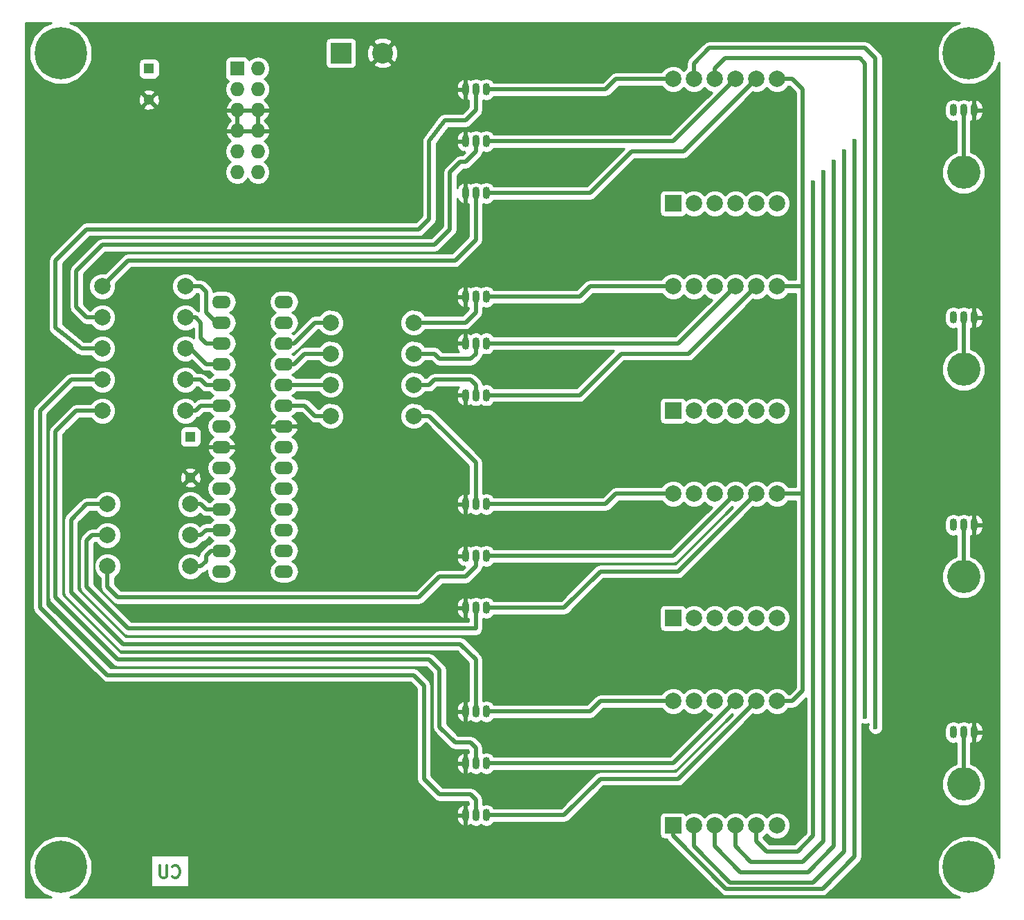
<source format=gbr>
G04 #@! TF.FileFunction,Copper,L2,Bot,Signal*
%FSLAX46Y46*%
G04 Gerber Fmt 4.6, Leading zero omitted, Abs format (unit mm)*
G04 Created by KiCad (PCBNEW 4.0.2-stable) date 15/03/2016 10:56:13 PM*
%MOMM*%
G01*
G04 APERTURE LIST*
%ADD10C,0.100000*%
%ADD11C,0.300000*%
%ADD12R,2.032000X2.032000*%
%ADD13C,2.000000*%
%ADD14R,1.300000X1.300000*%
%ADD15C,1.300000*%
%ADD16O,2.300000X1.600000*%
%ADD17C,6.400000*%
%ADD18R,2.540000X2.540000*%
%ADD19C,2.540000*%
%ADD20R,1.727200X1.727200*%
%ADD21O,1.727200X1.727200*%
%ADD22C,4.064000*%
%ADD23C,1.998980*%
%ADD24O,0.899160X1.501140*%
%ADD25C,0.600000*%
%ADD26C,0.508000*%
%ADD27C,0.254000*%
G04 APERTURE END LIST*
D10*
D11*
X167326428Y-158650714D02*
X167397857Y-158722143D01*
X167612143Y-158793571D01*
X167755000Y-158793571D01*
X167969285Y-158722143D01*
X168112143Y-158579286D01*
X168183571Y-158436429D01*
X168255000Y-158150714D01*
X168255000Y-157936429D01*
X168183571Y-157650714D01*
X168112143Y-157507857D01*
X167969285Y-157365000D01*
X167755000Y-157293571D01*
X167612143Y-157293571D01*
X167397857Y-157365000D01*
X167326428Y-157436429D01*
X166683571Y-157293571D02*
X166683571Y-158507857D01*
X166612143Y-158650714D01*
X166540714Y-158722143D01*
X166397857Y-158793571D01*
X166112143Y-158793571D01*
X165969285Y-158722143D01*
X165897857Y-158650714D01*
X165826428Y-158507857D01*
X165826428Y-157293571D01*
D12*
X228600000Y-101600000D03*
D13*
X231140000Y-101600000D03*
X233680000Y-101600000D03*
X236220000Y-101600000D03*
X238760000Y-101600000D03*
X241300000Y-101600000D03*
X236220000Y-86360000D03*
X238760000Y-86360000D03*
X228600000Y-86360000D03*
X231140000Y-86360000D03*
X241300000Y-86360000D03*
X233680000Y-86360000D03*
D12*
X228600000Y-152400000D03*
D13*
X231140000Y-152400000D03*
X233680000Y-152400000D03*
X236220000Y-152400000D03*
X238760000Y-152400000D03*
X241300000Y-152400000D03*
X236220000Y-137160000D03*
X238760000Y-137160000D03*
X228600000Y-137160000D03*
X231140000Y-137160000D03*
X241300000Y-137160000D03*
X233680000Y-137160000D03*
D12*
X228600000Y-76200000D03*
D13*
X231140000Y-76200000D03*
X233680000Y-76200000D03*
X236220000Y-76200000D03*
X238760000Y-76200000D03*
X241300000Y-76200000D03*
X236220000Y-60960000D03*
X238760000Y-60960000D03*
X228600000Y-60960000D03*
X231140000Y-60960000D03*
X241300000Y-60960000D03*
X233680000Y-60960000D03*
D12*
X228600000Y-127000000D03*
D13*
X231140000Y-127000000D03*
X233680000Y-127000000D03*
X236220000Y-127000000D03*
X238760000Y-127000000D03*
X241300000Y-127000000D03*
X236220000Y-111760000D03*
X238760000Y-111760000D03*
X228600000Y-111760000D03*
X231140000Y-111760000D03*
X241300000Y-111760000D03*
X233680000Y-111760000D03*
D14*
X164465000Y-59690000D03*
D15*
X164465000Y-63490000D03*
D14*
X169545000Y-104775000D03*
D15*
X169545000Y-109775000D03*
D16*
X173355000Y-88265000D03*
X173355000Y-90805000D03*
X173355000Y-93345000D03*
X173355000Y-95885000D03*
X173355000Y-98425000D03*
X173355000Y-100965000D03*
X173355000Y-103505000D03*
X173355000Y-106045000D03*
X173355000Y-108585000D03*
X173355000Y-111125000D03*
X173355000Y-113665000D03*
X173355000Y-116205000D03*
X173355000Y-118745000D03*
X173355000Y-121285000D03*
X180975000Y-121285000D03*
X180975000Y-118745000D03*
X180975000Y-116205000D03*
X180975000Y-113665000D03*
X180975000Y-111125000D03*
X180975000Y-108585000D03*
X180975000Y-106045000D03*
X180975000Y-103505000D03*
X180975000Y-100965000D03*
X180975000Y-98425000D03*
X180975000Y-95885000D03*
X180975000Y-93345000D03*
X180975000Y-90805000D03*
X180975000Y-88265000D03*
D17*
X264795000Y-157480000D03*
D18*
X187960000Y-57785000D03*
D19*
X193040000Y-57785000D03*
D17*
X153670000Y-157480000D03*
D20*
X175260000Y-59690000D03*
D21*
X177800000Y-59690000D03*
X175260000Y-62230000D03*
X177800000Y-62230000D03*
X175260000Y-64770000D03*
X177800000Y-64770000D03*
X175260000Y-67310000D03*
X177800000Y-67310000D03*
X175260000Y-69850000D03*
X177800000Y-69850000D03*
X175260000Y-72390000D03*
X177800000Y-72390000D03*
D17*
X153670000Y-57785000D03*
X264795000Y-57785000D03*
D22*
X264160000Y-96520000D03*
X264160000Y-147320000D03*
X264160000Y-72390000D03*
X264160000Y-121920000D03*
D23*
X196850000Y-102235000D03*
X186690000Y-102235000D03*
X196850000Y-98425000D03*
X186690000Y-98425000D03*
X196850000Y-94615000D03*
X186690000Y-94615000D03*
X196850000Y-90805000D03*
X186690000Y-90805000D03*
X158750000Y-86360000D03*
X168910000Y-86360000D03*
X158750000Y-90170000D03*
X168910000Y-90170000D03*
X158750000Y-93980000D03*
X168910000Y-93980000D03*
X158750000Y-97790000D03*
X168910000Y-97790000D03*
X158750000Y-101600000D03*
X168910000Y-101600000D03*
X159385000Y-113030000D03*
X169545000Y-113030000D03*
X159385000Y-116840000D03*
X169545000Y-116840000D03*
X159385000Y-120650000D03*
X169545000Y-120650000D03*
D24*
X204470000Y-87630000D03*
X203200000Y-87630000D03*
X205740000Y-87630000D03*
X204470000Y-138430000D03*
X203200000Y-138430000D03*
X205740000Y-138430000D03*
X204470000Y-93345000D03*
X203200000Y-93345000D03*
X205740000Y-93345000D03*
X204470000Y-144780000D03*
X203200000Y-144780000D03*
X205740000Y-144780000D03*
X204470000Y-99695000D03*
X203200000Y-99695000D03*
X205740000Y-99695000D03*
X204470000Y-151130000D03*
X203200000Y-151130000D03*
X205740000Y-151130000D03*
X264160000Y-90170000D03*
X265430000Y-90170000D03*
X262890000Y-90170000D03*
X264160000Y-140970000D03*
X265430000Y-140970000D03*
X262890000Y-140970000D03*
X204470000Y-62230000D03*
X203200000Y-62230000D03*
X205740000Y-62230000D03*
X204470000Y-113030000D03*
X203200000Y-113030000D03*
X205740000Y-113030000D03*
X204470000Y-68580000D03*
X203200000Y-68580000D03*
X205740000Y-68580000D03*
X204470000Y-119380000D03*
X203200000Y-119380000D03*
X205740000Y-119380000D03*
X204470000Y-74930000D03*
X203200000Y-74930000D03*
X205740000Y-74930000D03*
X204470000Y-125730000D03*
X203200000Y-125730000D03*
X205740000Y-125730000D03*
X264160000Y-64770000D03*
X265430000Y-64770000D03*
X262890000Y-64770000D03*
X264160000Y-115570000D03*
X265430000Y-115570000D03*
X262890000Y-115570000D03*
D25*
X250825000Y-119380000D03*
X250825000Y-93980000D03*
X250825000Y-68580000D03*
X249555000Y-120650000D03*
X249555000Y-95250000D03*
X249555000Y-69850000D03*
X248285000Y-121920000D03*
X248285000Y-96520000D03*
X248285000Y-71120000D03*
X247015000Y-72390000D03*
X247015000Y-97790000D03*
X247015000Y-123190000D03*
X245745000Y-73660000D03*
X245745000Y-99060000D03*
X245745000Y-124460000D03*
X253365000Y-89535000D03*
X253365000Y-114935000D03*
X253365000Y-140335000D03*
X252095000Y-88265000D03*
X252095000Y-113665000D03*
X252095000Y-139065000D03*
D26*
X228600000Y-153670000D02*
X235077000Y-160147000D01*
X235077000Y-160147000D02*
X246888000Y-160147000D01*
X246888000Y-160147000D02*
X250825000Y-156210000D01*
X250825000Y-156210000D02*
X250825000Y-119380000D01*
X250825000Y-119380000D02*
X250825000Y-93980000D01*
X250825000Y-93980000D02*
X250825000Y-68580000D01*
X228600000Y-153670000D02*
X228600000Y-152400000D01*
X231140000Y-154940000D02*
X235585000Y-159385000D01*
X235585000Y-159385000D02*
X245745000Y-159385000D01*
X245745000Y-159385000D02*
X249555000Y-155575000D01*
X249555000Y-155575000D02*
X249555000Y-120650000D01*
X249555000Y-120650000D02*
X249555000Y-95250000D01*
X249555000Y-95250000D02*
X249555000Y-69850000D01*
X231140000Y-154940000D02*
X231140000Y-152400000D01*
X233680000Y-154940000D02*
X236855000Y-158115000D01*
X236855000Y-158115000D02*
X245110000Y-158115000D01*
X245110000Y-158115000D02*
X248285000Y-154940000D01*
X248285000Y-154940000D02*
X248285000Y-121920000D01*
X248285000Y-121920000D02*
X248285000Y-96520000D01*
X248285000Y-96520000D02*
X248285000Y-71120000D01*
X233680000Y-154940000D02*
X233680000Y-152400000D01*
X247015000Y-72390000D02*
X247015000Y-97790000D01*
X236220000Y-152400000D02*
X236220000Y-154940000D01*
X236220000Y-154940000D02*
X238125000Y-156845000D01*
X238125000Y-156845000D02*
X244475000Y-156845000D01*
X244475000Y-156845000D02*
X247015000Y-154305000D01*
X247015000Y-154305000D02*
X247015000Y-123190000D01*
X247015000Y-123190000D02*
X247015000Y-97790000D01*
X236220000Y-127000000D02*
X236220000Y-127000000D01*
X245745000Y-73660000D02*
X245745000Y-99060000D01*
X238760000Y-152400000D02*
X238760000Y-154305000D01*
X245745000Y-153670000D02*
X245745000Y-124460000D01*
X245745000Y-124460000D02*
X245745000Y-99060000D01*
X243840000Y-155575000D02*
X245745000Y-153670000D01*
X240030000Y-155575000D02*
X243840000Y-155575000D01*
X238760000Y-154305000D02*
X240030000Y-155575000D01*
X205740000Y-93345000D02*
X229235000Y-93345000D01*
X229235000Y-93345000D02*
X236220000Y-86360000D01*
X205740000Y-99695000D02*
X217170000Y-99695000D01*
X230505000Y-94615000D02*
X238760000Y-86360000D01*
X222250000Y-94615000D02*
X230505000Y-94615000D01*
X217170000Y-99695000D02*
X222250000Y-94615000D01*
X205740000Y-87630000D02*
X217170000Y-87630000D01*
X218440000Y-86360000D02*
X228600000Y-86360000D01*
X217170000Y-87630000D02*
X218440000Y-86360000D01*
X231140000Y-59055000D02*
X233045000Y-57150000D01*
X233045000Y-57150000D02*
X252095000Y-57150000D01*
X252095000Y-57150000D02*
X253365000Y-58420000D01*
X253365000Y-58420000D02*
X253365000Y-89535000D01*
X253365000Y-89535000D02*
X253365000Y-114935000D01*
X253365000Y-114935000D02*
X253365000Y-140335000D01*
X231140000Y-59055000D02*
X231140000Y-60960000D01*
X241300000Y-86360000D02*
X244475000Y-86360000D01*
X241300000Y-111760000D02*
X244475000Y-111760000D01*
X241300000Y-137160000D02*
X243205000Y-137160000D01*
X243205000Y-60960000D02*
X241300000Y-60960000D01*
X244475000Y-62230000D02*
X243205000Y-60960000D01*
X244475000Y-135890000D02*
X244475000Y-111760000D01*
X244475000Y-111760000D02*
X244475000Y-86360000D01*
X244475000Y-86360000D02*
X244475000Y-62230000D01*
X243205000Y-137160000D02*
X244475000Y-135890000D01*
X233680000Y-59690000D02*
X234950000Y-58420000D01*
X234950000Y-58420000D02*
X251460000Y-58420000D01*
X251460000Y-58420000D02*
X252095000Y-59055000D01*
X252095000Y-59055000D02*
X252095000Y-88265000D01*
X252095000Y-88265000D02*
X252095000Y-113665000D01*
X252095000Y-113665000D02*
X252095000Y-139065000D01*
X233680000Y-59690000D02*
X233680000Y-60960000D01*
X205740000Y-144780000D02*
X228600000Y-144780000D01*
X228600000Y-144780000D02*
X236220000Y-137160000D01*
X205740000Y-151130000D02*
X215265000Y-151130000D01*
X229235000Y-146685000D02*
X238760000Y-137160000D01*
X219710000Y-146685000D02*
X229235000Y-146685000D01*
X215265000Y-151130000D02*
X219710000Y-146685000D01*
X205740000Y-138430000D02*
X218440000Y-138430000D01*
X219710000Y-137160000D02*
X228600000Y-137160000D01*
X218440000Y-138430000D02*
X219710000Y-137160000D01*
X205740000Y-68580000D02*
X228600000Y-68580000D01*
X228600000Y-68580000D02*
X236220000Y-60960000D01*
X205740000Y-74930000D02*
X218440000Y-74930000D01*
X229870000Y-69850000D02*
X238760000Y-60960000D01*
X223520000Y-69850000D02*
X229870000Y-69850000D01*
X218440000Y-74930000D02*
X223520000Y-69850000D01*
X205740000Y-62230000D02*
X220345000Y-62230000D01*
X221615000Y-60960000D02*
X228600000Y-60960000D01*
X220345000Y-62230000D02*
X221615000Y-60960000D01*
X205740000Y-119380000D02*
X228600000Y-119380000D01*
X228600000Y-119380000D02*
X236220000Y-111760000D01*
X205740000Y-125730000D02*
X215265000Y-125730000D01*
X229235000Y-121285000D02*
X238760000Y-111760000D01*
X219710000Y-121285000D02*
X229235000Y-121285000D01*
X215265000Y-125730000D02*
X219710000Y-121285000D01*
X205740000Y-113030000D02*
X220345000Y-113030000D01*
X221615000Y-111760000D02*
X228600000Y-111760000D01*
X220345000Y-113030000D02*
X221615000Y-111760000D01*
X173355000Y-90805000D02*
X172720000Y-90805000D01*
X172720000Y-90805000D02*
X171450000Y-89535000D01*
X171450000Y-89535000D02*
X171450000Y-86995000D01*
X171450000Y-86995000D02*
X170815000Y-86360000D01*
X170815000Y-86360000D02*
X168910000Y-86360000D01*
X168910000Y-90170000D02*
X170180000Y-90170000D01*
X171450000Y-93345000D02*
X173355000Y-93345000D01*
X170815000Y-92710000D02*
X171450000Y-93345000D01*
X170815000Y-90805000D02*
X170815000Y-92710000D01*
X170180000Y-90170000D02*
X170815000Y-90805000D01*
X168910000Y-93980000D02*
X169545000Y-93980000D01*
X169545000Y-93980000D02*
X171450000Y-95885000D01*
X171450000Y-95885000D02*
X173355000Y-95885000D01*
X168910000Y-97790000D02*
X170815000Y-97790000D01*
X171450000Y-98425000D02*
X173355000Y-98425000D01*
X170815000Y-97790000D02*
X171450000Y-98425000D01*
X168910000Y-101600000D02*
X170180000Y-101600000D01*
X170815000Y-100965000D02*
X173355000Y-100965000D01*
X170180000Y-101600000D02*
X170815000Y-100965000D01*
X169545000Y-113030000D02*
X170815000Y-113030000D01*
X171450000Y-113665000D02*
X173355000Y-113665000D01*
X170815000Y-113030000D02*
X171450000Y-113665000D01*
X169545000Y-116840000D02*
X170815000Y-116840000D01*
X171450000Y-116205000D02*
X173355000Y-116205000D01*
X170815000Y-116840000D02*
X171450000Y-116205000D01*
X169545000Y-120650000D02*
X170815000Y-120650000D01*
X172085000Y-118745000D02*
X173355000Y-118745000D01*
X171450000Y-119380000D02*
X172085000Y-118745000D01*
X171450000Y-120015000D02*
X171450000Y-119380000D01*
X170815000Y-120650000D02*
X171450000Y-120015000D01*
X180975000Y-100965000D02*
X183515000Y-100965000D01*
X184785000Y-102235000D02*
X186690000Y-102235000D01*
X183515000Y-100965000D02*
X184785000Y-102235000D01*
X180975000Y-98425000D02*
X186690000Y-98425000D01*
X180975000Y-95885000D02*
X182245000Y-95885000D01*
X183515000Y-94615000D02*
X186690000Y-94615000D01*
X182245000Y-95885000D02*
X183515000Y-94615000D01*
X180975000Y-93345000D02*
X182245000Y-93345000D01*
X184785000Y-90805000D02*
X186690000Y-90805000D01*
X182245000Y-93345000D02*
X184785000Y-90805000D01*
X180975000Y-93345000D02*
X181610000Y-93345000D01*
X264160000Y-90170000D02*
X264160000Y-96520000D01*
X264160000Y-140970000D02*
X264160000Y-147320000D01*
X264160000Y-64770000D02*
X264160000Y-72390000D01*
X264160000Y-115570000D02*
X264160000Y-121920000D01*
X196850000Y-90805000D02*
X203200000Y-90805000D01*
X204470000Y-89535000D02*
X204470000Y-87630000D01*
X203200000Y-90805000D02*
X204470000Y-89535000D01*
X196850000Y-94615000D02*
X199390000Y-94615000D01*
X204470000Y-94615000D02*
X204470000Y-93345000D01*
X203835000Y-95250000D02*
X204470000Y-94615000D01*
X200025000Y-95250000D02*
X203835000Y-95250000D01*
X199390000Y-94615000D02*
X200025000Y-95250000D01*
X196850000Y-98425000D02*
X198755000Y-98425000D01*
X204470000Y-98425000D02*
X204470000Y-99695000D01*
X203835000Y-97790000D02*
X204470000Y-98425000D01*
X199390000Y-97790000D02*
X203835000Y-97790000D01*
X198755000Y-98425000D02*
X199390000Y-97790000D01*
X161290000Y-130175000D02*
X154940000Y-123825000D01*
X161290000Y-130175000D02*
X202565000Y-130175000D01*
X202565000Y-130175000D02*
X204470000Y-132080000D01*
X204470000Y-138430000D02*
X204470000Y-132080000D01*
X156845000Y-113030000D02*
X159385000Y-113030000D01*
X154940000Y-114935000D02*
X156845000Y-113030000D01*
X154940000Y-123825000D02*
X154940000Y-114935000D01*
X158750000Y-101600000D02*
X155575000Y-101600000D01*
X204470000Y-142875000D02*
X204470000Y-144780000D01*
X203835000Y-142240000D02*
X204470000Y-142875000D01*
X201930000Y-142240000D02*
X203835000Y-142240000D01*
X200025000Y-140335000D02*
X201930000Y-142240000D01*
X200025000Y-133350000D02*
X200025000Y-140335000D01*
X198755000Y-132080000D02*
X200025000Y-133350000D01*
X160655000Y-132080000D02*
X198755000Y-132080000D01*
X153035000Y-124460000D02*
X160655000Y-132080000D01*
X153035000Y-104140000D02*
X153035000Y-124460000D01*
X155575000Y-101600000D02*
X153035000Y-104140000D01*
X158750000Y-97790000D02*
X154940000Y-97790000D01*
X204470000Y-149225000D02*
X204470000Y-151130000D01*
X203835000Y-148590000D02*
X204470000Y-149225000D01*
X200025000Y-148590000D02*
X203835000Y-148590000D01*
X198120000Y-146685000D02*
X200025000Y-148590000D01*
X198120000Y-135255000D02*
X198120000Y-146685000D01*
X196850000Y-133985000D02*
X198120000Y-135255000D01*
X159385000Y-133985000D02*
X196850000Y-133985000D01*
X151130000Y-125730000D02*
X159385000Y-133985000D01*
X151130000Y-101600000D02*
X151130000Y-125730000D01*
X154940000Y-97790000D02*
X151130000Y-101600000D01*
X158750000Y-93980000D02*
X156210000Y-93980000D01*
X204470000Y-64770000D02*
X204470000Y-62230000D01*
X203200000Y-66040000D02*
X204470000Y-64770000D01*
X200660000Y-66040000D02*
X203200000Y-66040000D01*
X198755000Y-68580000D02*
X200660000Y-66040000D01*
X198755000Y-78105000D02*
X198755000Y-68580000D01*
X197485000Y-79375000D02*
X198755000Y-78105000D01*
X156845000Y-79375000D02*
X197485000Y-79375000D01*
X153035000Y-83185000D02*
X156845000Y-79375000D01*
X153035000Y-91440000D02*
X153035000Y-83185000D01*
X156210000Y-93980000D02*
X153035000Y-91440000D01*
X155575000Y-84455000D02*
X155575000Y-88900000D01*
X155575000Y-84455000D02*
X158750000Y-81280000D01*
X158750000Y-81280000D02*
X199390000Y-81280000D01*
X199390000Y-81280000D02*
X201295000Y-79375000D01*
X201295000Y-79375000D02*
X201295000Y-72390000D01*
X201295000Y-72390000D02*
X202565000Y-71120000D01*
X202565000Y-71120000D02*
X203200000Y-71120000D01*
X203200000Y-71120000D02*
X204470000Y-69850000D01*
X204470000Y-68580000D02*
X204470000Y-69850000D01*
X156845000Y-90170000D02*
X158750000Y-90170000D01*
X155575000Y-88900000D02*
X156845000Y-90170000D01*
X204470000Y-74930000D02*
X204470000Y-80645000D01*
X161925000Y-83185000D02*
X158750000Y-86360000D01*
X201930000Y-83185000D02*
X161925000Y-83185000D01*
X204470000Y-80645000D02*
X201930000Y-83185000D01*
X196850000Y-102235000D02*
X198755000Y-102235000D01*
X204470000Y-107950000D02*
X204470000Y-113030000D01*
X198755000Y-102235000D02*
X204470000Y-107950000D01*
X159385000Y-120650000D02*
X159385000Y-123190000D01*
X204470000Y-120650000D02*
X204470000Y-119380000D01*
X203200000Y-121920000D02*
X204470000Y-120650000D01*
X200025000Y-121920000D02*
X203200000Y-121920000D01*
X197485000Y-124460000D02*
X200025000Y-121920000D01*
X160655000Y-124460000D02*
X197485000Y-124460000D01*
X159385000Y-123190000D02*
X160655000Y-124460000D01*
X159385000Y-116840000D02*
X157480000Y-116840000D01*
X204470000Y-128270000D02*
X204470000Y-125730000D01*
X161925000Y-128270000D02*
X204470000Y-128270000D01*
X156845000Y-123190000D02*
X161925000Y-128270000D01*
X156845000Y-117475000D02*
X156845000Y-123190000D01*
X157480000Y-116840000D02*
X156845000Y-117475000D01*
D27*
G36*
X151500485Y-54531950D02*
X150420741Y-55609811D01*
X149835667Y-57018825D01*
X149834336Y-58544482D01*
X150416950Y-59954515D01*
X151494811Y-61034259D01*
X152903825Y-61619333D01*
X154429482Y-61620664D01*
X155839515Y-61038050D01*
X156919259Y-59960189D01*
X157301355Y-59040000D01*
X163167560Y-59040000D01*
X163167560Y-60340000D01*
X163211838Y-60575317D01*
X163350910Y-60791441D01*
X163563110Y-60936431D01*
X163815000Y-60987440D01*
X165115000Y-60987440D01*
X165350317Y-60943162D01*
X165566441Y-60804090D01*
X165711431Y-60591890D01*
X165762440Y-60340000D01*
X165762440Y-59040000D01*
X165722249Y-58826400D01*
X173748960Y-58826400D01*
X173748960Y-60553600D01*
X173793238Y-60788917D01*
X173932310Y-61005041D01*
X174144510Y-61150031D01*
X174188345Y-61158908D01*
X173875474Y-61627152D01*
X173761400Y-62200641D01*
X173761400Y-62259359D01*
X173875474Y-62832848D01*
X174200330Y-63319029D01*
X174471161Y-63499992D01*
X174053179Y-63881510D01*
X173805032Y-64410973D01*
X173925531Y-64643000D01*
X175133000Y-64643000D01*
X175133000Y-64623000D01*
X175387000Y-64623000D01*
X175387000Y-64643000D01*
X177673000Y-64643000D01*
X177673000Y-64623000D01*
X177927000Y-64623000D01*
X177927000Y-64643000D01*
X179134469Y-64643000D01*
X179254968Y-64410973D01*
X179006821Y-63881510D01*
X178588839Y-63499992D01*
X178859670Y-63319029D01*
X179184526Y-62832848D01*
X179279178Y-62357000D01*
X202115420Y-62357000D01*
X202115420Y-62657990D01*
X202246580Y-63063373D01*
X202522889Y-63387706D01*
X202906065Y-63574981D01*
X203073000Y-63448068D01*
X203073000Y-62357000D01*
X202115420Y-62357000D01*
X179279178Y-62357000D01*
X179298600Y-62259359D01*
X179298600Y-62200641D01*
X179219308Y-61802010D01*
X202115420Y-61802010D01*
X202115420Y-62103000D01*
X203073000Y-62103000D01*
X203073000Y-61011932D01*
X202906065Y-60885019D01*
X202522889Y-61072294D01*
X202246580Y-61396627D01*
X202115420Y-61802010D01*
X179219308Y-61802010D01*
X179184526Y-61627152D01*
X178859670Y-61140971D01*
X178588828Y-60960000D01*
X178859670Y-60779029D01*
X179184526Y-60292848D01*
X179298600Y-59719359D01*
X179298600Y-59660641D01*
X179184526Y-59087152D01*
X178859670Y-58600971D01*
X178373489Y-58276115D01*
X177800000Y-58162041D01*
X177226511Y-58276115D01*
X176740330Y-58600971D01*
X176731195Y-58614642D01*
X176726762Y-58591083D01*
X176587690Y-58374959D01*
X176375490Y-58229969D01*
X176123600Y-58178960D01*
X174396400Y-58178960D01*
X174161083Y-58223238D01*
X173944959Y-58362310D01*
X173799969Y-58574510D01*
X173748960Y-58826400D01*
X165722249Y-58826400D01*
X165718162Y-58804683D01*
X165579090Y-58588559D01*
X165366890Y-58443569D01*
X165115000Y-58392560D01*
X163815000Y-58392560D01*
X163579683Y-58436838D01*
X163363559Y-58575910D01*
X163218569Y-58788110D01*
X163167560Y-59040000D01*
X157301355Y-59040000D01*
X157504333Y-58551175D01*
X157505664Y-57025518D01*
X157294723Y-56515000D01*
X186042560Y-56515000D01*
X186042560Y-59055000D01*
X186086838Y-59290317D01*
X186225910Y-59506441D01*
X186438110Y-59651431D01*
X186690000Y-59702440D01*
X189230000Y-59702440D01*
X189465317Y-59658162D01*
X189681441Y-59519090D01*
X189826431Y-59306890D01*
X189861689Y-59132777D01*
X191871828Y-59132777D01*
X192003520Y-59427657D01*
X192711036Y-59699261D01*
X193468632Y-59679436D01*
X194076480Y-59427657D01*
X194208172Y-59132777D01*
X193040000Y-57964605D01*
X191871828Y-59132777D01*
X189861689Y-59132777D01*
X189877440Y-59055000D01*
X189877440Y-57456036D01*
X191125739Y-57456036D01*
X191145564Y-58213632D01*
X191397343Y-58821480D01*
X191692223Y-58953172D01*
X192860395Y-57785000D01*
X193219605Y-57785000D01*
X194387777Y-58953172D01*
X194682657Y-58821480D01*
X194954261Y-58113964D01*
X194934436Y-57356368D01*
X194682657Y-56748520D01*
X194387777Y-56616828D01*
X193219605Y-57785000D01*
X192860395Y-57785000D01*
X191692223Y-56616828D01*
X191397343Y-56748520D01*
X191125739Y-57456036D01*
X189877440Y-57456036D01*
X189877440Y-56515000D01*
X189862806Y-56437223D01*
X191871828Y-56437223D01*
X193040000Y-57605395D01*
X194208172Y-56437223D01*
X194076480Y-56142343D01*
X193368964Y-55870739D01*
X192611368Y-55890564D01*
X192003520Y-56142343D01*
X191871828Y-56437223D01*
X189862806Y-56437223D01*
X189833162Y-56279683D01*
X189694090Y-56063559D01*
X189481890Y-55918569D01*
X189230000Y-55867560D01*
X186690000Y-55867560D01*
X186454683Y-55911838D01*
X186238559Y-56050910D01*
X186093569Y-56263110D01*
X186042560Y-56515000D01*
X157294723Y-56515000D01*
X156923050Y-55615485D01*
X155845189Y-54535741D01*
X154800625Y-54102000D01*
X263666043Y-54102000D01*
X262625485Y-54531950D01*
X261545741Y-55609811D01*
X260960667Y-57018825D01*
X260959336Y-58544482D01*
X261541950Y-59954515D01*
X262619811Y-61034259D01*
X264028825Y-61619333D01*
X265554482Y-61620664D01*
X266964515Y-61038050D01*
X268044259Y-59960189D01*
X268478000Y-58915625D01*
X268478000Y-156351043D01*
X268048050Y-155310485D01*
X266970189Y-154230741D01*
X265561175Y-153645667D01*
X264035518Y-153644336D01*
X262625485Y-154226950D01*
X261545741Y-155304811D01*
X260960667Y-156713825D01*
X260959336Y-158239482D01*
X261541950Y-159649515D01*
X262619811Y-160729259D01*
X263664375Y-161163000D01*
X154798957Y-161163000D01*
X155839515Y-160733050D01*
X156919259Y-159655189D01*
X157504333Y-158246175D01*
X157505664Y-156720518D01*
X157199689Y-155980000D01*
X164684286Y-155980000D01*
X164684286Y-159950000D01*
X169325715Y-159950000D01*
X169325715Y-155980000D01*
X164684286Y-155980000D01*
X157199689Y-155980000D01*
X156923050Y-155310485D01*
X155845189Y-154230741D01*
X154436175Y-153645667D01*
X152910518Y-153644336D01*
X151500485Y-154226950D01*
X150420741Y-155304811D01*
X149835667Y-156713825D01*
X149834336Y-158239482D01*
X150416950Y-159649515D01*
X151494811Y-160729259D01*
X152539375Y-161163000D01*
X149352000Y-161163000D01*
X149352000Y-151257000D01*
X202115420Y-151257000D01*
X202115420Y-151557990D01*
X202246580Y-151963373D01*
X202522889Y-152287706D01*
X202906065Y-152474981D01*
X203073000Y-152348068D01*
X203073000Y-151257000D01*
X202115420Y-151257000D01*
X149352000Y-151257000D01*
X149352000Y-150702010D01*
X202115420Y-150702010D01*
X202115420Y-151003000D01*
X203073000Y-151003000D01*
X203073000Y-149911932D01*
X202906065Y-149785019D01*
X202522889Y-149972294D01*
X202246580Y-150296627D01*
X202115420Y-150702010D01*
X149352000Y-150702010D01*
X149352000Y-101600000D01*
X150241000Y-101600000D01*
X150241000Y-125730000D01*
X150308671Y-126070206D01*
X150501382Y-126358618D01*
X158756382Y-134613618D01*
X159044794Y-134806329D01*
X159385000Y-134874000D01*
X196481764Y-134874000D01*
X197231000Y-135623236D01*
X197231000Y-146685000D01*
X197298671Y-147025206D01*
X197491382Y-147313618D01*
X199396382Y-149218618D01*
X199684794Y-149411329D01*
X200025000Y-149479000D01*
X203466764Y-149479000D01*
X203581000Y-149593236D01*
X203581000Y-149827572D01*
X203493935Y-149785019D01*
X203327000Y-149911932D01*
X203327000Y-151003000D01*
X203347000Y-151003000D01*
X203347000Y-151257000D01*
X203327000Y-151257000D01*
X203327000Y-152348068D01*
X203493935Y-152474981D01*
X203830762Y-152310359D01*
X204054949Y-152460156D01*
X204470000Y-152542715D01*
X204885051Y-152460156D01*
X205105000Y-152313191D01*
X205324949Y-152460156D01*
X205740000Y-152542715D01*
X206155051Y-152460156D01*
X206506914Y-152225049D01*
X206644591Y-152019000D01*
X215265000Y-152019000D01*
X215605206Y-151951329D01*
X215893618Y-151758618D01*
X220078236Y-147574000D01*
X229235000Y-147574000D01*
X229575206Y-147506329D01*
X229863618Y-147313618D01*
X238397434Y-138779802D01*
X238433352Y-138794716D01*
X239083795Y-138795284D01*
X239684943Y-138546894D01*
X240030199Y-138202241D01*
X240372637Y-138545278D01*
X240973352Y-138794716D01*
X241623795Y-138795284D01*
X242224943Y-138546894D01*
X242685278Y-138087363D01*
X242701208Y-138049000D01*
X243205000Y-138049000D01*
X243545206Y-137981329D01*
X243833618Y-137788618D01*
X244856000Y-136766236D01*
X244856000Y-153301764D01*
X243471764Y-154686000D01*
X240398236Y-154686000D01*
X239649000Y-153936764D01*
X239649000Y-153801745D01*
X239684943Y-153786894D01*
X240030199Y-153442241D01*
X240372637Y-153785278D01*
X240973352Y-154034716D01*
X241623795Y-154035284D01*
X242224943Y-153786894D01*
X242685278Y-153327363D01*
X242934716Y-152726648D01*
X242935284Y-152076205D01*
X242686894Y-151475057D01*
X242227363Y-151014722D01*
X241626648Y-150765284D01*
X240976205Y-150764716D01*
X240375057Y-151013106D01*
X240029801Y-151357759D01*
X239687363Y-151014722D01*
X239086648Y-150765284D01*
X238436205Y-150764716D01*
X237835057Y-151013106D01*
X237489801Y-151357759D01*
X237147363Y-151014722D01*
X236546648Y-150765284D01*
X235896205Y-150764716D01*
X235295057Y-151013106D01*
X234949801Y-151357759D01*
X234607363Y-151014722D01*
X234006648Y-150765284D01*
X233356205Y-150764716D01*
X232755057Y-151013106D01*
X232409801Y-151357759D01*
X232067363Y-151014722D01*
X231466648Y-150765284D01*
X230816205Y-150764716D01*
X230215057Y-151013106D01*
X230164437Y-151063638D01*
X230080090Y-150932559D01*
X229867890Y-150787569D01*
X229616000Y-150736560D01*
X227584000Y-150736560D01*
X227348683Y-150780838D01*
X227132559Y-150919910D01*
X226987569Y-151132110D01*
X226936560Y-151384000D01*
X226936560Y-153416000D01*
X226980838Y-153651317D01*
X227119910Y-153867441D01*
X227332110Y-154012431D01*
X227584000Y-154063440D01*
X227814241Y-154063440D01*
X227923495Y-154226950D01*
X227971382Y-154298618D01*
X234448382Y-160775618D01*
X234736794Y-160968329D01*
X235077000Y-161036000D01*
X246888000Y-161036000D01*
X247228206Y-160968329D01*
X247516618Y-160775618D01*
X251453618Y-156838618D01*
X251537002Y-156713825D01*
X251646329Y-156550206D01*
X251714000Y-156210000D01*
X251714000Y-147848172D01*
X261492538Y-147848172D01*
X261897709Y-148828761D01*
X262647293Y-149579655D01*
X263627173Y-149986536D01*
X264688172Y-149987462D01*
X265668761Y-149582291D01*
X266419655Y-148832707D01*
X266826536Y-147852827D01*
X266827462Y-146791828D01*
X266422291Y-145811239D01*
X265672707Y-145060345D01*
X265049000Y-144801360D01*
X265049000Y-142272428D01*
X265136065Y-142314981D01*
X265303000Y-142188068D01*
X265303000Y-141097000D01*
X265557000Y-141097000D01*
X265557000Y-142188068D01*
X265723935Y-142314981D01*
X266107111Y-142127706D01*
X266383420Y-141803373D01*
X266514580Y-141397990D01*
X266514580Y-141097000D01*
X265557000Y-141097000D01*
X265303000Y-141097000D01*
X265283000Y-141097000D01*
X265283000Y-140843000D01*
X265303000Y-140843000D01*
X265303000Y-139751932D01*
X265557000Y-139751932D01*
X265557000Y-140843000D01*
X266514580Y-140843000D01*
X266514580Y-140542010D01*
X266383420Y-140136627D01*
X266107111Y-139812294D01*
X265723935Y-139625019D01*
X265557000Y-139751932D01*
X265303000Y-139751932D01*
X265136065Y-139625019D01*
X264799238Y-139789641D01*
X264575051Y-139639844D01*
X264160000Y-139557285D01*
X263744949Y-139639844D01*
X263525000Y-139786809D01*
X263305051Y-139639844D01*
X262890000Y-139557285D01*
X262474949Y-139639844D01*
X262123086Y-139874951D01*
X261887979Y-140226814D01*
X261805420Y-140641865D01*
X261805420Y-141298135D01*
X261887979Y-141713186D01*
X262123086Y-142065049D01*
X262474949Y-142300156D01*
X262890000Y-142382715D01*
X263271000Y-142306929D01*
X263271000Y-144801629D01*
X262651239Y-145057709D01*
X261900345Y-145807293D01*
X261493464Y-146787173D01*
X261492538Y-147848172D01*
X251714000Y-147848172D01*
X251714000Y-139919198D01*
X251908201Y-139999838D01*
X252280167Y-140000162D01*
X252476000Y-139919246D01*
X252476000Y-140037811D01*
X252430162Y-140148201D01*
X252429838Y-140520167D01*
X252571883Y-140863943D01*
X252834673Y-141127192D01*
X253178201Y-141269838D01*
X253550167Y-141270162D01*
X253893943Y-141128117D01*
X254157192Y-140865327D01*
X254299838Y-140521799D01*
X254300162Y-140149833D01*
X254254000Y-140038112D01*
X254254000Y-122448172D01*
X261492538Y-122448172D01*
X261897709Y-123428761D01*
X262647293Y-124179655D01*
X263627173Y-124586536D01*
X264688172Y-124587462D01*
X265668761Y-124182291D01*
X266419655Y-123432707D01*
X266826536Y-122452827D01*
X266827462Y-121391828D01*
X266422291Y-120411239D01*
X265672707Y-119660345D01*
X265049000Y-119401360D01*
X265049000Y-116872428D01*
X265136065Y-116914981D01*
X265303000Y-116788068D01*
X265303000Y-115697000D01*
X265557000Y-115697000D01*
X265557000Y-116788068D01*
X265723935Y-116914981D01*
X266107111Y-116727706D01*
X266383420Y-116403373D01*
X266514580Y-115997990D01*
X266514580Y-115697000D01*
X265557000Y-115697000D01*
X265303000Y-115697000D01*
X265283000Y-115697000D01*
X265283000Y-115443000D01*
X265303000Y-115443000D01*
X265303000Y-114351932D01*
X265557000Y-114351932D01*
X265557000Y-115443000D01*
X266514580Y-115443000D01*
X266514580Y-115142010D01*
X266383420Y-114736627D01*
X266107111Y-114412294D01*
X265723935Y-114225019D01*
X265557000Y-114351932D01*
X265303000Y-114351932D01*
X265136065Y-114225019D01*
X264799238Y-114389641D01*
X264575051Y-114239844D01*
X264160000Y-114157285D01*
X263744949Y-114239844D01*
X263525000Y-114386809D01*
X263305051Y-114239844D01*
X262890000Y-114157285D01*
X262474949Y-114239844D01*
X262123086Y-114474951D01*
X261887979Y-114826814D01*
X261805420Y-115241865D01*
X261805420Y-115898135D01*
X261887979Y-116313186D01*
X262123086Y-116665049D01*
X262474949Y-116900156D01*
X262890000Y-116982715D01*
X263271000Y-116906929D01*
X263271000Y-119401629D01*
X262651239Y-119657709D01*
X261900345Y-120407293D01*
X261493464Y-121387173D01*
X261492538Y-122448172D01*
X254254000Y-122448172D01*
X254254000Y-115232189D01*
X254299838Y-115121799D01*
X254300162Y-114749833D01*
X254254000Y-114638112D01*
X254254000Y-97048172D01*
X261492538Y-97048172D01*
X261897709Y-98028761D01*
X262647293Y-98779655D01*
X263627173Y-99186536D01*
X264688172Y-99187462D01*
X265668761Y-98782291D01*
X266419655Y-98032707D01*
X266826536Y-97052827D01*
X266827462Y-95991828D01*
X266422291Y-95011239D01*
X265672707Y-94260345D01*
X265049000Y-94001360D01*
X265049000Y-91472428D01*
X265136065Y-91514981D01*
X265303000Y-91388068D01*
X265303000Y-90297000D01*
X265557000Y-90297000D01*
X265557000Y-91388068D01*
X265723935Y-91514981D01*
X266107111Y-91327706D01*
X266383420Y-91003373D01*
X266514580Y-90597990D01*
X266514580Y-90297000D01*
X265557000Y-90297000D01*
X265303000Y-90297000D01*
X265283000Y-90297000D01*
X265283000Y-90043000D01*
X265303000Y-90043000D01*
X265303000Y-88951932D01*
X265557000Y-88951932D01*
X265557000Y-90043000D01*
X266514580Y-90043000D01*
X266514580Y-89742010D01*
X266383420Y-89336627D01*
X266107111Y-89012294D01*
X265723935Y-88825019D01*
X265557000Y-88951932D01*
X265303000Y-88951932D01*
X265136065Y-88825019D01*
X264799238Y-88989641D01*
X264575051Y-88839844D01*
X264160000Y-88757285D01*
X263744949Y-88839844D01*
X263525000Y-88986809D01*
X263305051Y-88839844D01*
X262890000Y-88757285D01*
X262474949Y-88839844D01*
X262123086Y-89074951D01*
X261887979Y-89426814D01*
X261805420Y-89841865D01*
X261805420Y-90498135D01*
X261887979Y-90913186D01*
X262123086Y-91265049D01*
X262474949Y-91500156D01*
X262890000Y-91582715D01*
X263271000Y-91506929D01*
X263271000Y-94001629D01*
X262651239Y-94257709D01*
X261900345Y-95007293D01*
X261493464Y-95987173D01*
X261492538Y-97048172D01*
X254254000Y-97048172D01*
X254254000Y-89832189D01*
X254299838Y-89721799D01*
X254300162Y-89349833D01*
X254254000Y-89238112D01*
X254254000Y-72918172D01*
X261492538Y-72918172D01*
X261897709Y-73898761D01*
X262647293Y-74649655D01*
X263627173Y-75056536D01*
X264688172Y-75057462D01*
X265668761Y-74652291D01*
X266419655Y-73902707D01*
X266826536Y-72922827D01*
X266827462Y-71861828D01*
X266422291Y-70881239D01*
X265672707Y-70130345D01*
X265049000Y-69871360D01*
X265049000Y-66072428D01*
X265136065Y-66114981D01*
X265303000Y-65988068D01*
X265303000Y-64897000D01*
X265557000Y-64897000D01*
X265557000Y-65988068D01*
X265723935Y-66114981D01*
X266107111Y-65927706D01*
X266383420Y-65603373D01*
X266514580Y-65197990D01*
X266514580Y-64897000D01*
X265557000Y-64897000D01*
X265303000Y-64897000D01*
X265283000Y-64897000D01*
X265283000Y-64643000D01*
X265303000Y-64643000D01*
X265303000Y-63551932D01*
X265557000Y-63551932D01*
X265557000Y-64643000D01*
X266514580Y-64643000D01*
X266514580Y-64342010D01*
X266383420Y-63936627D01*
X266107111Y-63612294D01*
X265723935Y-63425019D01*
X265557000Y-63551932D01*
X265303000Y-63551932D01*
X265136065Y-63425019D01*
X264799238Y-63589641D01*
X264575051Y-63439844D01*
X264160000Y-63357285D01*
X263744949Y-63439844D01*
X263525000Y-63586809D01*
X263305051Y-63439844D01*
X262890000Y-63357285D01*
X262474949Y-63439844D01*
X262123086Y-63674951D01*
X261887979Y-64026814D01*
X261805420Y-64441865D01*
X261805420Y-65098135D01*
X261887979Y-65513186D01*
X262123086Y-65865049D01*
X262474949Y-66100156D01*
X262890000Y-66182715D01*
X263271000Y-66106929D01*
X263271000Y-69871629D01*
X262651239Y-70127709D01*
X261900345Y-70877293D01*
X261493464Y-71857173D01*
X261492538Y-72918172D01*
X254254000Y-72918172D01*
X254254000Y-58420000D01*
X254186329Y-58079794D01*
X253993618Y-57791382D01*
X252723618Y-56521382D01*
X252597665Y-56437223D01*
X252435206Y-56328671D01*
X252095000Y-56261000D01*
X233045000Y-56261000D01*
X232704794Y-56328671D01*
X232542335Y-56437223D01*
X232416382Y-56521382D01*
X230511382Y-58426382D01*
X230318671Y-58714794D01*
X230251000Y-59055000D01*
X230251000Y-59558255D01*
X230215057Y-59573106D01*
X229869801Y-59917759D01*
X229527363Y-59574722D01*
X228926648Y-59325284D01*
X228276205Y-59324716D01*
X227675057Y-59573106D01*
X227214722Y-60032637D01*
X227198792Y-60071000D01*
X221615000Y-60071000D01*
X221274794Y-60138671D01*
X221044052Y-60292848D01*
X220986382Y-60331382D01*
X219976764Y-61341000D01*
X206644591Y-61341000D01*
X206506914Y-61134951D01*
X206155051Y-60899844D01*
X205740000Y-60817285D01*
X205324949Y-60899844D01*
X205105000Y-61046809D01*
X204885051Y-60899844D01*
X204470000Y-60817285D01*
X204054949Y-60899844D01*
X203830762Y-61049641D01*
X203493935Y-60885019D01*
X203327000Y-61011932D01*
X203327000Y-62103000D01*
X203347000Y-62103000D01*
X203347000Y-62357000D01*
X203327000Y-62357000D01*
X203327000Y-63448068D01*
X203493935Y-63574981D01*
X203581000Y-63532428D01*
X203581000Y-64401764D01*
X202831764Y-65151000D01*
X200660000Y-65151000D01*
X200597701Y-65163392D01*
X200534276Y-65159935D01*
X200429123Y-65196924D01*
X200319794Y-65218671D01*
X200266980Y-65253960D01*
X200207060Y-65275038D01*
X200124066Y-65349453D01*
X200031382Y-65411382D01*
X199996092Y-65464196D01*
X199948800Y-65506600D01*
X198043800Y-68046600D01*
X197995601Y-68147110D01*
X197933671Y-68239794D01*
X197921279Y-68302092D01*
X197893813Y-68359367D01*
X197887746Y-68470674D01*
X197866000Y-68580000D01*
X197866000Y-77736764D01*
X197116764Y-78486000D01*
X156845000Y-78486000D01*
X156504795Y-78553670D01*
X156216382Y-78746382D01*
X152406382Y-82556382D01*
X152213671Y-82844794D01*
X152146000Y-83185000D01*
X152146000Y-91440000D01*
X152155687Y-91488700D01*
X152151437Y-91538174D01*
X152189257Y-91657467D01*
X152213671Y-91780206D01*
X152241258Y-91821493D01*
X152256264Y-91868825D01*
X152336854Y-91964562D01*
X152406382Y-92068618D01*
X152447669Y-92096205D01*
X152479646Y-92134192D01*
X155654646Y-94674192D01*
X155765738Y-94731801D01*
X155869794Y-94801329D01*
X155918496Y-94811016D01*
X155962576Y-94833875D01*
X156087262Y-94844586D01*
X156210000Y-94869000D01*
X157348806Y-94869000D01*
X157363538Y-94904655D01*
X157822927Y-95364846D01*
X158423453Y-95614206D01*
X159073694Y-95614774D01*
X159674655Y-95366462D01*
X160134846Y-94907073D01*
X160384206Y-94306547D01*
X160384774Y-93656306D01*
X160136462Y-93055345D01*
X159677073Y-92595154D01*
X159076547Y-92345794D01*
X158426306Y-92345226D01*
X157825345Y-92593538D01*
X157365154Y-93052927D01*
X157349345Y-93091000D01*
X156521844Y-93091000D01*
X153924000Y-91012725D01*
X153924000Y-83553236D01*
X157213236Y-80264000D01*
X197485000Y-80264000D01*
X197825206Y-80196329D01*
X198113618Y-80003618D01*
X199383618Y-78733618D01*
X199576329Y-78445206D01*
X199644000Y-78105000D01*
X199644000Y-68876333D01*
X200187242Y-68152010D01*
X202115420Y-68152010D01*
X202115420Y-68453000D01*
X203073000Y-68453000D01*
X203073000Y-67361932D01*
X202906065Y-67235019D01*
X202522889Y-67422294D01*
X202246580Y-67746627D01*
X202115420Y-68152010D01*
X200187242Y-68152010D01*
X201104500Y-66929000D01*
X203200000Y-66929000D01*
X203540206Y-66861329D01*
X203828618Y-66668618D01*
X205098618Y-65398618D01*
X205145269Y-65328800D01*
X205291329Y-65110206D01*
X205359000Y-64770000D01*
X205359000Y-63566929D01*
X205740000Y-63642715D01*
X206155051Y-63560156D01*
X206506914Y-63325049D01*
X206644591Y-63119000D01*
X220345000Y-63119000D01*
X220685206Y-63051329D01*
X220973618Y-62858618D01*
X221983236Y-61849000D01*
X227198255Y-61849000D01*
X227213106Y-61884943D01*
X227672637Y-62345278D01*
X228273352Y-62594716D01*
X228923795Y-62595284D01*
X229524943Y-62346894D01*
X229870199Y-62002241D01*
X230212637Y-62345278D01*
X230813352Y-62594716D01*
X231463795Y-62595284D01*
X232064943Y-62346894D01*
X232410199Y-62002241D01*
X232752637Y-62345278D01*
X233335472Y-62587292D01*
X228231764Y-67691000D01*
X206644591Y-67691000D01*
X206506914Y-67484951D01*
X206155051Y-67249844D01*
X205740000Y-67167285D01*
X205324949Y-67249844D01*
X205105000Y-67396809D01*
X204885051Y-67249844D01*
X204470000Y-67167285D01*
X204054949Y-67249844D01*
X203830762Y-67399641D01*
X203493935Y-67235019D01*
X203327000Y-67361932D01*
X203327000Y-68453000D01*
X203347000Y-68453000D01*
X203347000Y-68707000D01*
X203327000Y-68707000D01*
X203327000Y-68727000D01*
X203073000Y-68727000D01*
X203073000Y-68707000D01*
X202115420Y-68707000D01*
X202115420Y-69007990D01*
X202246580Y-69413373D01*
X202522889Y-69737706D01*
X202906065Y-69924981D01*
X203072998Y-69798070D01*
X203072998Y-69965570D01*
X203097194Y-69965570D01*
X202831764Y-70231000D01*
X202565000Y-70231000D01*
X202224794Y-70298671D01*
X201994052Y-70452848D01*
X201936382Y-70491382D01*
X200666382Y-71761382D01*
X200473671Y-72049794D01*
X200406000Y-72390000D01*
X200406000Y-79006764D01*
X199021764Y-80391000D01*
X158750000Y-80391000D01*
X158409794Y-80458671D01*
X158130933Y-80645000D01*
X158121382Y-80651382D01*
X154946382Y-83826382D01*
X154753671Y-84114794D01*
X154686000Y-84455000D01*
X154686000Y-88900000D01*
X154753671Y-89240206D01*
X154826922Y-89349833D01*
X154946382Y-89528618D01*
X156216382Y-90798618D01*
X156504794Y-90991329D01*
X156845000Y-91059000D01*
X157348806Y-91059000D01*
X157363538Y-91094655D01*
X157822927Y-91554846D01*
X158423453Y-91804206D01*
X159073694Y-91804774D01*
X159674655Y-91556462D01*
X160134846Y-91097073D01*
X160384206Y-90496547D01*
X160384774Y-89846306D01*
X160136462Y-89245345D01*
X159677073Y-88785154D01*
X159076547Y-88535794D01*
X158426306Y-88535226D01*
X157825345Y-88783538D01*
X157365154Y-89242927D01*
X157349345Y-89281000D01*
X157213236Y-89281000D01*
X156464000Y-88531764D01*
X156464000Y-84823236D01*
X159118236Y-82169000D01*
X199390000Y-82169000D01*
X199730206Y-82101329D01*
X200018618Y-81908618D01*
X201923618Y-80003618D01*
X202116329Y-79715206D01*
X202184000Y-79375000D01*
X202184000Y-75569954D01*
X202246580Y-75763373D01*
X202522889Y-76087706D01*
X202906065Y-76274981D01*
X203073000Y-76148068D01*
X203073000Y-75057000D01*
X203053000Y-75057000D01*
X203053000Y-74803000D01*
X203073000Y-74803000D01*
X203073000Y-73711932D01*
X202906065Y-73585019D01*
X202522889Y-73772294D01*
X202246580Y-74096627D01*
X202184000Y-74290046D01*
X202184000Y-72758236D01*
X202933236Y-72009000D01*
X203200000Y-72009000D01*
X203540206Y-71941329D01*
X203828618Y-71748618D01*
X205098618Y-70478618D01*
X205200004Y-70326883D01*
X205291329Y-70190206D01*
X205346194Y-69914382D01*
X205740000Y-69992715D01*
X206155051Y-69910156D01*
X206506914Y-69675049D01*
X206644591Y-69469000D01*
X222643764Y-69469000D01*
X218071764Y-74041000D01*
X206644591Y-74041000D01*
X206506914Y-73834951D01*
X206155051Y-73599844D01*
X205740000Y-73517285D01*
X205324949Y-73599844D01*
X205105000Y-73746809D01*
X204885051Y-73599844D01*
X204470000Y-73517285D01*
X204054949Y-73599844D01*
X203830762Y-73749641D01*
X203493935Y-73585019D01*
X203327000Y-73711932D01*
X203327000Y-74803000D01*
X203347000Y-74803000D01*
X203347000Y-75057000D01*
X203327000Y-75057000D01*
X203327000Y-76148068D01*
X203493935Y-76274981D01*
X203581000Y-76232428D01*
X203581000Y-80276764D01*
X201561764Y-82296000D01*
X161925000Y-82296000D01*
X161584794Y-82363671D01*
X161296382Y-82556382D01*
X159112176Y-84740588D01*
X159076547Y-84725794D01*
X158426306Y-84725226D01*
X157825345Y-84973538D01*
X157365154Y-85432927D01*
X157115794Y-86033453D01*
X157115226Y-86683694D01*
X157363538Y-87284655D01*
X157822927Y-87744846D01*
X158423453Y-87994206D01*
X159073694Y-87994774D01*
X159674655Y-87746462D01*
X160134846Y-87287073D01*
X160384206Y-86686547D01*
X160384208Y-86683694D01*
X167275226Y-86683694D01*
X167523538Y-87284655D01*
X167982927Y-87744846D01*
X168583453Y-87994206D01*
X169233694Y-87994774D01*
X169834655Y-87746462D01*
X170294846Y-87287073D01*
X170310655Y-87249000D01*
X170446764Y-87249000D01*
X170561000Y-87363236D01*
X170561000Y-89375929D01*
X170520206Y-89348671D01*
X170322943Y-89309433D01*
X170296462Y-89245345D01*
X169837073Y-88785154D01*
X169236547Y-88535794D01*
X168586306Y-88535226D01*
X167985345Y-88783538D01*
X167525154Y-89242927D01*
X167275794Y-89843453D01*
X167275226Y-90493694D01*
X167523538Y-91094655D01*
X167982927Y-91554846D01*
X168583453Y-91804206D01*
X169233694Y-91804774D01*
X169834655Y-91556462D01*
X169926000Y-91465276D01*
X169926000Y-92684236D01*
X169837073Y-92595154D01*
X169236547Y-92345794D01*
X168586306Y-92345226D01*
X167985345Y-92593538D01*
X167525154Y-93052927D01*
X167275794Y-93653453D01*
X167275226Y-94303694D01*
X167523538Y-94904655D01*
X167982927Y-95364846D01*
X168583453Y-95614206D01*
X169233694Y-95614774D01*
X169721133Y-95413369D01*
X170821382Y-96513618D01*
X171109794Y-96706329D01*
X171450000Y-96774000D01*
X171871343Y-96774000D01*
X171955332Y-96899698D01*
X172337418Y-97155000D01*
X171955332Y-97410302D01*
X171871343Y-97536000D01*
X171818236Y-97536000D01*
X171443618Y-97161382D01*
X171424515Y-97148618D01*
X171155206Y-96968671D01*
X170815000Y-96901000D01*
X170311194Y-96901000D01*
X170296462Y-96865345D01*
X169837073Y-96405154D01*
X169236547Y-96155794D01*
X168586306Y-96155226D01*
X167985345Y-96403538D01*
X167525154Y-96862927D01*
X167275794Y-97463453D01*
X167275226Y-98113694D01*
X167523538Y-98714655D01*
X167982927Y-99174846D01*
X168583453Y-99424206D01*
X169233694Y-99424774D01*
X169834655Y-99176462D01*
X170294846Y-98717073D01*
X170310655Y-98679000D01*
X170446764Y-98679000D01*
X170821382Y-99053618D01*
X171109795Y-99246330D01*
X171450000Y-99314000D01*
X171871343Y-99314000D01*
X171955332Y-99439698D01*
X172337418Y-99695000D01*
X171955332Y-99950302D01*
X171871343Y-100076000D01*
X170815000Y-100076000D01*
X170474795Y-100143670D01*
X170186382Y-100336382D01*
X170072136Y-100450628D01*
X169837073Y-100215154D01*
X169236547Y-99965794D01*
X168586306Y-99965226D01*
X167985345Y-100213538D01*
X167525154Y-100672927D01*
X167275794Y-101273453D01*
X167275226Y-101923694D01*
X167523538Y-102524655D01*
X167982927Y-102984846D01*
X168583453Y-103234206D01*
X169233694Y-103234774D01*
X169834655Y-102986462D01*
X170294846Y-102527073D01*
X170322418Y-102460671D01*
X170520206Y-102421329D01*
X170808618Y-102228618D01*
X171183236Y-101854000D01*
X171871343Y-101854000D01*
X171955332Y-101979698D01*
X172337418Y-102235000D01*
X171955332Y-102490302D01*
X171644263Y-102955849D01*
X171535030Y-103505000D01*
X171644263Y-104054151D01*
X171955332Y-104519698D01*
X172333151Y-104772149D01*
X171900500Y-105120104D01*
X171630633Y-105613181D01*
X171613096Y-105695961D01*
X171735085Y-105918000D01*
X173228000Y-105918000D01*
X173228000Y-105898000D01*
X173482000Y-105898000D01*
X173482000Y-105918000D01*
X174974915Y-105918000D01*
X175096904Y-105695961D01*
X175079367Y-105613181D01*
X174809500Y-105120104D01*
X174376849Y-104772149D01*
X174754668Y-104519698D01*
X175065737Y-104054151D01*
X175174970Y-103505000D01*
X175065737Y-102955849D01*
X174754668Y-102490302D01*
X174372582Y-102235000D01*
X174754668Y-101979698D01*
X175065737Y-101514151D01*
X175174970Y-100965000D01*
X175065737Y-100415849D01*
X174754668Y-99950302D01*
X174372582Y-99695000D01*
X174754668Y-99439698D01*
X175065737Y-98974151D01*
X175174970Y-98425000D01*
X175065737Y-97875849D01*
X174754668Y-97410302D01*
X174372582Y-97155000D01*
X174754668Y-96899698D01*
X175065737Y-96434151D01*
X175174970Y-95885000D01*
X175065737Y-95335849D01*
X174754668Y-94870302D01*
X174372582Y-94615000D01*
X174754668Y-94359698D01*
X175065737Y-93894151D01*
X175174970Y-93345000D01*
X175065737Y-92795849D01*
X174754668Y-92330302D01*
X174372582Y-92075000D01*
X174754668Y-91819698D01*
X175065737Y-91354151D01*
X175174970Y-90805000D01*
X175065737Y-90255849D01*
X174754668Y-89790302D01*
X174372582Y-89535000D01*
X174754668Y-89279698D01*
X175065737Y-88814151D01*
X175174970Y-88265000D01*
X179155030Y-88265000D01*
X179264263Y-88814151D01*
X179575332Y-89279698D01*
X179957418Y-89535000D01*
X179575332Y-89790302D01*
X179264263Y-90255849D01*
X179155030Y-90805000D01*
X179264263Y-91354151D01*
X179575332Y-91819698D01*
X179957418Y-92075000D01*
X179575332Y-92330302D01*
X179264263Y-92795849D01*
X179155030Y-93345000D01*
X179264263Y-93894151D01*
X179575332Y-94359698D01*
X179957418Y-94615000D01*
X179575332Y-94870302D01*
X179264263Y-95335849D01*
X179155030Y-95885000D01*
X179264263Y-96434151D01*
X179575332Y-96899698D01*
X179957418Y-97155000D01*
X179575332Y-97410302D01*
X179264263Y-97875849D01*
X179155030Y-98425000D01*
X179264263Y-98974151D01*
X179575332Y-99439698D01*
X179957418Y-99695000D01*
X179575332Y-99950302D01*
X179264263Y-100415849D01*
X179155030Y-100965000D01*
X179264263Y-101514151D01*
X179575332Y-101979698D01*
X179953151Y-102232149D01*
X179520500Y-102580104D01*
X179250633Y-103073181D01*
X179233096Y-103155961D01*
X179355085Y-103378000D01*
X180848000Y-103378000D01*
X180848000Y-103358000D01*
X181102000Y-103358000D01*
X181102000Y-103378000D01*
X182594915Y-103378000D01*
X182716904Y-103155961D01*
X182699367Y-103073181D01*
X182429500Y-102580104D01*
X181996849Y-102232149D01*
X182374668Y-101979698D01*
X182458657Y-101854000D01*
X183146764Y-101854000D01*
X184156382Y-102863618D01*
X184444794Y-103056329D01*
X184785000Y-103124000D01*
X185288806Y-103124000D01*
X185303538Y-103159655D01*
X185762927Y-103619846D01*
X186363453Y-103869206D01*
X187013694Y-103869774D01*
X187614655Y-103621462D01*
X188074846Y-103162073D01*
X188324206Y-102561547D01*
X188324774Y-101911306D01*
X188076462Y-101310345D01*
X187617073Y-100850154D01*
X187016547Y-100600794D01*
X186366306Y-100600226D01*
X185765345Y-100848538D01*
X185305154Y-101307927D01*
X185289345Y-101346000D01*
X185153236Y-101346000D01*
X184143618Y-100336382D01*
X183855206Y-100143671D01*
X183515000Y-100076000D01*
X182458657Y-100076000D01*
X182374668Y-99950302D01*
X181992582Y-99695000D01*
X182374668Y-99439698D01*
X182458657Y-99314000D01*
X185288806Y-99314000D01*
X185303538Y-99349655D01*
X185762927Y-99809846D01*
X186363453Y-100059206D01*
X187013694Y-100059774D01*
X187614655Y-99811462D01*
X188074846Y-99352073D01*
X188324206Y-98751547D01*
X188324774Y-98101306D01*
X188076462Y-97500345D01*
X187617073Y-97040154D01*
X187016547Y-96790794D01*
X186366306Y-96790226D01*
X185765345Y-97038538D01*
X185305154Y-97497927D01*
X185289345Y-97536000D01*
X182458657Y-97536000D01*
X182374668Y-97410302D01*
X181992582Y-97155000D01*
X182374668Y-96899698D01*
X182491406Y-96724987D01*
X182585206Y-96706329D01*
X182873618Y-96513618D01*
X183883236Y-95504000D01*
X185288806Y-95504000D01*
X185303538Y-95539655D01*
X185762927Y-95999846D01*
X186363453Y-96249206D01*
X187013694Y-96249774D01*
X187614655Y-96001462D01*
X188074846Y-95542073D01*
X188324206Y-94941547D01*
X188324774Y-94291306D01*
X188076462Y-93690345D01*
X187617073Y-93230154D01*
X187016547Y-92980794D01*
X186366306Y-92980226D01*
X185765345Y-93228538D01*
X185305154Y-93687927D01*
X185289345Y-93726000D01*
X183515000Y-93726000D01*
X183174794Y-93793671D01*
X182905485Y-93973618D01*
X182886382Y-93986382D01*
X182151547Y-94721217D01*
X181992582Y-94615000D01*
X182374668Y-94359698D01*
X182491406Y-94184987D01*
X182585206Y-94166329D01*
X182873618Y-93973618D01*
X183930226Y-92917010D01*
X202115420Y-92917010D01*
X202115420Y-93218000D01*
X203073000Y-93218000D01*
X203073000Y-92126932D01*
X202906065Y-92000019D01*
X202522889Y-92187294D01*
X202246580Y-92511627D01*
X202115420Y-92917010D01*
X183930226Y-92917010D01*
X185153236Y-91694000D01*
X185288806Y-91694000D01*
X185303538Y-91729655D01*
X185762927Y-92189846D01*
X186363453Y-92439206D01*
X187013694Y-92439774D01*
X187614655Y-92191462D01*
X188074846Y-91732073D01*
X188324206Y-91131547D01*
X188324774Y-90481306D01*
X188076462Y-89880345D01*
X187617073Y-89420154D01*
X187016547Y-89170794D01*
X186366306Y-89170226D01*
X185765345Y-89418538D01*
X185305154Y-89877927D01*
X185289345Y-89916000D01*
X184785000Y-89916000D01*
X184444794Y-89983671D01*
X184156382Y-90176382D01*
X182151547Y-92181217D01*
X181992582Y-92075000D01*
X182374668Y-91819698D01*
X182685737Y-91354151D01*
X182794970Y-90805000D01*
X182685737Y-90255849D01*
X182374668Y-89790302D01*
X181992582Y-89535000D01*
X182374668Y-89279698D01*
X182685737Y-88814151D01*
X182794970Y-88265000D01*
X182693923Y-87757000D01*
X202115420Y-87757000D01*
X202115420Y-88057990D01*
X202246580Y-88463373D01*
X202522889Y-88787706D01*
X202906065Y-88974981D01*
X203073000Y-88848068D01*
X203073000Y-87757000D01*
X202115420Y-87757000D01*
X182693923Y-87757000D01*
X182685737Y-87715849D01*
X182374668Y-87250302D01*
X182302395Y-87202010D01*
X202115420Y-87202010D01*
X202115420Y-87503000D01*
X203073000Y-87503000D01*
X203073000Y-86411932D01*
X202906065Y-86285019D01*
X202522889Y-86472294D01*
X202246580Y-86796627D01*
X202115420Y-87202010D01*
X182302395Y-87202010D01*
X181909121Y-86939233D01*
X181359970Y-86830000D01*
X180590030Y-86830000D01*
X180040879Y-86939233D01*
X179575332Y-87250302D01*
X179264263Y-87715849D01*
X179155030Y-88265000D01*
X175174970Y-88265000D01*
X175065737Y-87715849D01*
X174754668Y-87250302D01*
X174289121Y-86939233D01*
X173739970Y-86830000D01*
X172970030Y-86830000D01*
X172420879Y-86939233D01*
X172338814Y-86994067D01*
X172301937Y-86808671D01*
X172271330Y-86654795D01*
X172078618Y-86366382D01*
X171443618Y-85731382D01*
X171155206Y-85538671D01*
X170815000Y-85471000D01*
X170311194Y-85471000D01*
X170296462Y-85435345D01*
X169837073Y-84975154D01*
X169236547Y-84725794D01*
X168586306Y-84725226D01*
X167985345Y-84973538D01*
X167525154Y-85432927D01*
X167275794Y-86033453D01*
X167275226Y-86683694D01*
X160384208Y-86683694D01*
X160384774Y-86036306D01*
X160369031Y-85998205D01*
X162293236Y-84074000D01*
X201930000Y-84074000D01*
X202270206Y-84006329D01*
X202558618Y-83813618D01*
X205098618Y-81273618D01*
X205291329Y-80985206D01*
X205359000Y-80645000D01*
X205359000Y-76266929D01*
X205740000Y-76342715D01*
X206155051Y-76260156D01*
X206506914Y-76025049D01*
X206644591Y-75819000D01*
X218440000Y-75819000D01*
X218780206Y-75751329D01*
X219068618Y-75558618D01*
X219443236Y-75184000D01*
X226936560Y-75184000D01*
X226936560Y-77216000D01*
X226980838Y-77451317D01*
X227119910Y-77667441D01*
X227332110Y-77812431D01*
X227584000Y-77863440D01*
X229616000Y-77863440D01*
X229851317Y-77819162D01*
X230067441Y-77680090D01*
X230164899Y-77537456D01*
X230212637Y-77585278D01*
X230813352Y-77834716D01*
X231463795Y-77835284D01*
X232064943Y-77586894D01*
X232410199Y-77242241D01*
X232752637Y-77585278D01*
X233353352Y-77834716D01*
X234003795Y-77835284D01*
X234604943Y-77586894D01*
X234950199Y-77242241D01*
X235292637Y-77585278D01*
X235893352Y-77834716D01*
X236543795Y-77835284D01*
X237144943Y-77586894D01*
X237490199Y-77242241D01*
X237832637Y-77585278D01*
X238433352Y-77834716D01*
X239083795Y-77835284D01*
X239684943Y-77586894D01*
X240030199Y-77242241D01*
X240372637Y-77585278D01*
X240973352Y-77834716D01*
X241623795Y-77835284D01*
X242224943Y-77586894D01*
X242685278Y-77127363D01*
X242934716Y-76526648D01*
X242935284Y-75876205D01*
X242686894Y-75275057D01*
X242227363Y-74814722D01*
X241626648Y-74565284D01*
X240976205Y-74564716D01*
X240375057Y-74813106D01*
X240029801Y-75157759D01*
X239687363Y-74814722D01*
X239086648Y-74565284D01*
X238436205Y-74564716D01*
X237835057Y-74813106D01*
X237489801Y-75157759D01*
X237147363Y-74814722D01*
X236546648Y-74565284D01*
X235896205Y-74564716D01*
X235295057Y-74813106D01*
X234949801Y-75157759D01*
X234607363Y-74814722D01*
X234006648Y-74565284D01*
X233356205Y-74564716D01*
X232755057Y-74813106D01*
X232409801Y-75157759D01*
X232067363Y-74814722D01*
X231466648Y-74565284D01*
X230816205Y-74564716D01*
X230215057Y-74813106D01*
X230164437Y-74863638D01*
X230080090Y-74732559D01*
X229867890Y-74587569D01*
X229616000Y-74536560D01*
X227584000Y-74536560D01*
X227348683Y-74580838D01*
X227132559Y-74719910D01*
X226987569Y-74932110D01*
X226936560Y-75184000D01*
X219443236Y-75184000D01*
X223888236Y-70739000D01*
X229870000Y-70739000D01*
X230210206Y-70671329D01*
X230498618Y-70478618D01*
X238397434Y-62579802D01*
X238433352Y-62594716D01*
X239083795Y-62595284D01*
X239684943Y-62346894D01*
X240030199Y-62002241D01*
X240372637Y-62345278D01*
X240973352Y-62594716D01*
X241623795Y-62595284D01*
X242224943Y-62346894D01*
X242685278Y-61887363D01*
X242701208Y-61849000D01*
X242836764Y-61849000D01*
X243586000Y-62598236D01*
X243586000Y-85471000D01*
X242701745Y-85471000D01*
X242686894Y-85435057D01*
X242227363Y-84974722D01*
X241626648Y-84725284D01*
X240976205Y-84724716D01*
X240375057Y-84973106D01*
X240029801Y-85317759D01*
X239687363Y-84974722D01*
X239086648Y-84725284D01*
X238436205Y-84724716D01*
X237835057Y-84973106D01*
X237489801Y-85317759D01*
X237147363Y-84974722D01*
X236546648Y-84725284D01*
X235896205Y-84724716D01*
X235295057Y-84973106D01*
X234949801Y-85317759D01*
X234607363Y-84974722D01*
X234006648Y-84725284D01*
X233356205Y-84724716D01*
X232755057Y-84973106D01*
X232409801Y-85317759D01*
X232067363Y-84974722D01*
X231466648Y-84725284D01*
X230816205Y-84724716D01*
X230215057Y-84973106D01*
X229869801Y-85317759D01*
X229527363Y-84974722D01*
X228926648Y-84725284D01*
X228276205Y-84724716D01*
X227675057Y-84973106D01*
X227214722Y-85432637D01*
X227198792Y-85471000D01*
X218440000Y-85471000D01*
X218099794Y-85538671D01*
X217811382Y-85731382D01*
X216801764Y-86741000D01*
X206644591Y-86741000D01*
X206506914Y-86534951D01*
X206155051Y-86299844D01*
X205740000Y-86217285D01*
X205324949Y-86299844D01*
X205105000Y-86446809D01*
X204885051Y-86299844D01*
X204470000Y-86217285D01*
X204054949Y-86299844D01*
X203830762Y-86449641D01*
X203493935Y-86285019D01*
X203327000Y-86411932D01*
X203327000Y-87503000D01*
X203347000Y-87503000D01*
X203347000Y-87757000D01*
X203327000Y-87757000D01*
X203327000Y-88848068D01*
X203493935Y-88974981D01*
X203581000Y-88932428D01*
X203581000Y-89166764D01*
X202831764Y-89916000D01*
X198251194Y-89916000D01*
X198236462Y-89880345D01*
X197777073Y-89420154D01*
X197176547Y-89170794D01*
X196526306Y-89170226D01*
X195925345Y-89418538D01*
X195465154Y-89877927D01*
X195215794Y-90478453D01*
X195215226Y-91128694D01*
X195463538Y-91729655D01*
X195922927Y-92189846D01*
X196523453Y-92439206D01*
X197173694Y-92439774D01*
X197774655Y-92191462D01*
X198234846Y-91732073D01*
X198250655Y-91694000D01*
X203200000Y-91694000D01*
X203540206Y-91626329D01*
X203828618Y-91433618D01*
X205098618Y-90163618D01*
X205179212Y-90043000D01*
X205291329Y-89875206D01*
X205359000Y-89535000D01*
X205359000Y-88966929D01*
X205740000Y-89042715D01*
X206155051Y-88960156D01*
X206506914Y-88725049D01*
X206644591Y-88519000D01*
X217170000Y-88519000D01*
X217510206Y-88451329D01*
X217798618Y-88258618D01*
X218808236Y-87249000D01*
X227198255Y-87249000D01*
X227213106Y-87284943D01*
X227672637Y-87745278D01*
X228273352Y-87994716D01*
X228923795Y-87995284D01*
X229524943Y-87746894D01*
X229870199Y-87402241D01*
X230212637Y-87745278D01*
X230813352Y-87994716D01*
X231463795Y-87995284D01*
X232064943Y-87746894D01*
X232410199Y-87402241D01*
X232752637Y-87745278D01*
X233335472Y-87987292D01*
X228866764Y-92456000D01*
X206644591Y-92456000D01*
X206506914Y-92249951D01*
X206155051Y-92014844D01*
X205740000Y-91932285D01*
X205324949Y-92014844D01*
X205105000Y-92161809D01*
X204885051Y-92014844D01*
X204470000Y-91932285D01*
X204054949Y-92014844D01*
X203830762Y-92164641D01*
X203493935Y-92000019D01*
X203327000Y-92126932D01*
X203327000Y-93218000D01*
X203347000Y-93218000D01*
X203347000Y-93472000D01*
X203327000Y-93472000D01*
X203327000Y-93492000D01*
X203073000Y-93492000D01*
X203073000Y-93472000D01*
X202115420Y-93472000D01*
X202115420Y-93772990D01*
X202246580Y-94178373D01*
X202402165Y-94361000D01*
X200393236Y-94361000D01*
X200018618Y-93986382D01*
X199999515Y-93973618D01*
X199730206Y-93793671D01*
X199390000Y-93726000D01*
X198251194Y-93726000D01*
X198236462Y-93690345D01*
X197777073Y-93230154D01*
X197176547Y-92980794D01*
X196526306Y-92980226D01*
X195925345Y-93228538D01*
X195465154Y-93687927D01*
X195215794Y-94288453D01*
X195215226Y-94938694D01*
X195463538Y-95539655D01*
X195922927Y-95999846D01*
X196523453Y-96249206D01*
X197173694Y-96249774D01*
X197774655Y-96001462D01*
X198234846Y-95542073D01*
X198250655Y-95504000D01*
X199021764Y-95504000D01*
X199396382Y-95878618D01*
X199684795Y-96071330D01*
X200025000Y-96139000D01*
X203835000Y-96139000D01*
X204175206Y-96071329D01*
X204463618Y-95878618D01*
X205098618Y-95243618D01*
X205291330Y-94955205D01*
X205346194Y-94679382D01*
X205740000Y-94757715D01*
X206155051Y-94675156D01*
X206506914Y-94440049D01*
X206644591Y-94234000D01*
X221373764Y-94234000D01*
X216801764Y-98806000D01*
X206644591Y-98806000D01*
X206506914Y-98599951D01*
X206155051Y-98364844D01*
X205740000Y-98282285D01*
X205346194Y-98360618D01*
X205291330Y-98084795D01*
X205098618Y-97796382D01*
X204463618Y-97161382D01*
X204444515Y-97148618D01*
X204175206Y-96968671D01*
X203835000Y-96901000D01*
X199390000Y-96901000D01*
X199049795Y-96968670D01*
X198761382Y-97161382D01*
X198386764Y-97536000D01*
X198251194Y-97536000D01*
X198236462Y-97500345D01*
X197777073Y-97040154D01*
X197176547Y-96790794D01*
X196526306Y-96790226D01*
X195925345Y-97038538D01*
X195465154Y-97497927D01*
X195215794Y-98098453D01*
X195215226Y-98748694D01*
X195463538Y-99349655D01*
X195922927Y-99809846D01*
X196523453Y-100059206D01*
X197173694Y-100059774D01*
X197749151Y-99822000D01*
X202115420Y-99822000D01*
X202115420Y-100122990D01*
X202246580Y-100528373D01*
X202522889Y-100852706D01*
X202906065Y-101039981D01*
X203073000Y-100913068D01*
X203073000Y-99822000D01*
X202115420Y-99822000D01*
X197749151Y-99822000D01*
X197774655Y-99811462D01*
X198234846Y-99352073D01*
X198250655Y-99314000D01*
X198755000Y-99314000D01*
X199095206Y-99246329D01*
X199383618Y-99053618D01*
X199758236Y-98679000D01*
X202402165Y-98679000D01*
X202246580Y-98861627D01*
X202115420Y-99267010D01*
X202115420Y-99568000D01*
X203073000Y-99568000D01*
X203073000Y-99548000D01*
X203327000Y-99548000D01*
X203327000Y-99568000D01*
X203347000Y-99568000D01*
X203347000Y-99822000D01*
X203327000Y-99822000D01*
X203327000Y-100913068D01*
X203493935Y-101039981D01*
X203830762Y-100875359D01*
X204054949Y-101025156D01*
X204470000Y-101107715D01*
X204885051Y-101025156D01*
X205105000Y-100878191D01*
X205324949Y-101025156D01*
X205740000Y-101107715D01*
X206155051Y-101025156D01*
X206506914Y-100790049D01*
X206644591Y-100584000D01*
X217170000Y-100584000D01*
X226936560Y-100584000D01*
X226936560Y-102616000D01*
X226980838Y-102851317D01*
X227119910Y-103067441D01*
X227332110Y-103212431D01*
X227584000Y-103263440D01*
X229616000Y-103263440D01*
X229851317Y-103219162D01*
X230067441Y-103080090D01*
X230164899Y-102937456D01*
X230212637Y-102985278D01*
X230813352Y-103234716D01*
X231463795Y-103235284D01*
X232064943Y-102986894D01*
X232410199Y-102642241D01*
X232752637Y-102985278D01*
X233353352Y-103234716D01*
X234003795Y-103235284D01*
X234604943Y-102986894D01*
X234950199Y-102642241D01*
X235292637Y-102985278D01*
X235893352Y-103234716D01*
X236543795Y-103235284D01*
X237144943Y-102986894D01*
X237490199Y-102642241D01*
X237832637Y-102985278D01*
X238433352Y-103234716D01*
X239083795Y-103235284D01*
X239684943Y-102986894D01*
X240030199Y-102642241D01*
X240372637Y-102985278D01*
X240973352Y-103234716D01*
X241623795Y-103235284D01*
X242224943Y-102986894D01*
X242685278Y-102527363D01*
X242934716Y-101926648D01*
X242935284Y-101276205D01*
X242686894Y-100675057D01*
X242227363Y-100214722D01*
X241626648Y-99965284D01*
X240976205Y-99964716D01*
X240375057Y-100213106D01*
X240029801Y-100557759D01*
X239687363Y-100214722D01*
X239086648Y-99965284D01*
X238436205Y-99964716D01*
X237835057Y-100213106D01*
X237489801Y-100557759D01*
X237147363Y-100214722D01*
X236546648Y-99965284D01*
X235896205Y-99964716D01*
X235295057Y-100213106D01*
X234949801Y-100557759D01*
X234607363Y-100214722D01*
X234006648Y-99965284D01*
X233356205Y-99964716D01*
X232755057Y-100213106D01*
X232409801Y-100557759D01*
X232067363Y-100214722D01*
X231466648Y-99965284D01*
X230816205Y-99964716D01*
X230215057Y-100213106D01*
X230164437Y-100263638D01*
X230080090Y-100132559D01*
X229867890Y-99987569D01*
X229616000Y-99936560D01*
X227584000Y-99936560D01*
X227348683Y-99980838D01*
X227132559Y-100119910D01*
X226987569Y-100332110D01*
X226936560Y-100584000D01*
X217170000Y-100584000D01*
X217510206Y-100516329D01*
X217798618Y-100323618D01*
X222618236Y-95504000D01*
X230505000Y-95504000D01*
X230845206Y-95436329D01*
X231133618Y-95243618D01*
X238397434Y-87979802D01*
X238433352Y-87994716D01*
X239083795Y-87995284D01*
X239684943Y-87746894D01*
X240030199Y-87402241D01*
X240372637Y-87745278D01*
X240973352Y-87994716D01*
X241623795Y-87995284D01*
X242224943Y-87746894D01*
X242685278Y-87287363D01*
X242701208Y-87249000D01*
X243586000Y-87249000D01*
X243586000Y-110871000D01*
X242701745Y-110871000D01*
X242686894Y-110835057D01*
X242227363Y-110374722D01*
X241626648Y-110125284D01*
X240976205Y-110124716D01*
X240375057Y-110373106D01*
X240029801Y-110717759D01*
X239687363Y-110374722D01*
X239086648Y-110125284D01*
X238436205Y-110124716D01*
X237835057Y-110373106D01*
X237489801Y-110717759D01*
X237147363Y-110374722D01*
X236546648Y-110125284D01*
X235896205Y-110124716D01*
X235295057Y-110373106D01*
X234949801Y-110717759D01*
X234607363Y-110374722D01*
X234006648Y-110125284D01*
X233356205Y-110124716D01*
X232755057Y-110373106D01*
X232409801Y-110717759D01*
X232067363Y-110374722D01*
X231466648Y-110125284D01*
X230816205Y-110124716D01*
X230215057Y-110373106D01*
X229869801Y-110717759D01*
X229527363Y-110374722D01*
X228926648Y-110125284D01*
X228276205Y-110124716D01*
X227675057Y-110373106D01*
X227214722Y-110832637D01*
X227198792Y-110871000D01*
X221615000Y-110871000D01*
X221274794Y-110938671D01*
X220995933Y-111125000D01*
X220986382Y-111131382D01*
X219976764Y-112141000D01*
X206644591Y-112141000D01*
X206506914Y-111934951D01*
X206155051Y-111699844D01*
X205740000Y-111617285D01*
X205359000Y-111693071D01*
X205359000Y-107950000D01*
X205291330Y-107609795D01*
X205098618Y-107321382D01*
X199383618Y-101606382D01*
X199364515Y-101593618D01*
X199095206Y-101413671D01*
X198755000Y-101346000D01*
X198251194Y-101346000D01*
X198236462Y-101310345D01*
X197777073Y-100850154D01*
X197176547Y-100600794D01*
X196526306Y-100600226D01*
X195925345Y-100848538D01*
X195465154Y-101307927D01*
X195215794Y-101908453D01*
X195215226Y-102558694D01*
X195463538Y-103159655D01*
X195922927Y-103619846D01*
X196523453Y-103869206D01*
X197173694Y-103869774D01*
X197774655Y-103621462D01*
X198234846Y-103162073D01*
X198250655Y-103124000D01*
X198386764Y-103124000D01*
X203581000Y-108318236D01*
X203581000Y-111727572D01*
X203493935Y-111685019D01*
X203327000Y-111811932D01*
X203327000Y-112903000D01*
X203347000Y-112903000D01*
X203347000Y-113157000D01*
X203327000Y-113157000D01*
X203327000Y-114248068D01*
X203493935Y-114374981D01*
X203830762Y-114210359D01*
X204054949Y-114360156D01*
X204470000Y-114442715D01*
X204885051Y-114360156D01*
X205105000Y-114213191D01*
X205324949Y-114360156D01*
X205740000Y-114442715D01*
X206155051Y-114360156D01*
X206506914Y-114125049D01*
X206644591Y-113919000D01*
X220345000Y-113919000D01*
X220685206Y-113851329D01*
X220973618Y-113658618D01*
X221983236Y-112649000D01*
X227198255Y-112649000D01*
X227213106Y-112684943D01*
X227672637Y-113145278D01*
X228273352Y-113394716D01*
X228923795Y-113395284D01*
X229524943Y-113146894D01*
X229870199Y-112802241D01*
X230212637Y-113145278D01*
X230813352Y-113394716D01*
X231463795Y-113395284D01*
X232064943Y-113146894D01*
X232410199Y-112802241D01*
X232752637Y-113145278D01*
X233335472Y-113387292D01*
X228231764Y-118491000D01*
X206644591Y-118491000D01*
X206506914Y-118284951D01*
X206155051Y-118049844D01*
X205740000Y-117967285D01*
X205324949Y-118049844D01*
X205105000Y-118196809D01*
X204885051Y-118049844D01*
X204470000Y-117967285D01*
X204054949Y-118049844D01*
X203830762Y-118199641D01*
X203493935Y-118035019D01*
X203327000Y-118161932D01*
X203327000Y-119253000D01*
X203347000Y-119253000D01*
X203347000Y-119507000D01*
X203327000Y-119507000D01*
X203327000Y-119527000D01*
X203073000Y-119527000D01*
X203073000Y-119507000D01*
X202115420Y-119507000D01*
X202115420Y-119807990D01*
X202246580Y-120213373D01*
X202522889Y-120537706D01*
X202906065Y-120724981D01*
X203072998Y-120598070D01*
X203072998Y-120765570D01*
X203097194Y-120765570D01*
X202831764Y-121031000D01*
X200025000Y-121031000D01*
X199684794Y-121098671D01*
X199396382Y-121291382D01*
X197116764Y-123571000D01*
X161023236Y-123571000D01*
X160274000Y-122821764D01*
X160274000Y-122051194D01*
X160309655Y-122036462D01*
X160769846Y-121577073D01*
X161019206Y-120976547D01*
X161019774Y-120326306D01*
X160771462Y-119725345D01*
X160312073Y-119265154D01*
X159711547Y-119015794D01*
X159061306Y-119015226D01*
X158460345Y-119263538D01*
X158000154Y-119722927D01*
X157750794Y-120323453D01*
X157750226Y-120973694D01*
X157998538Y-121574655D01*
X158457927Y-122034846D01*
X158496000Y-122050655D01*
X158496000Y-123190000D01*
X158563671Y-123530206D01*
X158654996Y-123666883D01*
X158756382Y-123818618D01*
X160026382Y-125088618D01*
X160314794Y-125281329D01*
X160655000Y-125349000D01*
X197485000Y-125349000D01*
X197721235Y-125302010D01*
X202115420Y-125302010D01*
X202115420Y-125603000D01*
X203073000Y-125603000D01*
X203073000Y-124511932D01*
X202906065Y-124385019D01*
X202522889Y-124572294D01*
X202246580Y-124896627D01*
X202115420Y-125302010D01*
X197721235Y-125302010D01*
X197825206Y-125281329D01*
X198113618Y-125088618D01*
X200393236Y-122809000D01*
X203200000Y-122809000D01*
X203540206Y-122741329D01*
X203828618Y-122548618D01*
X205098618Y-121278618D01*
X205200004Y-121126883D01*
X205291329Y-120990206D01*
X205346194Y-120714382D01*
X205740000Y-120792715D01*
X206155051Y-120710156D01*
X206506914Y-120475049D01*
X206644591Y-120269000D01*
X228600000Y-120269000D01*
X228940206Y-120201329D01*
X229228618Y-120008618D01*
X235857434Y-113379802D01*
X235875472Y-113387292D01*
X228866764Y-120396000D01*
X219710000Y-120396000D01*
X219369794Y-120463671D01*
X219081382Y-120656382D01*
X214896764Y-124841000D01*
X206644591Y-124841000D01*
X206506914Y-124634951D01*
X206155051Y-124399844D01*
X205740000Y-124317285D01*
X205324949Y-124399844D01*
X205105000Y-124546809D01*
X204885051Y-124399844D01*
X204470000Y-124317285D01*
X204054949Y-124399844D01*
X203830762Y-124549641D01*
X203493935Y-124385019D01*
X203327000Y-124511932D01*
X203327000Y-125603000D01*
X203347000Y-125603000D01*
X203347000Y-125857000D01*
X203327000Y-125857000D01*
X203327000Y-126948068D01*
X203493935Y-127074981D01*
X203581000Y-127032428D01*
X203581000Y-127381000D01*
X162293236Y-127381000D01*
X160769236Y-125857000D01*
X202115420Y-125857000D01*
X202115420Y-126157990D01*
X202246580Y-126563373D01*
X202522889Y-126887706D01*
X202906065Y-127074981D01*
X203073000Y-126948068D01*
X203073000Y-125857000D01*
X202115420Y-125857000D01*
X160769236Y-125857000D01*
X157734000Y-122821764D01*
X157734000Y-117843236D01*
X157848236Y-117729000D01*
X157983806Y-117729000D01*
X157998538Y-117764655D01*
X158457927Y-118224846D01*
X159058453Y-118474206D01*
X159708694Y-118474774D01*
X160309655Y-118226462D01*
X160769846Y-117767073D01*
X161019206Y-117166547D01*
X161019774Y-116516306D01*
X160771462Y-115915345D01*
X160312073Y-115455154D01*
X159711547Y-115205794D01*
X159061306Y-115205226D01*
X158460345Y-115453538D01*
X158000154Y-115912927D01*
X157984345Y-115951000D01*
X157480000Y-115951000D01*
X157139795Y-116018670D01*
X156851382Y-116211382D01*
X156216382Y-116846382D01*
X156023671Y-117134794D01*
X155956000Y-117475000D01*
X155956000Y-123190000D01*
X156023671Y-123530206D01*
X156114996Y-123666883D01*
X156216382Y-123818618D01*
X161296382Y-128898618D01*
X161584794Y-129091329D01*
X161925000Y-129159000D01*
X204470000Y-129159000D01*
X204810206Y-129091329D01*
X205098618Y-128898618D01*
X205291329Y-128610206D01*
X205359000Y-128270000D01*
X205359000Y-127066929D01*
X205740000Y-127142715D01*
X206155051Y-127060156D01*
X206506914Y-126825049D01*
X206644591Y-126619000D01*
X215265000Y-126619000D01*
X215605206Y-126551329D01*
X215893618Y-126358618D01*
X216268236Y-125984000D01*
X226936560Y-125984000D01*
X226936560Y-128016000D01*
X226980838Y-128251317D01*
X227119910Y-128467441D01*
X227332110Y-128612431D01*
X227584000Y-128663440D01*
X229616000Y-128663440D01*
X229851317Y-128619162D01*
X230067441Y-128480090D01*
X230164899Y-128337456D01*
X230212637Y-128385278D01*
X230813352Y-128634716D01*
X231463795Y-128635284D01*
X232064943Y-128386894D01*
X232410199Y-128042241D01*
X232752637Y-128385278D01*
X233353352Y-128634716D01*
X234003795Y-128635284D01*
X234604943Y-128386894D01*
X234950199Y-128042241D01*
X235292637Y-128385278D01*
X235893352Y-128634716D01*
X236543795Y-128635284D01*
X237144943Y-128386894D01*
X237490199Y-128042241D01*
X237832637Y-128385278D01*
X238433352Y-128634716D01*
X239083795Y-128635284D01*
X239684943Y-128386894D01*
X240030199Y-128042241D01*
X240372637Y-128385278D01*
X240973352Y-128634716D01*
X241623795Y-128635284D01*
X242224943Y-128386894D01*
X242685278Y-127927363D01*
X242934716Y-127326648D01*
X242935284Y-126676205D01*
X242686894Y-126075057D01*
X242227363Y-125614722D01*
X241626648Y-125365284D01*
X240976205Y-125364716D01*
X240375057Y-125613106D01*
X240029801Y-125957759D01*
X239687363Y-125614722D01*
X239086648Y-125365284D01*
X238436205Y-125364716D01*
X237835057Y-125613106D01*
X237489801Y-125957759D01*
X237147363Y-125614722D01*
X236546648Y-125365284D01*
X235896205Y-125364716D01*
X235295057Y-125613106D01*
X234949801Y-125957759D01*
X234607363Y-125614722D01*
X234006648Y-125365284D01*
X233356205Y-125364716D01*
X232755057Y-125613106D01*
X232409801Y-125957759D01*
X232067363Y-125614722D01*
X231466648Y-125365284D01*
X230816205Y-125364716D01*
X230215057Y-125613106D01*
X230164437Y-125663638D01*
X230080090Y-125532559D01*
X229867890Y-125387569D01*
X229616000Y-125336560D01*
X227584000Y-125336560D01*
X227348683Y-125380838D01*
X227132559Y-125519910D01*
X226987569Y-125732110D01*
X226936560Y-125984000D01*
X216268236Y-125984000D01*
X220078236Y-122174000D01*
X229235000Y-122174000D01*
X229575206Y-122106329D01*
X229863618Y-121913618D01*
X238397434Y-113379802D01*
X238433352Y-113394716D01*
X239083795Y-113395284D01*
X239684943Y-113146894D01*
X240030199Y-112802241D01*
X240372637Y-113145278D01*
X240973352Y-113394716D01*
X241623795Y-113395284D01*
X242224943Y-113146894D01*
X242685278Y-112687363D01*
X242701208Y-112649000D01*
X243586000Y-112649000D01*
X243586000Y-135521764D01*
X242836764Y-136271000D01*
X242701745Y-136271000D01*
X242686894Y-136235057D01*
X242227363Y-135774722D01*
X241626648Y-135525284D01*
X240976205Y-135524716D01*
X240375057Y-135773106D01*
X240029801Y-136117759D01*
X239687363Y-135774722D01*
X239086648Y-135525284D01*
X238436205Y-135524716D01*
X237835057Y-135773106D01*
X237489801Y-136117759D01*
X237147363Y-135774722D01*
X236546648Y-135525284D01*
X235896205Y-135524716D01*
X235295057Y-135773106D01*
X234949801Y-136117759D01*
X234607363Y-135774722D01*
X234006648Y-135525284D01*
X233356205Y-135524716D01*
X232755057Y-135773106D01*
X232409801Y-136117759D01*
X232067363Y-135774722D01*
X231466648Y-135525284D01*
X230816205Y-135524716D01*
X230215057Y-135773106D01*
X229869801Y-136117759D01*
X229527363Y-135774722D01*
X228926648Y-135525284D01*
X228276205Y-135524716D01*
X227675057Y-135773106D01*
X227214722Y-136232637D01*
X227198792Y-136271000D01*
X219710000Y-136271000D01*
X219369794Y-136338671D01*
X219100485Y-136518618D01*
X219081382Y-136531382D01*
X218071764Y-137541000D01*
X206644591Y-137541000D01*
X206506914Y-137334951D01*
X206155051Y-137099844D01*
X205740000Y-137017285D01*
X205359000Y-137093071D01*
X205359000Y-132080000D01*
X205291329Y-131739794D01*
X205098618Y-131451382D01*
X203193618Y-129546382D01*
X202905206Y-129353671D01*
X202565000Y-129286000D01*
X161658236Y-129286000D01*
X155829000Y-123456764D01*
X155829000Y-115303236D01*
X157213236Y-113919000D01*
X157983806Y-113919000D01*
X157998538Y-113954655D01*
X158457927Y-114414846D01*
X159058453Y-114664206D01*
X159708694Y-114664774D01*
X160309655Y-114416462D01*
X160769846Y-113957073D01*
X161019206Y-113356547D01*
X161019208Y-113353694D01*
X167910226Y-113353694D01*
X168158538Y-113954655D01*
X168617927Y-114414846D01*
X169218453Y-114664206D01*
X169868694Y-114664774D01*
X170469655Y-114416462D01*
X170707147Y-114179383D01*
X170821382Y-114293618D01*
X171109795Y-114486330D01*
X171450000Y-114554000D01*
X171871343Y-114554000D01*
X171955332Y-114679698D01*
X172337418Y-114935000D01*
X171955332Y-115190302D01*
X171871343Y-115316000D01*
X171450000Y-115316000D01*
X171109795Y-115383670D01*
X170821382Y-115576382D01*
X170707136Y-115690628D01*
X170472073Y-115455154D01*
X169871547Y-115205794D01*
X169221306Y-115205226D01*
X168620345Y-115453538D01*
X168160154Y-115912927D01*
X167910794Y-116513453D01*
X167910226Y-117163694D01*
X168158538Y-117764655D01*
X168617927Y-118224846D01*
X169218453Y-118474206D01*
X169868694Y-118474774D01*
X170469655Y-118226462D01*
X170929846Y-117767073D01*
X170957418Y-117700671D01*
X171155206Y-117661329D01*
X171443618Y-117468618D01*
X171818236Y-117094000D01*
X171871343Y-117094000D01*
X171955332Y-117219698D01*
X172337418Y-117475000D01*
X171955332Y-117730302D01*
X171838594Y-117905012D01*
X171744795Y-117923670D01*
X171456382Y-118116382D01*
X170821382Y-118751382D01*
X170628671Y-119039794D01*
X170565273Y-119358517D01*
X170472073Y-119265154D01*
X169871547Y-119015794D01*
X169221306Y-119015226D01*
X168620345Y-119263538D01*
X168160154Y-119722927D01*
X167910794Y-120323453D01*
X167910226Y-120973694D01*
X168158538Y-121574655D01*
X168617927Y-122034846D01*
X169218453Y-122284206D01*
X169868694Y-122284774D01*
X170469655Y-122036462D01*
X170929846Y-121577073D01*
X170957418Y-121510671D01*
X171155206Y-121471329D01*
X171443618Y-121278618D01*
X171559313Y-121162923D01*
X171535030Y-121285000D01*
X171644263Y-121834151D01*
X171955332Y-122299698D01*
X172420879Y-122610767D01*
X172970030Y-122720000D01*
X173739970Y-122720000D01*
X174289121Y-122610767D01*
X174754668Y-122299698D01*
X175065737Y-121834151D01*
X175174970Y-121285000D01*
X175065737Y-120735849D01*
X174754668Y-120270302D01*
X174372582Y-120015000D01*
X174754668Y-119759698D01*
X175065737Y-119294151D01*
X175174970Y-118745000D01*
X175065737Y-118195849D01*
X174754668Y-117730302D01*
X174372582Y-117475000D01*
X174754668Y-117219698D01*
X175065737Y-116754151D01*
X175174970Y-116205000D01*
X175065737Y-115655849D01*
X174754668Y-115190302D01*
X174372582Y-114935000D01*
X174754668Y-114679698D01*
X175065737Y-114214151D01*
X175174970Y-113665000D01*
X175065737Y-113115849D01*
X174754668Y-112650302D01*
X174372582Y-112395000D01*
X174754668Y-112139698D01*
X175065737Y-111674151D01*
X175174970Y-111125000D01*
X175065737Y-110575849D01*
X174754668Y-110110302D01*
X174372582Y-109855000D01*
X174754668Y-109599698D01*
X175065737Y-109134151D01*
X175174970Y-108585000D01*
X175065737Y-108035849D01*
X174754668Y-107570302D01*
X174376849Y-107317851D01*
X174809500Y-106969896D01*
X175079367Y-106476819D01*
X175096904Y-106394039D01*
X174974915Y-106172000D01*
X173482000Y-106172000D01*
X173482000Y-106192000D01*
X173228000Y-106192000D01*
X173228000Y-106172000D01*
X171735085Y-106172000D01*
X171613096Y-106394039D01*
X171630633Y-106476819D01*
X171900500Y-106969896D01*
X172333151Y-107317851D01*
X171955332Y-107570302D01*
X171644263Y-108035849D01*
X171535030Y-108585000D01*
X171644263Y-109134151D01*
X171955332Y-109599698D01*
X172337418Y-109855000D01*
X171955332Y-110110302D01*
X171644263Y-110575849D01*
X171535030Y-111125000D01*
X171644263Y-111674151D01*
X171955332Y-112139698D01*
X172337418Y-112395000D01*
X171955332Y-112650302D01*
X171871343Y-112776000D01*
X171818236Y-112776000D01*
X171443618Y-112401382D01*
X171424515Y-112388618D01*
X171155206Y-112208671D01*
X170957943Y-112169433D01*
X170931462Y-112105345D01*
X170472073Y-111645154D01*
X169871547Y-111395794D01*
X169221306Y-111395226D01*
X168620345Y-111643538D01*
X168160154Y-112102927D01*
X167910794Y-112703453D01*
X167910226Y-113353694D01*
X161019208Y-113353694D01*
X161019774Y-112706306D01*
X160771462Y-112105345D01*
X160312073Y-111645154D01*
X159711547Y-111395794D01*
X159061306Y-111395226D01*
X158460345Y-111643538D01*
X158000154Y-112102927D01*
X157984345Y-112141000D01*
X156845000Y-112141000D01*
X156504794Y-112208671D01*
X156235485Y-112388618D01*
X156216382Y-112401382D01*
X154311382Y-114306382D01*
X154118671Y-114594794D01*
X154051000Y-114935000D01*
X154051000Y-123825000D01*
X154118671Y-124165206D01*
X154128326Y-124179655D01*
X154311382Y-124453618D01*
X160661382Y-130803618D01*
X160949794Y-130996329D01*
X161290000Y-131064000D01*
X202196764Y-131064000D01*
X203581000Y-132448236D01*
X203581000Y-137127572D01*
X203493935Y-137085019D01*
X203327000Y-137211932D01*
X203327000Y-138303000D01*
X203347000Y-138303000D01*
X203347000Y-138557000D01*
X203327000Y-138557000D01*
X203327000Y-139648068D01*
X203493935Y-139774981D01*
X203830762Y-139610359D01*
X204054949Y-139760156D01*
X204470000Y-139842715D01*
X204885051Y-139760156D01*
X205105000Y-139613191D01*
X205324949Y-139760156D01*
X205740000Y-139842715D01*
X206155051Y-139760156D01*
X206506914Y-139525049D01*
X206644591Y-139319000D01*
X218440000Y-139319000D01*
X218780206Y-139251329D01*
X219068618Y-139058618D01*
X220078236Y-138049000D01*
X227198255Y-138049000D01*
X227213106Y-138084943D01*
X227672637Y-138545278D01*
X228273352Y-138794716D01*
X228923795Y-138795284D01*
X229524943Y-138546894D01*
X229870199Y-138202241D01*
X230212637Y-138545278D01*
X230813352Y-138794716D01*
X231463795Y-138795284D01*
X232064943Y-138546894D01*
X232410199Y-138202241D01*
X232752637Y-138545278D01*
X233335472Y-138787292D01*
X228231764Y-143891000D01*
X206644591Y-143891000D01*
X206506914Y-143684951D01*
X206155051Y-143449844D01*
X205740000Y-143367285D01*
X205359000Y-143443071D01*
X205359000Y-142875000D01*
X205357731Y-142868618D01*
X205291330Y-142534795D01*
X205098618Y-142246382D01*
X204463618Y-141611382D01*
X204175206Y-141418671D01*
X203835000Y-141351000D01*
X202298236Y-141351000D01*
X200914000Y-139966764D01*
X200914000Y-138557000D01*
X202115420Y-138557000D01*
X202115420Y-138857990D01*
X202246580Y-139263373D01*
X202522889Y-139587706D01*
X202906065Y-139774981D01*
X203073000Y-139648068D01*
X203073000Y-138557000D01*
X202115420Y-138557000D01*
X200914000Y-138557000D01*
X200914000Y-138002010D01*
X202115420Y-138002010D01*
X202115420Y-138303000D01*
X203073000Y-138303000D01*
X203073000Y-137211932D01*
X202906065Y-137085019D01*
X202522889Y-137272294D01*
X202246580Y-137596627D01*
X202115420Y-138002010D01*
X200914000Y-138002010D01*
X200914000Y-133350000D01*
X200846329Y-133009794D01*
X200653618Y-132721382D01*
X199383618Y-131451382D01*
X199095206Y-131258671D01*
X198755000Y-131191000D01*
X161023236Y-131191000D01*
X153924000Y-124091764D01*
X153924000Y-110674016D01*
X168825590Y-110674016D01*
X168881271Y-110904611D01*
X169364078Y-111072622D01*
X169874428Y-111043083D01*
X170208729Y-110904611D01*
X170264410Y-110674016D01*
X169545000Y-109954605D01*
X168825590Y-110674016D01*
X153924000Y-110674016D01*
X153924000Y-109594078D01*
X168247378Y-109594078D01*
X168276917Y-110104428D01*
X168415389Y-110438729D01*
X168645984Y-110494410D01*
X169365395Y-109775000D01*
X169724605Y-109775000D01*
X170444016Y-110494410D01*
X170674611Y-110438729D01*
X170842622Y-109955922D01*
X170813083Y-109445572D01*
X170674611Y-109111271D01*
X170444016Y-109055590D01*
X169724605Y-109775000D01*
X169365395Y-109775000D01*
X168645984Y-109055590D01*
X168415389Y-109111271D01*
X168247378Y-109594078D01*
X153924000Y-109594078D01*
X153924000Y-108875984D01*
X168825590Y-108875984D01*
X169545000Y-109595395D01*
X170264410Y-108875984D01*
X170208729Y-108645389D01*
X169725922Y-108477378D01*
X169215572Y-108506917D01*
X168881271Y-108645389D01*
X168825590Y-108875984D01*
X153924000Y-108875984D01*
X153924000Y-104508236D01*
X154307236Y-104125000D01*
X168247560Y-104125000D01*
X168247560Y-105425000D01*
X168291838Y-105660317D01*
X168430910Y-105876441D01*
X168643110Y-106021431D01*
X168895000Y-106072440D01*
X170195000Y-106072440D01*
X170340830Y-106045000D01*
X179155030Y-106045000D01*
X179264263Y-106594151D01*
X179575332Y-107059698D01*
X179957418Y-107315000D01*
X179575332Y-107570302D01*
X179264263Y-108035849D01*
X179155030Y-108585000D01*
X179264263Y-109134151D01*
X179575332Y-109599698D01*
X179957418Y-109855000D01*
X179575332Y-110110302D01*
X179264263Y-110575849D01*
X179155030Y-111125000D01*
X179264263Y-111674151D01*
X179575332Y-112139698D01*
X179957418Y-112395000D01*
X179575332Y-112650302D01*
X179264263Y-113115849D01*
X179155030Y-113665000D01*
X179264263Y-114214151D01*
X179575332Y-114679698D01*
X179957418Y-114935000D01*
X179575332Y-115190302D01*
X179264263Y-115655849D01*
X179155030Y-116205000D01*
X179264263Y-116754151D01*
X179575332Y-117219698D01*
X179957418Y-117475000D01*
X179575332Y-117730302D01*
X179264263Y-118195849D01*
X179155030Y-118745000D01*
X179264263Y-119294151D01*
X179575332Y-119759698D01*
X179957418Y-120015000D01*
X179575332Y-120270302D01*
X179264263Y-120735849D01*
X179155030Y-121285000D01*
X179264263Y-121834151D01*
X179575332Y-122299698D01*
X180040879Y-122610767D01*
X180590030Y-122720000D01*
X181359970Y-122720000D01*
X181909121Y-122610767D01*
X182374668Y-122299698D01*
X182685737Y-121834151D01*
X182794970Y-121285000D01*
X182685737Y-120735849D01*
X182374668Y-120270302D01*
X181992582Y-120015000D01*
X182374668Y-119759698D01*
X182685737Y-119294151D01*
X182753793Y-118952010D01*
X202115420Y-118952010D01*
X202115420Y-119253000D01*
X203073000Y-119253000D01*
X203073000Y-118161932D01*
X202906065Y-118035019D01*
X202522889Y-118222294D01*
X202246580Y-118546627D01*
X202115420Y-118952010D01*
X182753793Y-118952010D01*
X182794970Y-118745000D01*
X182685737Y-118195849D01*
X182374668Y-117730302D01*
X181992582Y-117475000D01*
X182374668Y-117219698D01*
X182685737Y-116754151D01*
X182794970Y-116205000D01*
X182685737Y-115655849D01*
X182374668Y-115190302D01*
X181992582Y-114935000D01*
X182374668Y-114679698D01*
X182685737Y-114214151D01*
X182794970Y-113665000D01*
X182693923Y-113157000D01*
X202115420Y-113157000D01*
X202115420Y-113457990D01*
X202246580Y-113863373D01*
X202522889Y-114187706D01*
X202906065Y-114374981D01*
X203073000Y-114248068D01*
X203073000Y-113157000D01*
X202115420Y-113157000D01*
X182693923Y-113157000D01*
X182685737Y-113115849D01*
X182374668Y-112650302D01*
X182302394Y-112602010D01*
X202115420Y-112602010D01*
X202115420Y-112903000D01*
X203073000Y-112903000D01*
X203073000Y-111811932D01*
X202906065Y-111685019D01*
X202522889Y-111872294D01*
X202246580Y-112196627D01*
X202115420Y-112602010D01*
X182302394Y-112602010D01*
X181992582Y-112395000D01*
X182374668Y-112139698D01*
X182685737Y-111674151D01*
X182794970Y-111125000D01*
X182685737Y-110575849D01*
X182374668Y-110110302D01*
X181992582Y-109855000D01*
X182374668Y-109599698D01*
X182685737Y-109134151D01*
X182794970Y-108585000D01*
X182685737Y-108035849D01*
X182374668Y-107570302D01*
X181992582Y-107315000D01*
X182374668Y-107059698D01*
X182685737Y-106594151D01*
X182794970Y-106045000D01*
X182685737Y-105495849D01*
X182374668Y-105030302D01*
X181996849Y-104777851D01*
X182429500Y-104429896D01*
X182699367Y-103936819D01*
X182716904Y-103854039D01*
X182594915Y-103632000D01*
X181102000Y-103632000D01*
X181102000Y-103652000D01*
X180848000Y-103652000D01*
X180848000Y-103632000D01*
X179355085Y-103632000D01*
X179233096Y-103854039D01*
X179250633Y-103936819D01*
X179520500Y-104429896D01*
X179953151Y-104777851D01*
X179575332Y-105030302D01*
X179264263Y-105495849D01*
X179155030Y-106045000D01*
X170340830Y-106045000D01*
X170430317Y-106028162D01*
X170646441Y-105889090D01*
X170791431Y-105676890D01*
X170842440Y-105425000D01*
X170842440Y-104125000D01*
X170798162Y-103889683D01*
X170659090Y-103673559D01*
X170446890Y-103528569D01*
X170195000Y-103477560D01*
X168895000Y-103477560D01*
X168659683Y-103521838D01*
X168443559Y-103660910D01*
X168298569Y-103873110D01*
X168247560Y-104125000D01*
X154307236Y-104125000D01*
X155943236Y-102489000D01*
X157348806Y-102489000D01*
X157363538Y-102524655D01*
X157822927Y-102984846D01*
X158423453Y-103234206D01*
X159073694Y-103234774D01*
X159674655Y-102986462D01*
X160134846Y-102527073D01*
X160384206Y-101926547D01*
X160384774Y-101276306D01*
X160136462Y-100675345D01*
X159677073Y-100215154D01*
X159076547Y-99965794D01*
X158426306Y-99965226D01*
X157825345Y-100213538D01*
X157365154Y-100672927D01*
X157349345Y-100711000D01*
X155575000Y-100711000D01*
X155234794Y-100778671D01*
X154946382Y-100971382D01*
X152406382Y-103511382D01*
X152213671Y-103799794D01*
X152146000Y-104140000D01*
X152146000Y-124460000D01*
X152213671Y-124800206D01*
X152338359Y-124986814D01*
X152406382Y-125088618D01*
X160026382Y-132708618D01*
X160314794Y-132901329D01*
X160655000Y-132969000D01*
X198386764Y-132969000D01*
X199136000Y-133718236D01*
X199136000Y-140335000D01*
X199203671Y-140675206D01*
X199315788Y-140843000D01*
X199396382Y-140963618D01*
X201301382Y-142868618D01*
X201589794Y-143061329D01*
X201930000Y-143129000D01*
X203466764Y-143129000D01*
X203581000Y-143243236D01*
X203581000Y-143477572D01*
X203493935Y-143435019D01*
X203327000Y-143561932D01*
X203327000Y-144653000D01*
X203347000Y-144653000D01*
X203347000Y-144907000D01*
X203327000Y-144907000D01*
X203327000Y-145998068D01*
X203493935Y-146124981D01*
X203830762Y-145960359D01*
X204054949Y-146110156D01*
X204470000Y-146192715D01*
X204885051Y-146110156D01*
X205105000Y-145963191D01*
X205324949Y-146110156D01*
X205740000Y-146192715D01*
X206155051Y-146110156D01*
X206506914Y-145875049D01*
X206644591Y-145669000D01*
X228600000Y-145669000D01*
X228940206Y-145601329D01*
X229228618Y-145408618D01*
X235857434Y-138779802D01*
X235875472Y-138787292D01*
X228866764Y-145796000D01*
X219710000Y-145796000D01*
X219369794Y-145863671D01*
X219081382Y-146056382D01*
X214896764Y-150241000D01*
X206644591Y-150241000D01*
X206506914Y-150034951D01*
X206155051Y-149799844D01*
X205740000Y-149717285D01*
X205359000Y-149793071D01*
X205359000Y-149225000D01*
X205357731Y-149218618D01*
X205291330Y-148884795D01*
X205098618Y-148596382D01*
X204463618Y-147961382D01*
X204294187Y-147848172D01*
X204175206Y-147768671D01*
X203835000Y-147701000D01*
X200393236Y-147701000D01*
X199009000Y-146316764D01*
X199009000Y-144907000D01*
X202115420Y-144907000D01*
X202115420Y-145207990D01*
X202246580Y-145613373D01*
X202522889Y-145937706D01*
X202906065Y-146124981D01*
X203073000Y-145998068D01*
X203073000Y-144907000D01*
X202115420Y-144907000D01*
X199009000Y-144907000D01*
X199009000Y-144352010D01*
X202115420Y-144352010D01*
X202115420Y-144653000D01*
X203073000Y-144653000D01*
X203073000Y-143561932D01*
X202906065Y-143435019D01*
X202522889Y-143622294D01*
X202246580Y-143946627D01*
X202115420Y-144352010D01*
X199009000Y-144352010D01*
X199009000Y-135255000D01*
X198941329Y-134914794D01*
X198748618Y-134626382D01*
X197478618Y-133356382D01*
X197469067Y-133350000D01*
X197190206Y-133163671D01*
X196850000Y-133096000D01*
X159753236Y-133096000D01*
X152019000Y-125361764D01*
X152019000Y-101968236D01*
X155308236Y-98679000D01*
X157348806Y-98679000D01*
X157363538Y-98714655D01*
X157822927Y-99174846D01*
X158423453Y-99424206D01*
X159073694Y-99424774D01*
X159674655Y-99176462D01*
X160134846Y-98717073D01*
X160384206Y-98116547D01*
X160384774Y-97466306D01*
X160136462Y-96865345D01*
X159677073Y-96405154D01*
X159076547Y-96155794D01*
X158426306Y-96155226D01*
X157825345Y-96403538D01*
X157365154Y-96862927D01*
X157349345Y-96901000D01*
X154940000Y-96901000D01*
X154599795Y-96968670D01*
X154311382Y-97161382D01*
X150501382Y-100971382D01*
X150308671Y-101259794D01*
X150241000Y-101600000D01*
X149352000Y-101600000D01*
X149352000Y-69820641D01*
X173761400Y-69820641D01*
X173761400Y-69879359D01*
X173875474Y-70452848D01*
X174200330Y-70939029D01*
X174471172Y-71120000D01*
X174200330Y-71300971D01*
X173875474Y-71787152D01*
X173761400Y-72360641D01*
X173761400Y-72419359D01*
X173875474Y-72992848D01*
X174200330Y-73479029D01*
X174686511Y-73803885D01*
X175260000Y-73917959D01*
X175833489Y-73803885D01*
X176319670Y-73479029D01*
X176530000Y-73164248D01*
X176740330Y-73479029D01*
X177226511Y-73803885D01*
X177800000Y-73917959D01*
X178373489Y-73803885D01*
X178859670Y-73479029D01*
X179184526Y-72992848D01*
X179298600Y-72419359D01*
X179298600Y-72360641D01*
X179184526Y-71787152D01*
X178859670Y-71300971D01*
X178588828Y-71120000D01*
X178859670Y-70939029D01*
X179184526Y-70452848D01*
X179298600Y-69879359D01*
X179298600Y-69820641D01*
X179184526Y-69247152D01*
X178859670Y-68760971D01*
X178588839Y-68580008D01*
X179006821Y-68198490D01*
X179254968Y-67669027D01*
X179134469Y-67437000D01*
X177927000Y-67437000D01*
X177927000Y-67457000D01*
X177673000Y-67457000D01*
X177673000Y-67437000D01*
X175387000Y-67437000D01*
X175387000Y-67457000D01*
X175133000Y-67457000D01*
X175133000Y-67437000D01*
X173925531Y-67437000D01*
X173805032Y-67669027D01*
X174053179Y-68198490D01*
X174471161Y-68580008D01*
X174200330Y-68760971D01*
X173875474Y-69247152D01*
X173761400Y-69820641D01*
X149352000Y-69820641D01*
X149352000Y-65129027D01*
X173805032Y-65129027D01*
X174053179Y-65658490D01*
X174471152Y-66040000D01*
X174053179Y-66421510D01*
X173805032Y-66950973D01*
X173925531Y-67183000D01*
X175133000Y-67183000D01*
X175133000Y-64897000D01*
X175387000Y-64897000D01*
X175387000Y-67183000D01*
X177673000Y-67183000D01*
X177673000Y-64897000D01*
X177927000Y-64897000D01*
X177927000Y-67183000D01*
X179134469Y-67183000D01*
X179254968Y-66950973D01*
X179006821Y-66421510D01*
X178588848Y-66040000D01*
X179006821Y-65658490D01*
X179254968Y-65129027D01*
X179134469Y-64897000D01*
X177927000Y-64897000D01*
X177673000Y-64897000D01*
X175387000Y-64897000D01*
X175133000Y-64897000D01*
X173925531Y-64897000D01*
X173805032Y-65129027D01*
X149352000Y-65129027D01*
X149352000Y-64389016D01*
X163745590Y-64389016D01*
X163801271Y-64619611D01*
X164284078Y-64787622D01*
X164794428Y-64758083D01*
X165128729Y-64619611D01*
X165184410Y-64389016D01*
X164465000Y-63669605D01*
X163745590Y-64389016D01*
X149352000Y-64389016D01*
X149352000Y-63309078D01*
X163167378Y-63309078D01*
X163196917Y-63819428D01*
X163335389Y-64153729D01*
X163565984Y-64209410D01*
X164285395Y-63490000D01*
X164644605Y-63490000D01*
X165364016Y-64209410D01*
X165594611Y-64153729D01*
X165762622Y-63670922D01*
X165733083Y-63160572D01*
X165594611Y-62826271D01*
X165364016Y-62770590D01*
X164644605Y-63490000D01*
X164285395Y-63490000D01*
X163565984Y-62770590D01*
X163335389Y-62826271D01*
X163167378Y-63309078D01*
X149352000Y-63309078D01*
X149352000Y-62590984D01*
X163745590Y-62590984D01*
X164465000Y-63310395D01*
X165184410Y-62590984D01*
X165128729Y-62360389D01*
X164645922Y-62192378D01*
X164135572Y-62221917D01*
X163801271Y-62360389D01*
X163745590Y-62590984D01*
X149352000Y-62590984D01*
X149352000Y-54102000D01*
X152541043Y-54102000D01*
X151500485Y-54531950D01*
X151500485Y-54531950D01*
G37*
X151500485Y-54531950D02*
X150420741Y-55609811D01*
X149835667Y-57018825D01*
X149834336Y-58544482D01*
X150416950Y-59954515D01*
X151494811Y-61034259D01*
X152903825Y-61619333D01*
X154429482Y-61620664D01*
X155839515Y-61038050D01*
X156919259Y-59960189D01*
X157301355Y-59040000D01*
X163167560Y-59040000D01*
X163167560Y-60340000D01*
X163211838Y-60575317D01*
X163350910Y-60791441D01*
X163563110Y-60936431D01*
X163815000Y-60987440D01*
X165115000Y-60987440D01*
X165350317Y-60943162D01*
X165566441Y-60804090D01*
X165711431Y-60591890D01*
X165762440Y-60340000D01*
X165762440Y-59040000D01*
X165722249Y-58826400D01*
X173748960Y-58826400D01*
X173748960Y-60553600D01*
X173793238Y-60788917D01*
X173932310Y-61005041D01*
X174144510Y-61150031D01*
X174188345Y-61158908D01*
X173875474Y-61627152D01*
X173761400Y-62200641D01*
X173761400Y-62259359D01*
X173875474Y-62832848D01*
X174200330Y-63319029D01*
X174471161Y-63499992D01*
X174053179Y-63881510D01*
X173805032Y-64410973D01*
X173925531Y-64643000D01*
X175133000Y-64643000D01*
X175133000Y-64623000D01*
X175387000Y-64623000D01*
X175387000Y-64643000D01*
X177673000Y-64643000D01*
X177673000Y-64623000D01*
X177927000Y-64623000D01*
X177927000Y-64643000D01*
X179134469Y-64643000D01*
X179254968Y-64410973D01*
X179006821Y-63881510D01*
X178588839Y-63499992D01*
X178859670Y-63319029D01*
X179184526Y-62832848D01*
X179279178Y-62357000D01*
X202115420Y-62357000D01*
X202115420Y-62657990D01*
X202246580Y-63063373D01*
X202522889Y-63387706D01*
X202906065Y-63574981D01*
X203073000Y-63448068D01*
X203073000Y-62357000D01*
X202115420Y-62357000D01*
X179279178Y-62357000D01*
X179298600Y-62259359D01*
X179298600Y-62200641D01*
X179219308Y-61802010D01*
X202115420Y-61802010D01*
X202115420Y-62103000D01*
X203073000Y-62103000D01*
X203073000Y-61011932D01*
X202906065Y-60885019D01*
X202522889Y-61072294D01*
X202246580Y-61396627D01*
X202115420Y-61802010D01*
X179219308Y-61802010D01*
X179184526Y-61627152D01*
X178859670Y-61140971D01*
X178588828Y-60960000D01*
X178859670Y-60779029D01*
X179184526Y-60292848D01*
X179298600Y-59719359D01*
X179298600Y-59660641D01*
X179184526Y-59087152D01*
X178859670Y-58600971D01*
X178373489Y-58276115D01*
X177800000Y-58162041D01*
X177226511Y-58276115D01*
X176740330Y-58600971D01*
X176731195Y-58614642D01*
X176726762Y-58591083D01*
X176587690Y-58374959D01*
X176375490Y-58229969D01*
X176123600Y-58178960D01*
X174396400Y-58178960D01*
X174161083Y-58223238D01*
X173944959Y-58362310D01*
X173799969Y-58574510D01*
X173748960Y-58826400D01*
X165722249Y-58826400D01*
X165718162Y-58804683D01*
X165579090Y-58588559D01*
X165366890Y-58443569D01*
X165115000Y-58392560D01*
X163815000Y-58392560D01*
X163579683Y-58436838D01*
X163363559Y-58575910D01*
X163218569Y-58788110D01*
X163167560Y-59040000D01*
X157301355Y-59040000D01*
X157504333Y-58551175D01*
X157505664Y-57025518D01*
X157294723Y-56515000D01*
X186042560Y-56515000D01*
X186042560Y-59055000D01*
X186086838Y-59290317D01*
X186225910Y-59506441D01*
X186438110Y-59651431D01*
X186690000Y-59702440D01*
X189230000Y-59702440D01*
X189465317Y-59658162D01*
X189681441Y-59519090D01*
X189826431Y-59306890D01*
X189861689Y-59132777D01*
X191871828Y-59132777D01*
X192003520Y-59427657D01*
X192711036Y-59699261D01*
X193468632Y-59679436D01*
X194076480Y-59427657D01*
X194208172Y-59132777D01*
X193040000Y-57964605D01*
X191871828Y-59132777D01*
X189861689Y-59132777D01*
X189877440Y-59055000D01*
X189877440Y-57456036D01*
X191125739Y-57456036D01*
X191145564Y-58213632D01*
X191397343Y-58821480D01*
X191692223Y-58953172D01*
X192860395Y-57785000D01*
X193219605Y-57785000D01*
X194387777Y-58953172D01*
X194682657Y-58821480D01*
X194954261Y-58113964D01*
X194934436Y-57356368D01*
X194682657Y-56748520D01*
X194387777Y-56616828D01*
X193219605Y-57785000D01*
X192860395Y-57785000D01*
X191692223Y-56616828D01*
X191397343Y-56748520D01*
X191125739Y-57456036D01*
X189877440Y-57456036D01*
X189877440Y-56515000D01*
X189862806Y-56437223D01*
X191871828Y-56437223D01*
X193040000Y-57605395D01*
X194208172Y-56437223D01*
X194076480Y-56142343D01*
X193368964Y-55870739D01*
X192611368Y-55890564D01*
X192003520Y-56142343D01*
X191871828Y-56437223D01*
X189862806Y-56437223D01*
X189833162Y-56279683D01*
X189694090Y-56063559D01*
X189481890Y-55918569D01*
X189230000Y-55867560D01*
X186690000Y-55867560D01*
X186454683Y-55911838D01*
X186238559Y-56050910D01*
X186093569Y-56263110D01*
X186042560Y-56515000D01*
X157294723Y-56515000D01*
X156923050Y-55615485D01*
X155845189Y-54535741D01*
X154800625Y-54102000D01*
X263666043Y-54102000D01*
X262625485Y-54531950D01*
X261545741Y-55609811D01*
X260960667Y-57018825D01*
X260959336Y-58544482D01*
X261541950Y-59954515D01*
X262619811Y-61034259D01*
X264028825Y-61619333D01*
X265554482Y-61620664D01*
X266964515Y-61038050D01*
X268044259Y-59960189D01*
X268478000Y-58915625D01*
X268478000Y-156351043D01*
X268048050Y-155310485D01*
X266970189Y-154230741D01*
X265561175Y-153645667D01*
X264035518Y-153644336D01*
X262625485Y-154226950D01*
X261545741Y-155304811D01*
X260960667Y-156713825D01*
X260959336Y-158239482D01*
X261541950Y-159649515D01*
X262619811Y-160729259D01*
X263664375Y-161163000D01*
X154798957Y-161163000D01*
X155839515Y-160733050D01*
X156919259Y-159655189D01*
X157504333Y-158246175D01*
X157505664Y-156720518D01*
X157199689Y-155980000D01*
X164684286Y-155980000D01*
X164684286Y-159950000D01*
X169325715Y-159950000D01*
X169325715Y-155980000D01*
X164684286Y-155980000D01*
X157199689Y-155980000D01*
X156923050Y-155310485D01*
X155845189Y-154230741D01*
X154436175Y-153645667D01*
X152910518Y-153644336D01*
X151500485Y-154226950D01*
X150420741Y-155304811D01*
X149835667Y-156713825D01*
X149834336Y-158239482D01*
X150416950Y-159649515D01*
X151494811Y-160729259D01*
X152539375Y-161163000D01*
X149352000Y-161163000D01*
X149352000Y-151257000D01*
X202115420Y-151257000D01*
X202115420Y-151557990D01*
X202246580Y-151963373D01*
X202522889Y-152287706D01*
X202906065Y-152474981D01*
X203073000Y-152348068D01*
X203073000Y-151257000D01*
X202115420Y-151257000D01*
X149352000Y-151257000D01*
X149352000Y-150702010D01*
X202115420Y-150702010D01*
X202115420Y-151003000D01*
X203073000Y-151003000D01*
X203073000Y-149911932D01*
X202906065Y-149785019D01*
X202522889Y-149972294D01*
X202246580Y-150296627D01*
X202115420Y-150702010D01*
X149352000Y-150702010D01*
X149352000Y-101600000D01*
X150241000Y-101600000D01*
X150241000Y-125730000D01*
X150308671Y-126070206D01*
X150501382Y-126358618D01*
X158756382Y-134613618D01*
X159044794Y-134806329D01*
X159385000Y-134874000D01*
X196481764Y-134874000D01*
X197231000Y-135623236D01*
X197231000Y-146685000D01*
X197298671Y-147025206D01*
X197491382Y-147313618D01*
X199396382Y-149218618D01*
X199684794Y-149411329D01*
X200025000Y-149479000D01*
X203466764Y-149479000D01*
X203581000Y-149593236D01*
X203581000Y-149827572D01*
X203493935Y-149785019D01*
X203327000Y-149911932D01*
X203327000Y-151003000D01*
X203347000Y-151003000D01*
X203347000Y-151257000D01*
X203327000Y-151257000D01*
X203327000Y-152348068D01*
X203493935Y-152474981D01*
X203830762Y-152310359D01*
X204054949Y-152460156D01*
X204470000Y-152542715D01*
X204885051Y-152460156D01*
X205105000Y-152313191D01*
X205324949Y-152460156D01*
X205740000Y-152542715D01*
X206155051Y-152460156D01*
X206506914Y-152225049D01*
X206644591Y-152019000D01*
X215265000Y-152019000D01*
X215605206Y-151951329D01*
X215893618Y-151758618D01*
X220078236Y-147574000D01*
X229235000Y-147574000D01*
X229575206Y-147506329D01*
X229863618Y-147313618D01*
X238397434Y-138779802D01*
X238433352Y-138794716D01*
X239083795Y-138795284D01*
X239684943Y-138546894D01*
X240030199Y-138202241D01*
X240372637Y-138545278D01*
X240973352Y-138794716D01*
X241623795Y-138795284D01*
X242224943Y-138546894D01*
X242685278Y-138087363D01*
X242701208Y-138049000D01*
X243205000Y-138049000D01*
X243545206Y-137981329D01*
X243833618Y-137788618D01*
X244856000Y-136766236D01*
X244856000Y-153301764D01*
X243471764Y-154686000D01*
X240398236Y-154686000D01*
X239649000Y-153936764D01*
X239649000Y-153801745D01*
X239684943Y-153786894D01*
X240030199Y-153442241D01*
X240372637Y-153785278D01*
X240973352Y-154034716D01*
X241623795Y-154035284D01*
X242224943Y-153786894D01*
X242685278Y-153327363D01*
X242934716Y-152726648D01*
X242935284Y-152076205D01*
X242686894Y-151475057D01*
X242227363Y-151014722D01*
X241626648Y-150765284D01*
X240976205Y-150764716D01*
X240375057Y-151013106D01*
X240029801Y-151357759D01*
X239687363Y-151014722D01*
X239086648Y-150765284D01*
X238436205Y-150764716D01*
X237835057Y-151013106D01*
X237489801Y-151357759D01*
X237147363Y-151014722D01*
X236546648Y-150765284D01*
X235896205Y-150764716D01*
X235295057Y-151013106D01*
X234949801Y-151357759D01*
X234607363Y-151014722D01*
X234006648Y-150765284D01*
X233356205Y-150764716D01*
X232755057Y-151013106D01*
X232409801Y-151357759D01*
X232067363Y-151014722D01*
X231466648Y-150765284D01*
X230816205Y-150764716D01*
X230215057Y-151013106D01*
X230164437Y-151063638D01*
X230080090Y-150932559D01*
X229867890Y-150787569D01*
X229616000Y-150736560D01*
X227584000Y-150736560D01*
X227348683Y-150780838D01*
X227132559Y-150919910D01*
X226987569Y-151132110D01*
X226936560Y-151384000D01*
X226936560Y-153416000D01*
X226980838Y-153651317D01*
X227119910Y-153867441D01*
X227332110Y-154012431D01*
X227584000Y-154063440D01*
X227814241Y-154063440D01*
X227923495Y-154226950D01*
X227971382Y-154298618D01*
X234448382Y-160775618D01*
X234736794Y-160968329D01*
X235077000Y-161036000D01*
X246888000Y-161036000D01*
X247228206Y-160968329D01*
X247516618Y-160775618D01*
X251453618Y-156838618D01*
X251537002Y-156713825D01*
X251646329Y-156550206D01*
X251714000Y-156210000D01*
X251714000Y-147848172D01*
X261492538Y-147848172D01*
X261897709Y-148828761D01*
X262647293Y-149579655D01*
X263627173Y-149986536D01*
X264688172Y-149987462D01*
X265668761Y-149582291D01*
X266419655Y-148832707D01*
X266826536Y-147852827D01*
X266827462Y-146791828D01*
X266422291Y-145811239D01*
X265672707Y-145060345D01*
X265049000Y-144801360D01*
X265049000Y-142272428D01*
X265136065Y-142314981D01*
X265303000Y-142188068D01*
X265303000Y-141097000D01*
X265557000Y-141097000D01*
X265557000Y-142188068D01*
X265723935Y-142314981D01*
X266107111Y-142127706D01*
X266383420Y-141803373D01*
X266514580Y-141397990D01*
X266514580Y-141097000D01*
X265557000Y-141097000D01*
X265303000Y-141097000D01*
X265283000Y-141097000D01*
X265283000Y-140843000D01*
X265303000Y-140843000D01*
X265303000Y-139751932D01*
X265557000Y-139751932D01*
X265557000Y-140843000D01*
X266514580Y-140843000D01*
X266514580Y-140542010D01*
X266383420Y-140136627D01*
X266107111Y-139812294D01*
X265723935Y-139625019D01*
X265557000Y-139751932D01*
X265303000Y-139751932D01*
X265136065Y-139625019D01*
X264799238Y-139789641D01*
X264575051Y-139639844D01*
X264160000Y-139557285D01*
X263744949Y-139639844D01*
X263525000Y-139786809D01*
X263305051Y-139639844D01*
X262890000Y-139557285D01*
X262474949Y-139639844D01*
X262123086Y-139874951D01*
X261887979Y-140226814D01*
X261805420Y-140641865D01*
X261805420Y-141298135D01*
X261887979Y-141713186D01*
X262123086Y-142065049D01*
X262474949Y-142300156D01*
X262890000Y-142382715D01*
X263271000Y-142306929D01*
X263271000Y-144801629D01*
X262651239Y-145057709D01*
X261900345Y-145807293D01*
X261493464Y-146787173D01*
X261492538Y-147848172D01*
X251714000Y-147848172D01*
X251714000Y-139919198D01*
X251908201Y-139999838D01*
X252280167Y-140000162D01*
X252476000Y-139919246D01*
X252476000Y-140037811D01*
X252430162Y-140148201D01*
X252429838Y-140520167D01*
X252571883Y-140863943D01*
X252834673Y-141127192D01*
X253178201Y-141269838D01*
X253550167Y-141270162D01*
X253893943Y-141128117D01*
X254157192Y-140865327D01*
X254299838Y-140521799D01*
X254300162Y-140149833D01*
X254254000Y-140038112D01*
X254254000Y-122448172D01*
X261492538Y-122448172D01*
X261897709Y-123428761D01*
X262647293Y-124179655D01*
X263627173Y-124586536D01*
X264688172Y-124587462D01*
X265668761Y-124182291D01*
X266419655Y-123432707D01*
X266826536Y-122452827D01*
X266827462Y-121391828D01*
X266422291Y-120411239D01*
X265672707Y-119660345D01*
X265049000Y-119401360D01*
X265049000Y-116872428D01*
X265136065Y-116914981D01*
X265303000Y-116788068D01*
X265303000Y-115697000D01*
X265557000Y-115697000D01*
X265557000Y-116788068D01*
X265723935Y-116914981D01*
X266107111Y-116727706D01*
X266383420Y-116403373D01*
X266514580Y-115997990D01*
X266514580Y-115697000D01*
X265557000Y-115697000D01*
X265303000Y-115697000D01*
X265283000Y-115697000D01*
X265283000Y-115443000D01*
X265303000Y-115443000D01*
X265303000Y-114351932D01*
X265557000Y-114351932D01*
X265557000Y-115443000D01*
X266514580Y-115443000D01*
X266514580Y-115142010D01*
X266383420Y-114736627D01*
X266107111Y-114412294D01*
X265723935Y-114225019D01*
X265557000Y-114351932D01*
X265303000Y-114351932D01*
X265136065Y-114225019D01*
X264799238Y-114389641D01*
X264575051Y-114239844D01*
X264160000Y-114157285D01*
X263744949Y-114239844D01*
X263525000Y-114386809D01*
X263305051Y-114239844D01*
X262890000Y-114157285D01*
X262474949Y-114239844D01*
X262123086Y-114474951D01*
X261887979Y-114826814D01*
X261805420Y-115241865D01*
X261805420Y-115898135D01*
X261887979Y-116313186D01*
X262123086Y-116665049D01*
X262474949Y-116900156D01*
X262890000Y-116982715D01*
X263271000Y-116906929D01*
X263271000Y-119401629D01*
X262651239Y-119657709D01*
X261900345Y-120407293D01*
X261493464Y-121387173D01*
X261492538Y-122448172D01*
X254254000Y-122448172D01*
X254254000Y-115232189D01*
X254299838Y-115121799D01*
X254300162Y-114749833D01*
X254254000Y-114638112D01*
X254254000Y-97048172D01*
X261492538Y-97048172D01*
X261897709Y-98028761D01*
X262647293Y-98779655D01*
X263627173Y-99186536D01*
X264688172Y-99187462D01*
X265668761Y-98782291D01*
X266419655Y-98032707D01*
X266826536Y-97052827D01*
X266827462Y-95991828D01*
X266422291Y-95011239D01*
X265672707Y-94260345D01*
X265049000Y-94001360D01*
X265049000Y-91472428D01*
X265136065Y-91514981D01*
X265303000Y-91388068D01*
X265303000Y-90297000D01*
X265557000Y-90297000D01*
X265557000Y-91388068D01*
X265723935Y-91514981D01*
X266107111Y-91327706D01*
X266383420Y-91003373D01*
X266514580Y-90597990D01*
X266514580Y-90297000D01*
X265557000Y-90297000D01*
X265303000Y-90297000D01*
X265283000Y-90297000D01*
X265283000Y-90043000D01*
X265303000Y-90043000D01*
X265303000Y-88951932D01*
X265557000Y-88951932D01*
X265557000Y-90043000D01*
X266514580Y-90043000D01*
X266514580Y-89742010D01*
X266383420Y-89336627D01*
X266107111Y-89012294D01*
X265723935Y-88825019D01*
X265557000Y-88951932D01*
X265303000Y-88951932D01*
X265136065Y-88825019D01*
X264799238Y-88989641D01*
X264575051Y-88839844D01*
X264160000Y-88757285D01*
X263744949Y-88839844D01*
X263525000Y-88986809D01*
X263305051Y-88839844D01*
X262890000Y-88757285D01*
X262474949Y-88839844D01*
X262123086Y-89074951D01*
X261887979Y-89426814D01*
X261805420Y-89841865D01*
X261805420Y-90498135D01*
X261887979Y-90913186D01*
X262123086Y-91265049D01*
X262474949Y-91500156D01*
X262890000Y-91582715D01*
X263271000Y-91506929D01*
X263271000Y-94001629D01*
X262651239Y-94257709D01*
X261900345Y-95007293D01*
X261493464Y-95987173D01*
X261492538Y-97048172D01*
X254254000Y-97048172D01*
X254254000Y-89832189D01*
X254299838Y-89721799D01*
X254300162Y-89349833D01*
X254254000Y-89238112D01*
X254254000Y-72918172D01*
X261492538Y-72918172D01*
X261897709Y-73898761D01*
X262647293Y-74649655D01*
X263627173Y-75056536D01*
X264688172Y-75057462D01*
X265668761Y-74652291D01*
X266419655Y-73902707D01*
X266826536Y-72922827D01*
X266827462Y-71861828D01*
X266422291Y-70881239D01*
X265672707Y-70130345D01*
X265049000Y-69871360D01*
X265049000Y-66072428D01*
X265136065Y-66114981D01*
X265303000Y-65988068D01*
X265303000Y-64897000D01*
X265557000Y-64897000D01*
X265557000Y-65988068D01*
X265723935Y-66114981D01*
X266107111Y-65927706D01*
X266383420Y-65603373D01*
X266514580Y-65197990D01*
X266514580Y-64897000D01*
X265557000Y-64897000D01*
X265303000Y-64897000D01*
X265283000Y-64897000D01*
X265283000Y-64643000D01*
X265303000Y-64643000D01*
X265303000Y-63551932D01*
X265557000Y-63551932D01*
X265557000Y-64643000D01*
X266514580Y-64643000D01*
X266514580Y-64342010D01*
X266383420Y-63936627D01*
X266107111Y-63612294D01*
X265723935Y-63425019D01*
X265557000Y-63551932D01*
X265303000Y-63551932D01*
X265136065Y-63425019D01*
X264799238Y-63589641D01*
X264575051Y-63439844D01*
X264160000Y-63357285D01*
X263744949Y-63439844D01*
X263525000Y-63586809D01*
X263305051Y-63439844D01*
X262890000Y-63357285D01*
X262474949Y-63439844D01*
X262123086Y-63674951D01*
X261887979Y-64026814D01*
X261805420Y-64441865D01*
X261805420Y-65098135D01*
X261887979Y-65513186D01*
X262123086Y-65865049D01*
X262474949Y-66100156D01*
X262890000Y-66182715D01*
X263271000Y-66106929D01*
X263271000Y-69871629D01*
X262651239Y-70127709D01*
X261900345Y-70877293D01*
X261493464Y-71857173D01*
X261492538Y-72918172D01*
X254254000Y-72918172D01*
X254254000Y-58420000D01*
X254186329Y-58079794D01*
X253993618Y-57791382D01*
X252723618Y-56521382D01*
X252597665Y-56437223D01*
X252435206Y-56328671D01*
X252095000Y-56261000D01*
X233045000Y-56261000D01*
X232704794Y-56328671D01*
X232542335Y-56437223D01*
X232416382Y-56521382D01*
X230511382Y-58426382D01*
X230318671Y-58714794D01*
X230251000Y-59055000D01*
X230251000Y-59558255D01*
X230215057Y-59573106D01*
X229869801Y-59917759D01*
X229527363Y-59574722D01*
X228926648Y-59325284D01*
X228276205Y-59324716D01*
X227675057Y-59573106D01*
X227214722Y-60032637D01*
X227198792Y-60071000D01*
X221615000Y-60071000D01*
X221274794Y-60138671D01*
X221044052Y-60292848D01*
X220986382Y-60331382D01*
X219976764Y-61341000D01*
X206644591Y-61341000D01*
X206506914Y-61134951D01*
X206155051Y-60899844D01*
X205740000Y-60817285D01*
X205324949Y-60899844D01*
X205105000Y-61046809D01*
X204885051Y-60899844D01*
X204470000Y-60817285D01*
X204054949Y-60899844D01*
X203830762Y-61049641D01*
X203493935Y-60885019D01*
X203327000Y-61011932D01*
X203327000Y-62103000D01*
X203347000Y-62103000D01*
X203347000Y-62357000D01*
X203327000Y-62357000D01*
X203327000Y-63448068D01*
X203493935Y-63574981D01*
X203581000Y-63532428D01*
X203581000Y-64401764D01*
X202831764Y-65151000D01*
X200660000Y-65151000D01*
X200597701Y-65163392D01*
X200534276Y-65159935D01*
X200429123Y-65196924D01*
X200319794Y-65218671D01*
X200266980Y-65253960D01*
X200207060Y-65275038D01*
X200124066Y-65349453D01*
X200031382Y-65411382D01*
X199996092Y-65464196D01*
X199948800Y-65506600D01*
X198043800Y-68046600D01*
X197995601Y-68147110D01*
X197933671Y-68239794D01*
X197921279Y-68302092D01*
X197893813Y-68359367D01*
X197887746Y-68470674D01*
X197866000Y-68580000D01*
X197866000Y-77736764D01*
X197116764Y-78486000D01*
X156845000Y-78486000D01*
X156504795Y-78553670D01*
X156216382Y-78746382D01*
X152406382Y-82556382D01*
X152213671Y-82844794D01*
X152146000Y-83185000D01*
X152146000Y-91440000D01*
X152155687Y-91488700D01*
X152151437Y-91538174D01*
X152189257Y-91657467D01*
X152213671Y-91780206D01*
X152241258Y-91821493D01*
X152256264Y-91868825D01*
X152336854Y-91964562D01*
X152406382Y-92068618D01*
X152447669Y-92096205D01*
X152479646Y-92134192D01*
X155654646Y-94674192D01*
X155765738Y-94731801D01*
X155869794Y-94801329D01*
X155918496Y-94811016D01*
X155962576Y-94833875D01*
X156087262Y-94844586D01*
X156210000Y-94869000D01*
X157348806Y-94869000D01*
X157363538Y-94904655D01*
X157822927Y-95364846D01*
X158423453Y-95614206D01*
X159073694Y-95614774D01*
X159674655Y-95366462D01*
X160134846Y-94907073D01*
X160384206Y-94306547D01*
X160384774Y-93656306D01*
X160136462Y-93055345D01*
X159677073Y-92595154D01*
X159076547Y-92345794D01*
X158426306Y-92345226D01*
X157825345Y-92593538D01*
X157365154Y-93052927D01*
X157349345Y-93091000D01*
X156521844Y-93091000D01*
X153924000Y-91012725D01*
X153924000Y-83553236D01*
X157213236Y-80264000D01*
X197485000Y-80264000D01*
X197825206Y-80196329D01*
X198113618Y-80003618D01*
X199383618Y-78733618D01*
X199576329Y-78445206D01*
X199644000Y-78105000D01*
X199644000Y-68876333D01*
X200187242Y-68152010D01*
X202115420Y-68152010D01*
X202115420Y-68453000D01*
X203073000Y-68453000D01*
X203073000Y-67361932D01*
X202906065Y-67235019D01*
X202522889Y-67422294D01*
X202246580Y-67746627D01*
X202115420Y-68152010D01*
X200187242Y-68152010D01*
X201104500Y-66929000D01*
X203200000Y-66929000D01*
X203540206Y-66861329D01*
X203828618Y-66668618D01*
X205098618Y-65398618D01*
X205145269Y-65328800D01*
X205291329Y-65110206D01*
X205359000Y-64770000D01*
X205359000Y-63566929D01*
X205740000Y-63642715D01*
X206155051Y-63560156D01*
X206506914Y-63325049D01*
X206644591Y-63119000D01*
X220345000Y-63119000D01*
X220685206Y-63051329D01*
X220973618Y-62858618D01*
X221983236Y-61849000D01*
X227198255Y-61849000D01*
X227213106Y-61884943D01*
X227672637Y-62345278D01*
X228273352Y-62594716D01*
X228923795Y-62595284D01*
X229524943Y-62346894D01*
X229870199Y-62002241D01*
X230212637Y-62345278D01*
X230813352Y-62594716D01*
X231463795Y-62595284D01*
X232064943Y-62346894D01*
X232410199Y-62002241D01*
X232752637Y-62345278D01*
X233335472Y-62587292D01*
X228231764Y-67691000D01*
X206644591Y-67691000D01*
X206506914Y-67484951D01*
X206155051Y-67249844D01*
X205740000Y-67167285D01*
X205324949Y-67249844D01*
X205105000Y-67396809D01*
X204885051Y-67249844D01*
X204470000Y-67167285D01*
X204054949Y-67249844D01*
X203830762Y-67399641D01*
X203493935Y-67235019D01*
X203327000Y-67361932D01*
X203327000Y-68453000D01*
X203347000Y-68453000D01*
X203347000Y-68707000D01*
X203327000Y-68707000D01*
X203327000Y-68727000D01*
X203073000Y-68727000D01*
X203073000Y-68707000D01*
X202115420Y-68707000D01*
X202115420Y-69007990D01*
X202246580Y-69413373D01*
X202522889Y-69737706D01*
X202906065Y-69924981D01*
X203072998Y-69798070D01*
X203072998Y-69965570D01*
X203097194Y-69965570D01*
X202831764Y-70231000D01*
X202565000Y-70231000D01*
X202224794Y-70298671D01*
X201994052Y-70452848D01*
X201936382Y-70491382D01*
X200666382Y-71761382D01*
X200473671Y-72049794D01*
X200406000Y-72390000D01*
X200406000Y-79006764D01*
X199021764Y-80391000D01*
X158750000Y-80391000D01*
X158409794Y-80458671D01*
X158130933Y-80645000D01*
X158121382Y-80651382D01*
X154946382Y-83826382D01*
X154753671Y-84114794D01*
X154686000Y-84455000D01*
X154686000Y-88900000D01*
X154753671Y-89240206D01*
X154826922Y-89349833D01*
X154946382Y-89528618D01*
X156216382Y-90798618D01*
X156504794Y-90991329D01*
X156845000Y-91059000D01*
X157348806Y-91059000D01*
X157363538Y-91094655D01*
X157822927Y-91554846D01*
X158423453Y-91804206D01*
X159073694Y-91804774D01*
X159674655Y-91556462D01*
X160134846Y-91097073D01*
X160384206Y-90496547D01*
X160384774Y-89846306D01*
X160136462Y-89245345D01*
X159677073Y-88785154D01*
X159076547Y-88535794D01*
X158426306Y-88535226D01*
X157825345Y-88783538D01*
X157365154Y-89242927D01*
X157349345Y-89281000D01*
X157213236Y-89281000D01*
X156464000Y-88531764D01*
X156464000Y-84823236D01*
X159118236Y-82169000D01*
X199390000Y-82169000D01*
X199730206Y-82101329D01*
X200018618Y-81908618D01*
X201923618Y-80003618D01*
X202116329Y-79715206D01*
X202184000Y-79375000D01*
X202184000Y-75569954D01*
X202246580Y-75763373D01*
X202522889Y-76087706D01*
X202906065Y-76274981D01*
X203073000Y-76148068D01*
X203073000Y-75057000D01*
X203053000Y-75057000D01*
X203053000Y-74803000D01*
X203073000Y-74803000D01*
X203073000Y-73711932D01*
X202906065Y-73585019D01*
X202522889Y-73772294D01*
X202246580Y-74096627D01*
X202184000Y-74290046D01*
X202184000Y-72758236D01*
X202933236Y-72009000D01*
X203200000Y-72009000D01*
X203540206Y-71941329D01*
X203828618Y-71748618D01*
X205098618Y-70478618D01*
X205200004Y-70326883D01*
X205291329Y-70190206D01*
X205346194Y-69914382D01*
X205740000Y-69992715D01*
X206155051Y-69910156D01*
X206506914Y-69675049D01*
X206644591Y-69469000D01*
X222643764Y-69469000D01*
X218071764Y-74041000D01*
X206644591Y-74041000D01*
X206506914Y-73834951D01*
X206155051Y-73599844D01*
X205740000Y-73517285D01*
X205324949Y-73599844D01*
X205105000Y-73746809D01*
X204885051Y-73599844D01*
X204470000Y-73517285D01*
X204054949Y-73599844D01*
X203830762Y-73749641D01*
X203493935Y-73585019D01*
X203327000Y-73711932D01*
X203327000Y-74803000D01*
X203347000Y-74803000D01*
X203347000Y-75057000D01*
X203327000Y-75057000D01*
X203327000Y-76148068D01*
X203493935Y-76274981D01*
X203581000Y-76232428D01*
X203581000Y-80276764D01*
X201561764Y-82296000D01*
X161925000Y-82296000D01*
X161584794Y-82363671D01*
X161296382Y-82556382D01*
X159112176Y-84740588D01*
X159076547Y-84725794D01*
X158426306Y-84725226D01*
X157825345Y-84973538D01*
X157365154Y-85432927D01*
X157115794Y-86033453D01*
X157115226Y-86683694D01*
X157363538Y-87284655D01*
X157822927Y-87744846D01*
X158423453Y-87994206D01*
X159073694Y-87994774D01*
X159674655Y-87746462D01*
X160134846Y-87287073D01*
X160384206Y-86686547D01*
X160384208Y-86683694D01*
X167275226Y-86683694D01*
X167523538Y-87284655D01*
X167982927Y-87744846D01*
X168583453Y-87994206D01*
X169233694Y-87994774D01*
X169834655Y-87746462D01*
X170294846Y-87287073D01*
X170310655Y-87249000D01*
X170446764Y-87249000D01*
X170561000Y-87363236D01*
X170561000Y-89375929D01*
X170520206Y-89348671D01*
X170322943Y-89309433D01*
X170296462Y-89245345D01*
X169837073Y-88785154D01*
X169236547Y-88535794D01*
X168586306Y-88535226D01*
X167985345Y-88783538D01*
X167525154Y-89242927D01*
X167275794Y-89843453D01*
X167275226Y-90493694D01*
X167523538Y-91094655D01*
X167982927Y-91554846D01*
X168583453Y-91804206D01*
X169233694Y-91804774D01*
X169834655Y-91556462D01*
X169926000Y-91465276D01*
X169926000Y-92684236D01*
X169837073Y-92595154D01*
X169236547Y-92345794D01*
X168586306Y-92345226D01*
X167985345Y-92593538D01*
X167525154Y-93052927D01*
X167275794Y-93653453D01*
X167275226Y-94303694D01*
X167523538Y-94904655D01*
X167982927Y-95364846D01*
X168583453Y-95614206D01*
X169233694Y-95614774D01*
X169721133Y-95413369D01*
X170821382Y-96513618D01*
X171109794Y-96706329D01*
X171450000Y-96774000D01*
X171871343Y-96774000D01*
X171955332Y-96899698D01*
X172337418Y-97155000D01*
X171955332Y-97410302D01*
X171871343Y-97536000D01*
X171818236Y-97536000D01*
X171443618Y-97161382D01*
X171424515Y-97148618D01*
X171155206Y-96968671D01*
X170815000Y-96901000D01*
X170311194Y-96901000D01*
X170296462Y-96865345D01*
X169837073Y-96405154D01*
X169236547Y-96155794D01*
X168586306Y-96155226D01*
X167985345Y-96403538D01*
X167525154Y-96862927D01*
X167275794Y-97463453D01*
X167275226Y-98113694D01*
X167523538Y-98714655D01*
X167982927Y-99174846D01*
X168583453Y-99424206D01*
X169233694Y-99424774D01*
X169834655Y-99176462D01*
X170294846Y-98717073D01*
X170310655Y-98679000D01*
X170446764Y-98679000D01*
X170821382Y-99053618D01*
X171109795Y-99246330D01*
X171450000Y-99314000D01*
X171871343Y-99314000D01*
X171955332Y-99439698D01*
X172337418Y-99695000D01*
X171955332Y-99950302D01*
X171871343Y-100076000D01*
X170815000Y-100076000D01*
X170474795Y-100143670D01*
X170186382Y-100336382D01*
X170072136Y-100450628D01*
X169837073Y-100215154D01*
X169236547Y-99965794D01*
X168586306Y-99965226D01*
X167985345Y-100213538D01*
X167525154Y-100672927D01*
X167275794Y-101273453D01*
X167275226Y-101923694D01*
X167523538Y-102524655D01*
X167982927Y-102984846D01*
X168583453Y-103234206D01*
X169233694Y-103234774D01*
X169834655Y-102986462D01*
X170294846Y-102527073D01*
X170322418Y-102460671D01*
X170520206Y-102421329D01*
X170808618Y-102228618D01*
X171183236Y-101854000D01*
X171871343Y-101854000D01*
X171955332Y-101979698D01*
X172337418Y-102235000D01*
X171955332Y-102490302D01*
X171644263Y-102955849D01*
X171535030Y-103505000D01*
X171644263Y-104054151D01*
X171955332Y-104519698D01*
X172333151Y-104772149D01*
X171900500Y-105120104D01*
X171630633Y-105613181D01*
X171613096Y-105695961D01*
X171735085Y-105918000D01*
X173228000Y-105918000D01*
X173228000Y-105898000D01*
X173482000Y-105898000D01*
X173482000Y-105918000D01*
X174974915Y-105918000D01*
X175096904Y-105695961D01*
X175079367Y-105613181D01*
X174809500Y-105120104D01*
X174376849Y-104772149D01*
X174754668Y-104519698D01*
X175065737Y-104054151D01*
X175174970Y-103505000D01*
X175065737Y-102955849D01*
X174754668Y-102490302D01*
X174372582Y-102235000D01*
X174754668Y-101979698D01*
X175065737Y-101514151D01*
X175174970Y-100965000D01*
X175065737Y-100415849D01*
X174754668Y-99950302D01*
X174372582Y-99695000D01*
X174754668Y-99439698D01*
X175065737Y-98974151D01*
X175174970Y-98425000D01*
X175065737Y-97875849D01*
X174754668Y-97410302D01*
X174372582Y-97155000D01*
X174754668Y-96899698D01*
X175065737Y-96434151D01*
X175174970Y-95885000D01*
X175065737Y-95335849D01*
X174754668Y-94870302D01*
X174372582Y-94615000D01*
X174754668Y-94359698D01*
X175065737Y-93894151D01*
X175174970Y-93345000D01*
X175065737Y-92795849D01*
X174754668Y-92330302D01*
X174372582Y-92075000D01*
X174754668Y-91819698D01*
X175065737Y-91354151D01*
X175174970Y-90805000D01*
X175065737Y-90255849D01*
X174754668Y-89790302D01*
X174372582Y-89535000D01*
X174754668Y-89279698D01*
X175065737Y-88814151D01*
X175174970Y-88265000D01*
X179155030Y-88265000D01*
X179264263Y-88814151D01*
X179575332Y-89279698D01*
X179957418Y-89535000D01*
X179575332Y-89790302D01*
X179264263Y-90255849D01*
X179155030Y-90805000D01*
X179264263Y-91354151D01*
X179575332Y-91819698D01*
X179957418Y-92075000D01*
X179575332Y-92330302D01*
X179264263Y-92795849D01*
X179155030Y-93345000D01*
X179264263Y-93894151D01*
X179575332Y-94359698D01*
X179957418Y-94615000D01*
X179575332Y-94870302D01*
X179264263Y-95335849D01*
X179155030Y-95885000D01*
X179264263Y-96434151D01*
X179575332Y-96899698D01*
X179957418Y-97155000D01*
X179575332Y-97410302D01*
X179264263Y-97875849D01*
X179155030Y-98425000D01*
X179264263Y-98974151D01*
X179575332Y-99439698D01*
X179957418Y-99695000D01*
X179575332Y-99950302D01*
X179264263Y-100415849D01*
X179155030Y-100965000D01*
X179264263Y-101514151D01*
X179575332Y-101979698D01*
X179953151Y-102232149D01*
X179520500Y-102580104D01*
X179250633Y-103073181D01*
X179233096Y-103155961D01*
X179355085Y-103378000D01*
X180848000Y-103378000D01*
X180848000Y-103358000D01*
X181102000Y-103358000D01*
X181102000Y-103378000D01*
X182594915Y-103378000D01*
X182716904Y-103155961D01*
X182699367Y-103073181D01*
X182429500Y-102580104D01*
X181996849Y-102232149D01*
X182374668Y-101979698D01*
X182458657Y-101854000D01*
X183146764Y-101854000D01*
X184156382Y-102863618D01*
X184444794Y-103056329D01*
X184785000Y-103124000D01*
X185288806Y-103124000D01*
X185303538Y-103159655D01*
X185762927Y-103619846D01*
X186363453Y-103869206D01*
X187013694Y-103869774D01*
X187614655Y-103621462D01*
X188074846Y-103162073D01*
X188324206Y-102561547D01*
X188324774Y-101911306D01*
X188076462Y-101310345D01*
X187617073Y-100850154D01*
X187016547Y-100600794D01*
X186366306Y-100600226D01*
X185765345Y-100848538D01*
X185305154Y-101307927D01*
X185289345Y-101346000D01*
X185153236Y-101346000D01*
X184143618Y-100336382D01*
X183855206Y-100143671D01*
X183515000Y-100076000D01*
X182458657Y-100076000D01*
X182374668Y-99950302D01*
X181992582Y-99695000D01*
X182374668Y-99439698D01*
X182458657Y-99314000D01*
X185288806Y-99314000D01*
X185303538Y-99349655D01*
X185762927Y-99809846D01*
X186363453Y-100059206D01*
X187013694Y-100059774D01*
X187614655Y-99811462D01*
X188074846Y-99352073D01*
X188324206Y-98751547D01*
X188324774Y-98101306D01*
X188076462Y-97500345D01*
X187617073Y-97040154D01*
X187016547Y-96790794D01*
X186366306Y-96790226D01*
X185765345Y-97038538D01*
X185305154Y-97497927D01*
X185289345Y-97536000D01*
X182458657Y-97536000D01*
X182374668Y-97410302D01*
X181992582Y-97155000D01*
X182374668Y-96899698D01*
X182491406Y-96724987D01*
X182585206Y-96706329D01*
X182873618Y-96513618D01*
X183883236Y-95504000D01*
X185288806Y-95504000D01*
X185303538Y-95539655D01*
X185762927Y-95999846D01*
X186363453Y-96249206D01*
X187013694Y-96249774D01*
X187614655Y-96001462D01*
X188074846Y-95542073D01*
X188324206Y-94941547D01*
X188324774Y-94291306D01*
X188076462Y-93690345D01*
X187617073Y-93230154D01*
X187016547Y-92980794D01*
X186366306Y-92980226D01*
X185765345Y-93228538D01*
X185305154Y-93687927D01*
X185289345Y-93726000D01*
X183515000Y-93726000D01*
X183174794Y-93793671D01*
X182905485Y-93973618D01*
X182886382Y-93986382D01*
X182151547Y-94721217D01*
X181992582Y-94615000D01*
X182374668Y-94359698D01*
X182491406Y-94184987D01*
X182585206Y-94166329D01*
X182873618Y-93973618D01*
X183930226Y-92917010D01*
X202115420Y-92917010D01*
X202115420Y-93218000D01*
X203073000Y-93218000D01*
X203073000Y-92126932D01*
X202906065Y-92000019D01*
X202522889Y-92187294D01*
X202246580Y-92511627D01*
X202115420Y-92917010D01*
X183930226Y-92917010D01*
X185153236Y-91694000D01*
X185288806Y-91694000D01*
X185303538Y-91729655D01*
X185762927Y-92189846D01*
X186363453Y-92439206D01*
X187013694Y-92439774D01*
X187614655Y-92191462D01*
X188074846Y-91732073D01*
X188324206Y-91131547D01*
X188324774Y-90481306D01*
X188076462Y-89880345D01*
X187617073Y-89420154D01*
X187016547Y-89170794D01*
X186366306Y-89170226D01*
X185765345Y-89418538D01*
X185305154Y-89877927D01*
X185289345Y-89916000D01*
X184785000Y-89916000D01*
X184444794Y-89983671D01*
X184156382Y-90176382D01*
X182151547Y-92181217D01*
X181992582Y-92075000D01*
X182374668Y-91819698D01*
X182685737Y-91354151D01*
X182794970Y-90805000D01*
X182685737Y-90255849D01*
X182374668Y-89790302D01*
X181992582Y-89535000D01*
X182374668Y-89279698D01*
X182685737Y-88814151D01*
X182794970Y-88265000D01*
X182693923Y-87757000D01*
X202115420Y-87757000D01*
X202115420Y-88057990D01*
X202246580Y-88463373D01*
X202522889Y-88787706D01*
X202906065Y-88974981D01*
X203073000Y-88848068D01*
X203073000Y-87757000D01*
X202115420Y-87757000D01*
X182693923Y-87757000D01*
X182685737Y-87715849D01*
X182374668Y-87250302D01*
X182302395Y-87202010D01*
X202115420Y-87202010D01*
X202115420Y-87503000D01*
X203073000Y-87503000D01*
X203073000Y-86411932D01*
X202906065Y-86285019D01*
X202522889Y-86472294D01*
X202246580Y-86796627D01*
X202115420Y-87202010D01*
X182302395Y-87202010D01*
X181909121Y-86939233D01*
X181359970Y-86830000D01*
X180590030Y-86830000D01*
X180040879Y-86939233D01*
X179575332Y-87250302D01*
X179264263Y-87715849D01*
X179155030Y-88265000D01*
X175174970Y-88265000D01*
X175065737Y-87715849D01*
X174754668Y-87250302D01*
X174289121Y-86939233D01*
X173739970Y-86830000D01*
X172970030Y-86830000D01*
X172420879Y-86939233D01*
X172338814Y-86994067D01*
X172301937Y-86808671D01*
X172271330Y-86654795D01*
X172078618Y-86366382D01*
X171443618Y-85731382D01*
X171155206Y-85538671D01*
X170815000Y-85471000D01*
X170311194Y-85471000D01*
X170296462Y-85435345D01*
X169837073Y-84975154D01*
X169236547Y-84725794D01*
X168586306Y-84725226D01*
X167985345Y-84973538D01*
X167525154Y-85432927D01*
X167275794Y-86033453D01*
X167275226Y-86683694D01*
X160384208Y-86683694D01*
X160384774Y-86036306D01*
X160369031Y-85998205D01*
X162293236Y-84074000D01*
X201930000Y-84074000D01*
X202270206Y-84006329D01*
X202558618Y-83813618D01*
X205098618Y-81273618D01*
X205291329Y-80985206D01*
X205359000Y-80645000D01*
X205359000Y-76266929D01*
X205740000Y-76342715D01*
X206155051Y-76260156D01*
X206506914Y-76025049D01*
X206644591Y-75819000D01*
X218440000Y-75819000D01*
X218780206Y-75751329D01*
X219068618Y-75558618D01*
X219443236Y-75184000D01*
X226936560Y-75184000D01*
X226936560Y-77216000D01*
X226980838Y-77451317D01*
X227119910Y-77667441D01*
X227332110Y-77812431D01*
X227584000Y-77863440D01*
X229616000Y-77863440D01*
X229851317Y-77819162D01*
X230067441Y-77680090D01*
X230164899Y-77537456D01*
X230212637Y-77585278D01*
X230813352Y-77834716D01*
X231463795Y-77835284D01*
X232064943Y-77586894D01*
X232410199Y-77242241D01*
X232752637Y-77585278D01*
X233353352Y-77834716D01*
X234003795Y-77835284D01*
X234604943Y-77586894D01*
X234950199Y-77242241D01*
X235292637Y-77585278D01*
X235893352Y-77834716D01*
X236543795Y-77835284D01*
X237144943Y-77586894D01*
X237490199Y-77242241D01*
X237832637Y-77585278D01*
X238433352Y-77834716D01*
X239083795Y-77835284D01*
X239684943Y-77586894D01*
X240030199Y-77242241D01*
X240372637Y-77585278D01*
X240973352Y-77834716D01*
X241623795Y-77835284D01*
X242224943Y-77586894D01*
X242685278Y-77127363D01*
X242934716Y-76526648D01*
X242935284Y-75876205D01*
X242686894Y-75275057D01*
X242227363Y-74814722D01*
X241626648Y-74565284D01*
X240976205Y-74564716D01*
X240375057Y-74813106D01*
X240029801Y-75157759D01*
X239687363Y-74814722D01*
X239086648Y-74565284D01*
X238436205Y-74564716D01*
X237835057Y-74813106D01*
X237489801Y-75157759D01*
X237147363Y-74814722D01*
X236546648Y-74565284D01*
X235896205Y-74564716D01*
X235295057Y-74813106D01*
X234949801Y-75157759D01*
X234607363Y-74814722D01*
X234006648Y-74565284D01*
X233356205Y-74564716D01*
X232755057Y-74813106D01*
X232409801Y-75157759D01*
X232067363Y-74814722D01*
X231466648Y-74565284D01*
X230816205Y-74564716D01*
X230215057Y-74813106D01*
X230164437Y-74863638D01*
X230080090Y-74732559D01*
X229867890Y-74587569D01*
X229616000Y-74536560D01*
X227584000Y-74536560D01*
X227348683Y-74580838D01*
X227132559Y-74719910D01*
X226987569Y-74932110D01*
X226936560Y-75184000D01*
X219443236Y-75184000D01*
X223888236Y-70739000D01*
X229870000Y-70739000D01*
X230210206Y-70671329D01*
X230498618Y-70478618D01*
X238397434Y-62579802D01*
X238433352Y-62594716D01*
X239083795Y-62595284D01*
X239684943Y-62346894D01*
X240030199Y-62002241D01*
X240372637Y-62345278D01*
X240973352Y-62594716D01*
X241623795Y-62595284D01*
X242224943Y-62346894D01*
X242685278Y-61887363D01*
X242701208Y-61849000D01*
X242836764Y-61849000D01*
X243586000Y-62598236D01*
X243586000Y-85471000D01*
X242701745Y-85471000D01*
X242686894Y-85435057D01*
X242227363Y-84974722D01*
X241626648Y-84725284D01*
X240976205Y-84724716D01*
X240375057Y-84973106D01*
X240029801Y-85317759D01*
X239687363Y-84974722D01*
X239086648Y-84725284D01*
X238436205Y-84724716D01*
X237835057Y-84973106D01*
X237489801Y-85317759D01*
X237147363Y-84974722D01*
X236546648Y-84725284D01*
X235896205Y-84724716D01*
X235295057Y-84973106D01*
X234949801Y-85317759D01*
X234607363Y-84974722D01*
X234006648Y-84725284D01*
X233356205Y-84724716D01*
X232755057Y-84973106D01*
X232409801Y-85317759D01*
X232067363Y-84974722D01*
X231466648Y-84725284D01*
X230816205Y-84724716D01*
X230215057Y-84973106D01*
X229869801Y-85317759D01*
X229527363Y-84974722D01*
X228926648Y-84725284D01*
X228276205Y-84724716D01*
X227675057Y-84973106D01*
X227214722Y-85432637D01*
X227198792Y-85471000D01*
X218440000Y-85471000D01*
X218099794Y-85538671D01*
X217811382Y-85731382D01*
X216801764Y-86741000D01*
X206644591Y-86741000D01*
X206506914Y-86534951D01*
X206155051Y-86299844D01*
X205740000Y-86217285D01*
X205324949Y-86299844D01*
X205105000Y-86446809D01*
X204885051Y-86299844D01*
X204470000Y-86217285D01*
X204054949Y-86299844D01*
X203830762Y-86449641D01*
X203493935Y-86285019D01*
X203327000Y-86411932D01*
X203327000Y-87503000D01*
X203347000Y-87503000D01*
X203347000Y-87757000D01*
X203327000Y-87757000D01*
X203327000Y-88848068D01*
X203493935Y-88974981D01*
X203581000Y-88932428D01*
X203581000Y-89166764D01*
X202831764Y-89916000D01*
X198251194Y-89916000D01*
X198236462Y-89880345D01*
X197777073Y-89420154D01*
X197176547Y-89170794D01*
X196526306Y-89170226D01*
X195925345Y-89418538D01*
X195465154Y-89877927D01*
X195215794Y-90478453D01*
X195215226Y-91128694D01*
X195463538Y-91729655D01*
X195922927Y-92189846D01*
X196523453Y-92439206D01*
X197173694Y-92439774D01*
X197774655Y-92191462D01*
X198234846Y-91732073D01*
X198250655Y-91694000D01*
X203200000Y-91694000D01*
X203540206Y-91626329D01*
X203828618Y-91433618D01*
X205098618Y-90163618D01*
X205179212Y-90043000D01*
X205291329Y-89875206D01*
X205359000Y-89535000D01*
X205359000Y-88966929D01*
X205740000Y-89042715D01*
X206155051Y-88960156D01*
X206506914Y-88725049D01*
X206644591Y-88519000D01*
X217170000Y-88519000D01*
X217510206Y-88451329D01*
X217798618Y-88258618D01*
X218808236Y-87249000D01*
X227198255Y-87249000D01*
X227213106Y-87284943D01*
X227672637Y-87745278D01*
X228273352Y-87994716D01*
X228923795Y-87995284D01*
X229524943Y-87746894D01*
X229870199Y-87402241D01*
X230212637Y-87745278D01*
X230813352Y-87994716D01*
X231463795Y-87995284D01*
X232064943Y-87746894D01*
X232410199Y-87402241D01*
X232752637Y-87745278D01*
X233335472Y-87987292D01*
X228866764Y-92456000D01*
X206644591Y-92456000D01*
X206506914Y-92249951D01*
X206155051Y-92014844D01*
X205740000Y-91932285D01*
X205324949Y-92014844D01*
X205105000Y-92161809D01*
X204885051Y-92014844D01*
X204470000Y-91932285D01*
X204054949Y-92014844D01*
X203830762Y-92164641D01*
X203493935Y-92000019D01*
X203327000Y-92126932D01*
X203327000Y-93218000D01*
X203347000Y-93218000D01*
X203347000Y-93472000D01*
X203327000Y-93472000D01*
X203327000Y-93492000D01*
X203073000Y-93492000D01*
X203073000Y-93472000D01*
X202115420Y-93472000D01*
X202115420Y-93772990D01*
X202246580Y-94178373D01*
X202402165Y-94361000D01*
X200393236Y-94361000D01*
X200018618Y-93986382D01*
X199999515Y-93973618D01*
X199730206Y-93793671D01*
X199390000Y-93726000D01*
X198251194Y-93726000D01*
X198236462Y-93690345D01*
X197777073Y-93230154D01*
X197176547Y-92980794D01*
X196526306Y-92980226D01*
X195925345Y-93228538D01*
X195465154Y-93687927D01*
X195215794Y-94288453D01*
X195215226Y-94938694D01*
X195463538Y-95539655D01*
X195922927Y-95999846D01*
X196523453Y-96249206D01*
X197173694Y-96249774D01*
X197774655Y-96001462D01*
X198234846Y-95542073D01*
X198250655Y-95504000D01*
X199021764Y-95504000D01*
X199396382Y-95878618D01*
X199684795Y-96071330D01*
X200025000Y-96139000D01*
X203835000Y-96139000D01*
X204175206Y-96071329D01*
X204463618Y-95878618D01*
X205098618Y-95243618D01*
X205291330Y-94955205D01*
X205346194Y-94679382D01*
X205740000Y-94757715D01*
X206155051Y-94675156D01*
X206506914Y-94440049D01*
X206644591Y-94234000D01*
X221373764Y-94234000D01*
X216801764Y-98806000D01*
X206644591Y-98806000D01*
X206506914Y-98599951D01*
X206155051Y-98364844D01*
X205740000Y-98282285D01*
X205346194Y-98360618D01*
X205291330Y-98084795D01*
X205098618Y-97796382D01*
X204463618Y-97161382D01*
X204444515Y-97148618D01*
X204175206Y-96968671D01*
X203835000Y-96901000D01*
X199390000Y-96901000D01*
X199049795Y-96968670D01*
X198761382Y-97161382D01*
X198386764Y-97536000D01*
X198251194Y-97536000D01*
X198236462Y-97500345D01*
X197777073Y-97040154D01*
X197176547Y-96790794D01*
X196526306Y-96790226D01*
X195925345Y-97038538D01*
X195465154Y-97497927D01*
X195215794Y-98098453D01*
X195215226Y-98748694D01*
X195463538Y-99349655D01*
X195922927Y-99809846D01*
X196523453Y-100059206D01*
X197173694Y-100059774D01*
X197749151Y-99822000D01*
X202115420Y-99822000D01*
X202115420Y-100122990D01*
X202246580Y-100528373D01*
X202522889Y-100852706D01*
X202906065Y-101039981D01*
X203073000Y-100913068D01*
X203073000Y-99822000D01*
X202115420Y-99822000D01*
X197749151Y-99822000D01*
X197774655Y-99811462D01*
X198234846Y-99352073D01*
X198250655Y-99314000D01*
X198755000Y-99314000D01*
X199095206Y-99246329D01*
X199383618Y-99053618D01*
X199758236Y-98679000D01*
X202402165Y-98679000D01*
X202246580Y-98861627D01*
X202115420Y-99267010D01*
X202115420Y-99568000D01*
X203073000Y-99568000D01*
X203073000Y-99548000D01*
X203327000Y-99548000D01*
X203327000Y-99568000D01*
X203347000Y-99568000D01*
X203347000Y-99822000D01*
X203327000Y-99822000D01*
X203327000Y-100913068D01*
X203493935Y-101039981D01*
X203830762Y-100875359D01*
X204054949Y-101025156D01*
X204470000Y-101107715D01*
X204885051Y-101025156D01*
X205105000Y-100878191D01*
X205324949Y-101025156D01*
X205740000Y-101107715D01*
X206155051Y-101025156D01*
X206506914Y-100790049D01*
X206644591Y-100584000D01*
X217170000Y-100584000D01*
X226936560Y-100584000D01*
X226936560Y-102616000D01*
X226980838Y-102851317D01*
X227119910Y-103067441D01*
X227332110Y-103212431D01*
X227584000Y-103263440D01*
X229616000Y-103263440D01*
X229851317Y-103219162D01*
X230067441Y-103080090D01*
X230164899Y-102937456D01*
X230212637Y-102985278D01*
X230813352Y-103234716D01*
X231463795Y-103235284D01*
X232064943Y-102986894D01*
X232410199Y-102642241D01*
X232752637Y-102985278D01*
X233353352Y-103234716D01*
X234003795Y-103235284D01*
X234604943Y-102986894D01*
X234950199Y-102642241D01*
X235292637Y-102985278D01*
X235893352Y-103234716D01*
X236543795Y-103235284D01*
X237144943Y-102986894D01*
X237490199Y-102642241D01*
X237832637Y-102985278D01*
X238433352Y-103234716D01*
X239083795Y-103235284D01*
X239684943Y-102986894D01*
X240030199Y-102642241D01*
X240372637Y-102985278D01*
X240973352Y-103234716D01*
X241623795Y-103235284D01*
X242224943Y-102986894D01*
X242685278Y-102527363D01*
X242934716Y-101926648D01*
X242935284Y-101276205D01*
X242686894Y-100675057D01*
X242227363Y-100214722D01*
X241626648Y-99965284D01*
X240976205Y-99964716D01*
X240375057Y-100213106D01*
X240029801Y-100557759D01*
X239687363Y-100214722D01*
X239086648Y-99965284D01*
X238436205Y-99964716D01*
X237835057Y-100213106D01*
X237489801Y-100557759D01*
X237147363Y-100214722D01*
X236546648Y-99965284D01*
X235896205Y-99964716D01*
X235295057Y-100213106D01*
X234949801Y-100557759D01*
X234607363Y-100214722D01*
X234006648Y-99965284D01*
X233356205Y-99964716D01*
X232755057Y-100213106D01*
X232409801Y-100557759D01*
X232067363Y-100214722D01*
X231466648Y-99965284D01*
X230816205Y-99964716D01*
X230215057Y-100213106D01*
X230164437Y-100263638D01*
X230080090Y-100132559D01*
X229867890Y-99987569D01*
X229616000Y-99936560D01*
X227584000Y-99936560D01*
X227348683Y-99980838D01*
X227132559Y-100119910D01*
X226987569Y-100332110D01*
X226936560Y-100584000D01*
X217170000Y-100584000D01*
X217510206Y-100516329D01*
X217798618Y-100323618D01*
X222618236Y-95504000D01*
X230505000Y-95504000D01*
X230845206Y-95436329D01*
X231133618Y-95243618D01*
X238397434Y-87979802D01*
X238433352Y-87994716D01*
X239083795Y-87995284D01*
X239684943Y-87746894D01*
X240030199Y-87402241D01*
X240372637Y-87745278D01*
X240973352Y-87994716D01*
X241623795Y-87995284D01*
X242224943Y-87746894D01*
X242685278Y-87287363D01*
X242701208Y-87249000D01*
X243586000Y-87249000D01*
X243586000Y-110871000D01*
X242701745Y-110871000D01*
X242686894Y-110835057D01*
X242227363Y-110374722D01*
X241626648Y-110125284D01*
X240976205Y-110124716D01*
X240375057Y-110373106D01*
X240029801Y-110717759D01*
X239687363Y-110374722D01*
X239086648Y-110125284D01*
X238436205Y-110124716D01*
X237835057Y-110373106D01*
X237489801Y-110717759D01*
X237147363Y-110374722D01*
X236546648Y-110125284D01*
X235896205Y-110124716D01*
X235295057Y-110373106D01*
X234949801Y-110717759D01*
X234607363Y-110374722D01*
X234006648Y-110125284D01*
X233356205Y-110124716D01*
X232755057Y-110373106D01*
X232409801Y-110717759D01*
X232067363Y-110374722D01*
X231466648Y-110125284D01*
X230816205Y-110124716D01*
X230215057Y-110373106D01*
X229869801Y-110717759D01*
X229527363Y-110374722D01*
X228926648Y-110125284D01*
X228276205Y-110124716D01*
X227675057Y-110373106D01*
X227214722Y-110832637D01*
X227198792Y-110871000D01*
X221615000Y-110871000D01*
X221274794Y-110938671D01*
X220995933Y-111125000D01*
X220986382Y-111131382D01*
X219976764Y-112141000D01*
X206644591Y-112141000D01*
X206506914Y-111934951D01*
X206155051Y-111699844D01*
X205740000Y-111617285D01*
X205359000Y-111693071D01*
X205359000Y-107950000D01*
X205291330Y-107609795D01*
X205098618Y-107321382D01*
X199383618Y-101606382D01*
X199364515Y-101593618D01*
X199095206Y-101413671D01*
X198755000Y-101346000D01*
X198251194Y-101346000D01*
X198236462Y-101310345D01*
X197777073Y-100850154D01*
X197176547Y-100600794D01*
X196526306Y-100600226D01*
X195925345Y-100848538D01*
X195465154Y-101307927D01*
X195215794Y-101908453D01*
X195215226Y-102558694D01*
X195463538Y-103159655D01*
X195922927Y-103619846D01*
X196523453Y-103869206D01*
X197173694Y-103869774D01*
X197774655Y-103621462D01*
X198234846Y-103162073D01*
X198250655Y-103124000D01*
X198386764Y-103124000D01*
X203581000Y-108318236D01*
X203581000Y-111727572D01*
X203493935Y-111685019D01*
X203327000Y-111811932D01*
X203327000Y-112903000D01*
X203347000Y-112903000D01*
X203347000Y-113157000D01*
X203327000Y-113157000D01*
X203327000Y-114248068D01*
X203493935Y-114374981D01*
X203830762Y-114210359D01*
X204054949Y-114360156D01*
X204470000Y-114442715D01*
X204885051Y-114360156D01*
X205105000Y-114213191D01*
X205324949Y-114360156D01*
X205740000Y-114442715D01*
X206155051Y-114360156D01*
X206506914Y-114125049D01*
X206644591Y-113919000D01*
X220345000Y-113919000D01*
X220685206Y-113851329D01*
X220973618Y-113658618D01*
X221983236Y-112649000D01*
X227198255Y-112649000D01*
X227213106Y-112684943D01*
X227672637Y-113145278D01*
X228273352Y-113394716D01*
X228923795Y-113395284D01*
X229524943Y-113146894D01*
X229870199Y-112802241D01*
X230212637Y-113145278D01*
X230813352Y-113394716D01*
X231463795Y-113395284D01*
X232064943Y-113146894D01*
X232410199Y-112802241D01*
X232752637Y-113145278D01*
X233335472Y-113387292D01*
X228231764Y-118491000D01*
X206644591Y-118491000D01*
X206506914Y-118284951D01*
X206155051Y-118049844D01*
X205740000Y-117967285D01*
X205324949Y-118049844D01*
X205105000Y-118196809D01*
X204885051Y-118049844D01*
X204470000Y-117967285D01*
X204054949Y-118049844D01*
X203830762Y-118199641D01*
X203493935Y-118035019D01*
X203327000Y-118161932D01*
X203327000Y-119253000D01*
X203347000Y-119253000D01*
X203347000Y-119507000D01*
X203327000Y-119507000D01*
X203327000Y-119527000D01*
X203073000Y-119527000D01*
X203073000Y-119507000D01*
X202115420Y-119507000D01*
X202115420Y-119807990D01*
X202246580Y-120213373D01*
X202522889Y-120537706D01*
X202906065Y-120724981D01*
X203072998Y-120598070D01*
X203072998Y-120765570D01*
X203097194Y-120765570D01*
X202831764Y-121031000D01*
X200025000Y-121031000D01*
X199684794Y-121098671D01*
X199396382Y-121291382D01*
X197116764Y-123571000D01*
X161023236Y-123571000D01*
X160274000Y-122821764D01*
X160274000Y-122051194D01*
X160309655Y-122036462D01*
X160769846Y-121577073D01*
X161019206Y-120976547D01*
X161019774Y-120326306D01*
X160771462Y-119725345D01*
X160312073Y-119265154D01*
X159711547Y-119015794D01*
X159061306Y-119015226D01*
X158460345Y-119263538D01*
X158000154Y-119722927D01*
X157750794Y-120323453D01*
X157750226Y-120973694D01*
X157998538Y-121574655D01*
X158457927Y-122034846D01*
X158496000Y-122050655D01*
X158496000Y-123190000D01*
X158563671Y-123530206D01*
X158654996Y-123666883D01*
X158756382Y-123818618D01*
X160026382Y-125088618D01*
X160314794Y-125281329D01*
X160655000Y-125349000D01*
X197485000Y-125349000D01*
X197721235Y-125302010D01*
X202115420Y-125302010D01*
X202115420Y-125603000D01*
X203073000Y-125603000D01*
X203073000Y-124511932D01*
X202906065Y-124385019D01*
X202522889Y-124572294D01*
X202246580Y-124896627D01*
X202115420Y-125302010D01*
X197721235Y-125302010D01*
X197825206Y-125281329D01*
X198113618Y-125088618D01*
X200393236Y-122809000D01*
X203200000Y-122809000D01*
X203540206Y-122741329D01*
X203828618Y-122548618D01*
X205098618Y-121278618D01*
X205200004Y-121126883D01*
X205291329Y-120990206D01*
X205346194Y-120714382D01*
X205740000Y-120792715D01*
X206155051Y-120710156D01*
X206506914Y-120475049D01*
X206644591Y-120269000D01*
X228600000Y-120269000D01*
X228940206Y-120201329D01*
X229228618Y-120008618D01*
X235857434Y-113379802D01*
X235875472Y-113387292D01*
X228866764Y-120396000D01*
X219710000Y-120396000D01*
X219369794Y-120463671D01*
X219081382Y-120656382D01*
X214896764Y-124841000D01*
X206644591Y-124841000D01*
X206506914Y-124634951D01*
X206155051Y-124399844D01*
X205740000Y-124317285D01*
X205324949Y-124399844D01*
X205105000Y-124546809D01*
X204885051Y-124399844D01*
X204470000Y-124317285D01*
X204054949Y-124399844D01*
X203830762Y-124549641D01*
X203493935Y-124385019D01*
X203327000Y-124511932D01*
X203327000Y-125603000D01*
X203347000Y-125603000D01*
X203347000Y-125857000D01*
X203327000Y-125857000D01*
X203327000Y-126948068D01*
X203493935Y-127074981D01*
X203581000Y-127032428D01*
X203581000Y-127381000D01*
X162293236Y-127381000D01*
X160769236Y-125857000D01*
X202115420Y-125857000D01*
X202115420Y-126157990D01*
X202246580Y-126563373D01*
X202522889Y-126887706D01*
X202906065Y-127074981D01*
X203073000Y-126948068D01*
X203073000Y-125857000D01*
X202115420Y-125857000D01*
X160769236Y-125857000D01*
X157734000Y-122821764D01*
X157734000Y-117843236D01*
X157848236Y-117729000D01*
X157983806Y-117729000D01*
X157998538Y-117764655D01*
X158457927Y-118224846D01*
X159058453Y-118474206D01*
X159708694Y-118474774D01*
X160309655Y-118226462D01*
X160769846Y-117767073D01*
X161019206Y-117166547D01*
X161019774Y-116516306D01*
X160771462Y-115915345D01*
X160312073Y-115455154D01*
X159711547Y-115205794D01*
X159061306Y-115205226D01*
X158460345Y-115453538D01*
X158000154Y-115912927D01*
X157984345Y-115951000D01*
X157480000Y-115951000D01*
X157139795Y-116018670D01*
X156851382Y-116211382D01*
X156216382Y-116846382D01*
X156023671Y-117134794D01*
X155956000Y-117475000D01*
X155956000Y-123190000D01*
X156023671Y-123530206D01*
X156114996Y-123666883D01*
X156216382Y-123818618D01*
X161296382Y-128898618D01*
X161584794Y-129091329D01*
X161925000Y-129159000D01*
X204470000Y-129159000D01*
X204810206Y-129091329D01*
X205098618Y-128898618D01*
X205291329Y-128610206D01*
X205359000Y-128270000D01*
X205359000Y-127066929D01*
X205740000Y-127142715D01*
X206155051Y-127060156D01*
X206506914Y-126825049D01*
X206644591Y-126619000D01*
X215265000Y-126619000D01*
X215605206Y-126551329D01*
X215893618Y-126358618D01*
X216268236Y-125984000D01*
X226936560Y-125984000D01*
X226936560Y-128016000D01*
X226980838Y-128251317D01*
X227119910Y-128467441D01*
X227332110Y-128612431D01*
X227584000Y-128663440D01*
X229616000Y-128663440D01*
X229851317Y-128619162D01*
X230067441Y-128480090D01*
X230164899Y-128337456D01*
X230212637Y-128385278D01*
X230813352Y-128634716D01*
X231463795Y-128635284D01*
X232064943Y-128386894D01*
X232410199Y-128042241D01*
X232752637Y-128385278D01*
X233353352Y-128634716D01*
X234003795Y-128635284D01*
X234604943Y-128386894D01*
X234950199Y-128042241D01*
X235292637Y-128385278D01*
X235893352Y-128634716D01*
X236543795Y-128635284D01*
X237144943Y-128386894D01*
X237490199Y-128042241D01*
X237832637Y-128385278D01*
X238433352Y-128634716D01*
X239083795Y-128635284D01*
X239684943Y-128386894D01*
X240030199Y-128042241D01*
X240372637Y-128385278D01*
X240973352Y-128634716D01*
X241623795Y-128635284D01*
X242224943Y-128386894D01*
X242685278Y-127927363D01*
X242934716Y-127326648D01*
X242935284Y-126676205D01*
X242686894Y-126075057D01*
X242227363Y-125614722D01*
X241626648Y-125365284D01*
X240976205Y-125364716D01*
X240375057Y-125613106D01*
X240029801Y-125957759D01*
X239687363Y-125614722D01*
X239086648Y-125365284D01*
X238436205Y-125364716D01*
X237835057Y-125613106D01*
X237489801Y-125957759D01*
X237147363Y-125614722D01*
X236546648Y-125365284D01*
X235896205Y-125364716D01*
X235295057Y-125613106D01*
X234949801Y-125957759D01*
X234607363Y-125614722D01*
X234006648Y-125365284D01*
X233356205Y-125364716D01*
X232755057Y-125613106D01*
X232409801Y-125957759D01*
X232067363Y-125614722D01*
X231466648Y-125365284D01*
X230816205Y-125364716D01*
X230215057Y-125613106D01*
X230164437Y-125663638D01*
X230080090Y-125532559D01*
X229867890Y-125387569D01*
X229616000Y-125336560D01*
X227584000Y-125336560D01*
X227348683Y-125380838D01*
X227132559Y-125519910D01*
X226987569Y-125732110D01*
X226936560Y-125984000D01*
X216268236Y-125984000D01*
X220078236Y-122174000D01*
X229235000Y-122174000D01*
X229575206Y-122106329D01*
X229863618Y-121913618D01*
X238397434Y-113379802D01*
X238433352Y-113394716D01*
X239083795Y-113395284D01*
X239684943Y-113146894D01*
X240030199Y-112802241D01*
X240372637Y-113145278D01*
X240973352Y-113394716D01*
X241623795Y-113395284D01*
X242224943Y-113146894D01*
X242685278Y-112687363D01*
X242701208Y-112649000D01*
X243586000Y-112649000D01*
X243586000Y-135521764D01*
X242836764Y-136271000D01*
X242701745Y-136271000D01*
X242686894Y-136235057D01*
X242227363Y-135774722D01*
X241626648Y-135525284D01*
X240976205Y-135524716D01*
X240375057Y-135773106D01*
X240029801Y-136117759D01*
X239687363Y-135774722D01*
X239086648Y-135525284D01*
X238436205Y-135524716D01*
X237835057Y-135773106D01*
X237489801Y-136117759D01*
X237147363Y-135774722D01*
X236546648Y-135525284D01*
X235896205Y-135524716D01*
X235295057Y-135773106D01*
X234949801Y-136117759D01*
X234607363Y-135774722D01*
X234006648Y-135525284D01*
X233356205Y-135524716D01*
X232755057Y-135773106D01*
X232409801Y-136117759D01*
X232067363Y-135774722D01*
X231466648Y-135525284D01*
X230816205Y-135524716D01*
X230215057Y-135773106D01*
X229869801Y-136117759D01*
X229527363Y-135774722D01*
X228926648Y-135525284D01*
X228276205Y-135524716D01*
X227675057Y-135773106D01*
X227214722Y-136232637D01*
X227198792Y-136271000D01*
X219710000Y-136271000D01*
X219369794Y-136338671D01*
X219100485Y-136518618D01*
X219081382Y-136531382D01*
X218071764Y-137541000D01*
X206644591Y-137541000D01*
X206506914Y-137334951D01*
X206155051Y-137099844D01*
X205740000Y-137017285D01*
X205359000Y-137093071D01*
X205359000Y-132080000D01*
X205291329Y-131739794D01*
X205098618Y-131451382D01*
X203193618Y-129546382D01*
X202905206Y-129353671D01*
X202565000Y-129286000D01*
X161658236Y-129286000D01*
X155829000Y-123456764D01*
X155829000Y-115303236D01*
X157213236Y-113919000D01*
X157983806Y-113919000D01*
X157998538Y-113954655D01*
X158457927Y-114414846D01*
X159058453Y-114664206D01*
X159708694Y-114664774D01*
X160309655Y-114416462D01*
X160769846Y-113957073D01*
X161019206Y-113356547D01*
X161019208Y-113353694D01*
X167910226Y-113353694D01*
X168158538Y-113954655D01*
X168617927Y-114414846D01*
X169218453Y-114664206D01*
X169868694Y-114664774D01*
X170469655Y-114416462D01*
X170707147Y-114179383D01*
X170821382Y-114293618D01*
X171109795Y-114486330D01*
X171450000Y-114554000D01*
X171871343Y-114554000D01*
X171955332Y-114679698D01*
X172337418Y-114935000D01*
X171955332Y-115190302D01*
X171871343Y-115316000D01*
X171450000Y-115316000D01*
X171109795Y-115383670D01*
X170821382Y-115576382D01*
X170707136Y-115690628D01*
X170472073Y-115455154D01*
X169871547Y-115205794D01*
X169221306Y-115205226D01*
X168620345Y-115453538D01*
X168160154Y-115912927D01*
X167910794Y-116513453D01*
X167910226Y-117163694D01*
X168158538Y-117764655D01*
X168617927Y-118224846D01*
X169218453Y-118474206D01*
X169868694Y-118474774D01*
X170469655Y-118226462D01*
X170929846Y-117767073D01*
X170957418Y-117700671D01*
X171155206Y-117661329D01*
X171443618Y-117468618D01*
X171818236Y-117094000D01*
X171871343Y-117094000D01*
X171955332Y-117219698D01*
X172337418Y-117475000D01*
X171955332Y-117730302D01*
X171838594Y-117905012D01*
X171744795Y-117923670D01*
X171456382Y-118116382D01*
X170821382Y-118751382D01*
X170628671Y-119039794D01*
X170565273Y-119358517D01*
X170472073Y-119265154D01*
X169871547Y-119015794D01*
X169221306Y-119015226D01*
X168620345Y-119263538D01*
X168160154Y-119722927D01*
X167910794Y-120323453D01*
X167910226Y-120973694D01*
X168158538Y-121574655D01*
X168617927Y-122034846D01*
X169218453Y-122284206D01*
X169868694Y-122284774D01*
X170469655Y-122036462D01*
X170929846Y-121577073D01*
X170957418Y-121510671D01*
X171155206Y-121471329D01*
X171443618Y-121278618D01*
X171559313Y-121162923D01*
X171535030Y-121285000D01*
X171644263Y-121834151D01*
X171955332Y-122299698D01*
X172420879Y-122610767D01*
X172970030Y-122720000D01*
X173739970Y-122720000D01*
X174289121Y-122610767D01*
X174754668Y-122299698D01*
X175065737Y-121834151D01*
X175174970Y-121285000D01*
X175065737Y-120735849D01*
X174754668Y-120270302D01*
X174372582Y-120015000D01*
X174754668Y-119759698D01*
X175065737Y-119294151D01*
X175174970Y-118745000D01*
X175065737Y-118195849D01*
X174754668Y-117730302D01*
X174372582Y-117475000D01*
X174754668Y-117219698D01*
X175065737Y-116754151D01*
X175174970Y-116205000D01*
X175065737Y-115655849D01*
X174754668Y-115190302D01*
X174372582Y-114935000D01*
X174754668Y-114679698D01*
X175065737Y-114214151D01*
X175174970Y-113665000D01*
X175065737Y-113115849D01*
X174754668Y-112650302D01*
X174372582Y-112395000D01*
X174754668Y-112139698D01*
X175065737Y-111674151D01*
X175174970Y-111125000D01*
X175065737Y-110575849D01*
X174754668Y-110110302D01*
X174372582Y-109855000D01*
X174754668Y-109599698D01*
X175065737Y-109134151D01*
X175174970Y-108585000D01*
X175065737Y-108035849D01*
X174754668Y-107570302D01*
X174376849Y-107317851D01*
X174809500Y-106969896D01*
X175079367Y-106476819D01*
X175096904Y-106394039D01*
X174974915Y-106172000D01*
X173482000Y-106172000D01*
X173482000Y-106192000D01*
X173228000Y-106192000D01*
X173228000Y-106172000D01*
X171735085Y-106172000D01*
X171613096Y-106394039D01*
X171630633Y-106476819D01*
X171900500Y-106969896D01*
X172333151Y-107317851D01*
X171955332Y-107570302D01*
X171644263Y-108035849D01*
X171535030Y-108585000D01*
X171644263Y-109134151D01*
X171955332Y-109599698D01*
X172337418Y-109855000D01*
X171955332Y-110110302D01*
X171644263Y-110575849D01*
X171535030Y-111125000D01*
X171644263Y-111674151D01*
X171955332Y-112139698D01*
X172337418Y-112395000D01*
X171955332Y-112650302D01*
X171871343Y-112776000D01*
X171818236Y-112776000D01*
X171443618Y-112401382D01*
X171424515Y-112388618D01*
X171155206Y-112208671D01*
X170957943Y-112169433D01*
X170931462Y-112105345D01*
X170472073Y-111645154D01*
X169871547Y-111395794D01*
X169221306Y-111395226D01*
X168620345Y-111643538D01*
X168160154Y-112102927D01*
X167910794Y-112703453D01*
X167910226Y-113353694D01*
X161019208Y-113353694D01*
X161019774Y-112706306D01*
X160771462Y-112105345D01*
X160312073Y-111645154D01*
X159711547Y-111395794D01*
X159061306Y-111395226D01*
X158460345Y-111643538D01*
X158000154Y-112102927D01*
X157984345Y-112141000D01*
X156845000Y-112141000D01*
X156504794Y-112208671D01*
X156235485Y-112388618D01*
X156216382Y-112401382D01*
X154311382Y-114306382D01*
X154118671Y-114594794D01*
X154051000Y-114935000D01*
X154051000Y-123825000D01*
X154118671Y-124165206D01*
X154128326Y-124179655D01*
X154311382Y-124453618D01*
X160661382Y-130803618D01*
X160949794Y-130996329D01*
X161290000Y-131064000D01*
X202196764Y-131064000D01*
X203581000Y-132448236D01*
X203581000Y-137127572D01*
X203493935Y-137085019D01*
X203327000Y-137211932D01*
X203327000Y-138303000D01*
X203347000Y-138303000D01*
X203347000Y-138557000D01*
X203327000Y-138557000D01*
X203327000Y-139648068D01*
X203493935Y-139774981D01*
X203830762Y-139610359D01*
X204054949Y-139760156D01*
X204470000Y-139842715D01*
X204885051Y-139760156D01*
X205105000Y-139613191D01*
X205324949Y-139760156D01*
X205740000Y-139842715D01*
X206155051Y-139760156D01*
X206506914Y-139525049D01*
X206644591Y-139319000D01*
X218440000Y-139319000D01*
X218780206Y-139251329D01*
X219068618Y-139058618D01*
X220078236Y-138049000D01*
X227198255Y-138049000D01*
X227213106Y-138084943D01*
X227672637Y-138545278D01*
X228273352Y-138794716D01*
X228923795Y-138795284D01*
X229524943Y-138546894D01*
X229870199Y-138202241D01*
X230212637Y-138545278D01*
X230813352Y-138794716D01*
X231463795Y-138795284D01*
X232064943Y-138546894D01*
X232410199Y-138202241D01*
X232752637Y-138545278D01*
X233335472Y-138787292D01*
X228231764Y-143891000D01*
X206644591Y-143891000D01*
X206506914Y-143684951D01*
X206155051Y-143449844D01*
X205740000Y-143367285D01*
X205359000Y-143443071D01*
X205359000Y-142875000D01*
X205357731Y-142868618D01*
X205291330Y-142534795D01*
X205098618Y-142246382D01*
X204463618Y-141611382D01*
X204175206Y-141418671D01*
X203835000Y-141351000D01*
X202298236Y-141351000D01*
X200914000Y-139966764D01*
X200914000Y-138557000D01*
X202115420Y-138557000D01*
X202115420Y-138857990D01*
X202246580Y-139263373D01*
X202522889Y-139587706D01*
X202906065Y-139774981D01*
X203073000Y-139648068D01*
X203073000Y-138557000D01*
X202115420Y-138557000D01*
X200914000Y-138557000D01*
X200914000Y-138002010D01*
X202115420Y-138002010D01*
X202115420Y-138303000D01*
X203073000Y-138303000D01*
X203073000Y-137211932D01*
X202906065Y-137085019D01*
X202522889Y-137272294D01*
X202246580Y-137596627D01*
X202115420Y-138002010D01*
X200914000Y-138002010D01*
X200914000Y-133350000D01*
X200846329Y-133009794D01*
X200653618Y-132721382D01*
X199383618Y-131451382D01*
X199095206Y-131258671D01*
X198755000Y-131191000D01*
X161023236Y-131191000D01*
X153924000Y-124091764D01*
X153924000Y-110674016D01*
X168825590Y-110674016D01*
X168881271Y-110904611D01*
X169364078Y-111072622D01*
X169874428Y-111043083D01*
X170208729Y-110904611D01*
X170264410Y-110674016D01*
X169545000Y-109954605D01*
X168825590Y-110674016D01*
X153924000Y-110674016D01*
X153924000Y-109594078D01*
X168247378Y-109594078D01*
X168276917Y-110104428D01*
X168415389Y-110438729D01*
X168645984Y-110494410D01*
X169365395Y-109775000D01*
X169724605Y-109775000D01*
X170444016Y-110494410D01*
X170674611Y-110438729D01*
X170842622Y-109955922D01*
X170813083Y-109445572D01*
X170674611Y-109111271D01*
X170444016Y-109055590D01*
X169724605Y-109775000D01*
X169365395Y-109775000D01*
X168645984Y-109055590D01*
X168415389Y-109111271D01*
X168247378Y-109594078D01*
X153924000Y-109594078D01*
X153924000Y-108875984D01*
X168825590Y-108875984D01*
X169545000Y-109595395D01*
X170264410Y-108875984D01*
X170208729Y-108645389D01*
X169725922Y-108477378D01*
X169215572Y-108506917D01*
X168881271Y-108645389D01*
X168825590Y-108875984D01*
X153924000Y-108875984D01*
X153924000Y-104508236D01*
X154307236Y-104125000D01*
X168247560Y-104125000D01*
X168247560Y-105425000D01*
X168291838Y-105660317D01*
X168430910Y-105876441D01*
X168643110Y-106021431D01*
X168895000Y-106072440D01*
X170195000Y-106072440D01*
X170340830Y-106045000D01*
X179155030Y-106045000D01*
X179264263Y-106594151D01*
X179575332Y-107059698D01*
X179957418Y-107315000D01*
X179575332Y-107570302D01*
X179264263Y-108035849D01*
X179155030Y-108585000D01*
X179264263Y-109134151D01*
X179575332Y-109599698D01*
X179957418Y-109855000D01*
X179575332Y-110110302D01*
X179264263Y-110575849D01*
X179155030Y-111125000D01*
X179264263Y-111674151D01*
X179575332Y-112139698D01*
X179957418Y-112395000D01*
X179575332Y-112650302D01*
X179264263Y-113115849D01*
X179155030Y-113665000D01*
X179264263Y-114214151D01*
X179575332Y-114679698D01*
X179957418Y-114935000D01*
X179575332Y-115190302D01*
X179264263Y-115655849D01*
X179155030Y-116205000D01*
X179264263Y-116754151D01*
X179575332Y-117219698D01*
X179957418Y-117475000D01*
X179575332Y-117730302D01*
X179264263Y-118195849D01*
X179155030Y-118745000D01*
X179264263Y-119294151D01*
X179575332Y-119759698D01*
X179957418Y-120015000D01*
X179575332Y-120270302D01*
X179264263Y-120735849D01*
X179155030Y-121285000D01*
X179264263Y-121834151D01*
X179575332Y-122299698D01*
X180040879Y-122610767D01*
X180590030Y-122720000D01*
X181359970Y-122720000D01*
X181909121Y-122610767D01*
X182374668Y-122299698D01*
X182685737Y-121834151D01*
X182794970Y-121285000D01*
X182685737Y-120735849D01*
X182374668Y-120270302D01*
X181992582Y-120015000D01*
X182374668Y-119759698D01*
X182685737Y-119294151D01*
X182753793Y-118952010D01*
X202115420Y-118952010D01*
X202115420Y-119253000D01*
X203073000Y-119253000D01*
X203073000Y-118161932D01*
X202906065Y-118035019D01*
X202522889Y-118222294D01*
X202246580Y-118546627D01*
X202115420Y-118952010D01*
X182753793Y-118952010D01*
X182794970Y-118745000D01*
X182685737Y-118195849D01*
X182374668Y-117730302D01*
X181992582Y-117475000D01*
X182374668Y-117219698D01*
X182685737Y-116754151D01*
X182794970Y-116205000D01*
X182685737Y-115655849D01*
X182374668Y-115190302D01*
X181992582Y-114935000D01*
X182374668Y-114679698D01*
X182685737Y-114214151D01*
X182794970Y-113665000D01*
X182693923Y-113157000D01*
X202115420Y-113157000D01*
X202115420Y-113457990D01*
X202246580Y-113863373D01*
X202522889Y-114187706D01*
X202906065Y-114374981D01*
X203073000Y-114248068D01*
X203073000Y-113157000D01*
X202115420Y-113157000D01*
X182693923Y-113157000D01*
X182685737Y-113115849D01*
X182374668Y-112650302D01*
X182302394Y-112602010D01*
X202115420Y-112602010D01*
X202115420Y-112903000D01*
X203073000Y-112903000D01*
X203073000Y-111811932D01*
X202906065Y-111685019D01*
X202522889Y-111872294D01*
X202246580Y-112196627D01*
X202115420Y-112602010D01*
X182302394Y-112602010D01*
X181992582Y-112395000D01*
X182374668Y-112139698D01*
X182685737Y-111674151D01*
X182794970Y-111125000D01*
X182685737Y-110575849D01*
X182374668Y-110110302D01*
X181992582Y-109855000D01*
X182374668Y-109599698D01*
X182685737Y-109134151D01*
X182794970Y-108585000D01*
X182685737Y-108035849D01*
X182374668Y-107570302D01*
X181992582Y-107315000D01*
X182374668Y-107059698D01*
X182685737Y-106594151D01*
X182794970Y-106045000D01*
X182685737Y-105495849D01*
X182374668Y-105030302D01*
X181996849Y-104777851D01*
X182429500Y-104429896D01*
X182699367Y-103936819D01*
X182716904Y-103854039D01*
X182594915Y-103632000D01*
X181102000Y-103632000D01*
X181102000Y-103652000D01*
X180848000Y-103652000D01*
X180848000Y-103632000D01*
X179355085Y-103632000D01*
X179233096Y-103854039D01*
X179250633Y-103936819D01*
X179520500Y-104429896D01*
X179953151Y-104777851D01*
X179575332Y-105030302D01*
X179264263Y-105495849D01*
X179155030Y-106045000D01*
X170340830Y-106045000D01*
X170430317Y-106028162D01*
X170646441Y-105889090D01*
X170791431Y-105676890D01*
X170842440Y-105425000D01*
X170842440Y-104125000D01*
X170798162Y-103889683D01*
X170659090Y-103673559D01*
X170446890Y-103528569D01*
X170195000Y-103477560D01*
X168895000Y-103477560D01*
X168659683Y-103521838D01*
X168443559Y-103660910D01*
X168298569Y-103873110D01*
X168247560Y-104125000D01*
X154307236Y-104125000D01*
X155943236Y-102489000D01*
X157348806Y-102489000D01*
X157363538Y-102524655D01*
X157822927Y-102984846D01*
X158423453Y-103234206D01*
X159073694Y-103234774D01*
X159674655Y-102986462D01*
X160134846Y-102527073D01*
X160384206Y-101926547D01*
X160384774Y-101276306D01*
X160136462Y-100675345D01*
X159677073Y-100215154D01*
X159076547Y-99965794D01*
X158426306Y-99965226D01*
X157825345Y-100213538D01*
X157365154Y-100672927D01*
X157349345Y-100711000D01*
X155575000Y-100711000D01*
X155234794Y-100778671D01*
X154946382Y-100971382D01*
X152406382Y-103511382D01*
X152213671Y-103799794D01*
X152146000Y-104140000D01*
X152146000Y-124460000D01*
X152213671Y-124800206D01*
X152338359Y-124986814D01*
X152406382Y-125088618D01*
X160026382Y-132708618D01*
X160314794Y-132901329D01*
X160655000Y-132969000D01*
X198386764Y-132969000D01*
X199136000Y-133718236D01*
X199136000Y-140335000D01*
X199203671Y-140675206D01*
X199315788Y-140843000D01*
X199396382Y-140963618D01*
X201301382Y-142868618D01*
X201589794Y-143061329D01*
X201930000Y-143129000D01*
X203466764Y-143129000D01*
X203581000Y-143243236D01*
X203581000Y-143477572D01*
X203493935Y-143435019D01*
X203327000Y-143561932D01*
X203327000Y-144653000D01*
X203347000Y-144653000D01*
X203347000Y-144907000D01*
X203327000Y-144907000D01*
X203327000Y-145998068D01*
X203493935Y-146124981D01*
X203830762Y-145960359D01*
X204054949Y-146110156D01*
X204470000Y-146192715D01*
X204885051Y-146110156D01*
X205105000Y-145963191D01*
X205324949Y-146110156D01*
X205740000Y-146192715D01*
X206155051Y-146110156D01*
X206506914Y-145875049D01*
X206644591Y-145669000D01*
X228600000Y-145669000D01*
X228940206Y-145601329D01*
X229228618Y-145408618D01*
X235857434Y-138779802D01*
X235875472Y-138787292D01*
X228866764Y-145796000D01*
X219710000Y-145796000D01*
X219369794Y-145863671D01*
X219081382Y-146056382D01*
X214896764Y-150241000D01*
X206644591Y-150241000D01*
X206506914Y-150034951D01*
X206155051Y-149799844D01*
X205740000Y-149717285D01*
X205359000Y-149793071D01*
X205359000Y-149225000D01*
X205357731Y-149218618D01*
X205291330Y-148884795D01*
X205098618Y-148596382D01*
X204463618Y-147961382D01*
X204294187Y-147848172D01*
X204175206Y-147768671D01*
X203835000Y-147701000D01*
X200393236Y-147701000D01*
X199009000Y-146316764D01*
X199009000Y-144907000D01*
X202115420Y-144907000D01*
X202115420Y-145207990D01*
X202246580Y-145613373D01*
X202522889Y-145937706D01*
X202906065Y-146124981D01*
X203073000Y-145998068D01*
X203073000Y-144907000D01*
X202115420Y-144907000D01*
X199009000Y-144907000D01*
X199009000Y-144352010D01*
X202115420Y-144352010D01*
X202115420Y-144653000D01*
X203073000Y-144653000D01*
X203073000Y-143561932D01*
X202906065Y-143435019D01*
X202522889Y-143622294D01*
X202246580Y-143946627D01*
X202115420Y-144352010D01*
X199009000Y-144352010D01*
X199009000Y-135255000D01*
X198941329Y-134914794D01*
X198748618Y-134626382D01*
X197478618Y-133356382D01*
X197469067Y-133350000D01*
X197190206Y-133163671D01*
X196850000Y-133096000D01*
X159753236Y-133096000D01*
X152019000Y-125361764D01*
X152019000Y-101968236D01*
X155308236Y-98679000D01*
X157348806Y-98679000D01*
X157363538Y-98714655D01*
X157822927Y-99174846D01*
X158423453Y-99424206D01*
X159073694Y-99424774D01*
X159674655Y-99176462D01*
X160134846Y-98717073D01*
X160384206Y-98116547D01*
X160384774Y-97466306D01*
X160136462Y-96865345D01*
X159677073Y-96405154D01*
X159076547Y-96155794D01*
X158426306Y-96155226D01*
X157825345Y-96403538D01*
X157365154Y-96862927D01*
X157349345Y-96901000D01*
X154940000Y-96901000D01*
X154599795Y-96968670D01*
X154311382Y-97161382D01*
X150501382Y-100971382D01*
X150308671Y-101259794D01*
X150241000Y-101600000D01*
X149352000Y-101600000D01*
X149352000Y-69820641D01*
X173761400Y-69820641D01*
X173761400Y-69879359D01*
X173875474Y-70452848D01*
X174200330Y-70939029D01*
X174471172Y-71120000D01*
X174200330Y-71300971D01*
X173875474Y-71787152D01*
X173761400Y-72360641D01*
X173761400Y-72419359D01*
X173875474Y-72992848D01*
X174200330Y-73479029D01*
X174686511Y-73803885D01*
X175260000Y-73917959D01*
X175833489Y-73803885D01*
X176319670Y-73479029D01*
X176530000Y-73164248D01*
X176740330Y-73479029D01*
X177226511Y-73803885D01*
X177800000Y-73917959D01*
X178373489Y-73803885D01*
X178859670Y-73479029D01*
X179184526Y-72992848D01*
X179298600Y-72419359D01*
X179298600Y-72360641D01*
X179184526Y-71787152D01*
X178859670Y-71300971D01*
X178588828Y-71120000D01*
X178859670Y-70939029D01*
X179184526Y-70452848D01*
X179298600Y-69879359D01*
X179298600Y-69820641D01*
X179184526Y-69247152D01*
X178859670Y-68760971D01*
X178588839Y-68580008D01*
X179006821Y-68198490D01*
X179254968Y-67669027D01*
X179134469Y-67437000D01*
X177927000Y-67437000D01*
X177927000Y-67457000D01*
X177673000Y-67457000D01*
X177673000Y-67437000D01*
X175387000Y-67437000D01*
X175387000Y-67457000D01*
X175133000Y-67457000D01*
X175133000Y-67437000D01*
X173925531Y-67437000D01*
X173805032Y-67669027D01*
X174053179Y-68198490D01*
X174471161Y-68580008D01*
X174200330Y-68760971D01*
X173875474Y-69247152D01*
X173761400Y-69820641D01*
X149352000Y-69820641D01*
X149352000Y-65129027D01*
X173805032Y-65129027D01*
X174053179Y-65658490D01*
X174471152Y-66040000D01*
X174053179Y-66421510D01*
X173805032Y-66950973D01*
X173925531Y-67183000D01*
X175133000Y-67183000D01*
X175133000Y-64897000D01*
X175387000Y-64897000D01*
X175387000Y-67183000D01*
X177673000Y-67183000D01*
X177673000Y-64897000D01*
X177927000Y-64897000D01*
X177927000Y-67183000D01*
X179134469Y-67183000D01*
X179254968Y-66950973D01*
X179006821Y-66421510D01*
X178588848Y-66040000D01*
X179006821Y-65658490D01*
X179254968Y-65129027D01*
X179134469Y-64897000D01*
X177927000Y-64897000D01*
X177673000Y-64897000D01*
X175387000Y-64897000D01*
X175133000Y-64897000D01*
X173925531Y-64897000D01*
X173805032Y-65129027D01*
X149352000Y-65129027D01*
X149352000Y-64389016D01*
X163745590Y-64389016D01*
X163801271Y-64619611D01*
X164284078Y-64787622D01*
X164794428Y-64758083D01*
X165128729Y-64619611D01*
X165184410Y-64389016D01*
X164465000Y-63669605D01*
X163745590Y-64389016D01*
X149352000Y-64389016D01*
X149352000Y-63309078D01*
X163167378Y-63309078D01*
X163196917Y-63819428D01*
X163335389Y-64153729D01*
X163565984Y-64209410D01*
X164285395Y-63490000D01*
X164644605Y-63490000D01*
X165364016Y-64209410D01*
X165594611Y-64153729D01*
X165762622Y-63670922D01*
X165733083Y-63160572D01*
X165594611Y-62826271D01*
X165364016Y-62770590D01*
X164644605Y-63490000D01*
X164285395Y-63490000D01*
X163565984Y-62770590D01*
X163335389Y-62826271D01*
X163167378Y-63309078D01*
X149352000Y-63309078D01*
X149352000Y-62590984D01*
X163745590Y-62590984D01*
X164465000Y-63310395D01*
X165184410Y-62590984D01*
X165128729Y-62360389D01*
X164645922Y-62192378D01*
X164135572Y-62221917D01*
X163801271Y-62360389D01*
X163745590Y-62590984D01*
X149352000Y-62590984D01*
X149352000Y-54102000D01*
X152541043Y-54102000D01*
X151500485Y-54531950D01*
M02*

</source>
